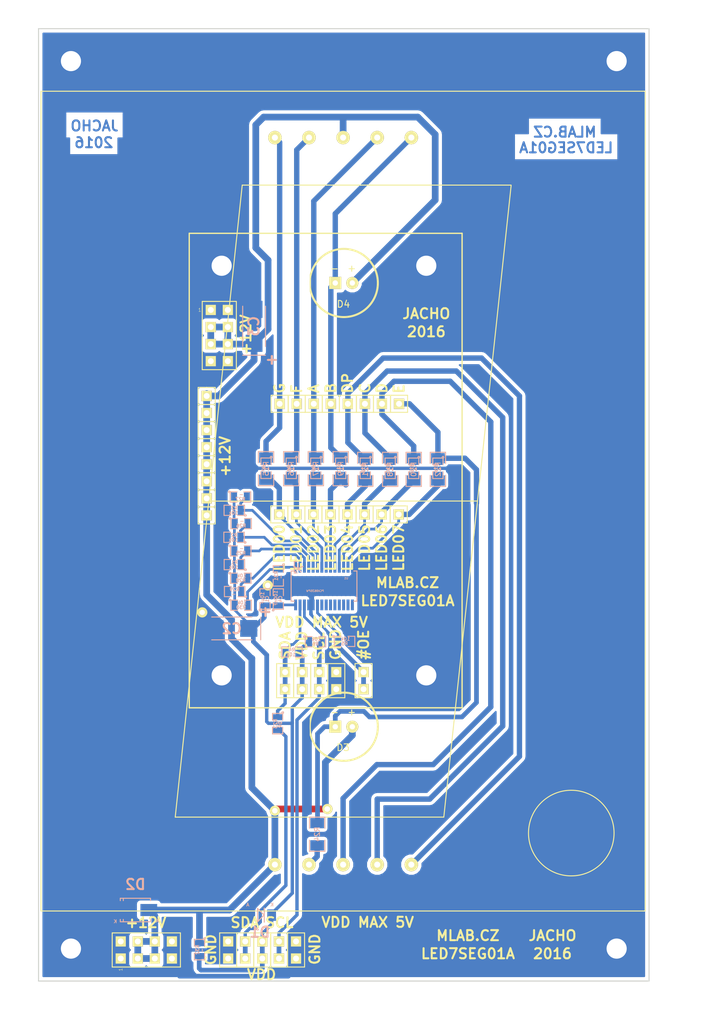
<source format=kicad_pcb>
(kicad_pcb (version 4) (host pcbnew 4.0.1-stable)

  (general
    (links 151)
    (no_connects 0)
    (area -5.4864 -146.2532 99.669601 6.146801)
    (thickness 1.6)
    (drawings 51)
    (tracks 346)
    (zones 0)
    (modules 90)
    (nets 30)
  )

  (page A4)
  (layers
    (0 F.Cu signal)
    (31 B.Cu signal)
    (32 B.Adhes user)
    (33 F.Adhes user)
    (34 B.Paste user)
    (35 F.Paste user)
    (36 B.SilkS user)
    (37 F.SilkS user)
    (38 B.Mask user)
    (39 F.Mask user)
    (40 Dwgs.User user)
    (41 Cmts.User user)
    (42 Eco1.User user)
    (43 Eco2.User user)
    (44 Edge.Cuts user)
    (45 Margin user)
    (46 B.CrtYd user)
    (47 F.CrtYd user)
    (48 B.Fab user)
    (49 F.Fab user)
  )

  (setup
    (last_trace_width 0.25)
    (user_trace_width 0.2)
    (user_trace_width 0.3)
    (user_trace_width 0.4)
    (user_trace_width 0.5)
    (user_trace_width 0.6)
    (user_trace_width 0.7)
    (user_trace_width 0.8)
    (user_trace_width 1)
    (trace_clearance 0.2)
    (zone_clearance 0.508)
    (zone_45_only yes)
    (trace_min 0.2)
    (segment_width 0.2)
    (edge_width 0.15)
    (via_size 1.4)
    (via_drill 0.8)
    (via_min_size 0.4)
    (via_min_drill 0.3)
    (uvia_size 0.3)
    (uvia_drill 0.1)
    (uvias_allowed no)
    (uvia_min_size 0.2)
    (uvia_min_drill 0.1)
    (pcb_text_width 0.3)
    (pcb_text_size 1.5 1.5)
    (mod_edge_width 0.15)
    (mod_text_size 1 1)
    (mod_text_width 0.15)
    (pad_size 6 6)
    (pad_drill 3)
    (pad_to_mask_clearance 0.2)
    (aux_axis_origin 0 0)
    (visible_elements 7FFFFF7F)
    (pcbplotparams
      (layerselection 0x01060_80000000)
      (usegerberextensions false)
      (excludeedgelayer true)
      (linewidth 0.500000)
      (plotframeref false)
      (viasonmask false)
      (mode 1)
      (useauxorigin false)
      (hpglpennumber 1)
      (hpglpenspeed 20)
      (hpglpendiameter 15)
      (hpglpenoverlay 2)
      (psnegative false)
      (psa4output false)
      (plotreference true)
      (plotvalue true)
      (plotinvisibletext false)
      (padsonsilk false)
      (subtractmaskfromsilk false)
      (outputformat 1)
      (mirror false)
      (drillshape 0)
      (scaleselection 1)
      (outputdirectory ../CAM_PROFI/))
  )

  (net 0 "")
  (net 1 +12V)
  (net 2 /G)
  (net 3 /F)
  (net 4 /B)
  (net 5 /A)
  (net 6 /E)
  (net 7 /DP)
  (net 8 /C)
  (net 9 /D)
  (net 10 VDD)
  (net 11 GND)
  (net 12 /SDA)
  (net 13 /SCL)
  (net 14 /#OE)
  (net 15 /LED00)
  (net 16 /LED01)
  (net 17 /LED02)
  (net 18 /LED03)
  (net 19 /LED04)
  (net 20 /LED05)
  (net 21 /LED06)
  (net 22 /LED07)
  (net 23 /A2)
  (net 24 /A3)
  (net 25 /A4)
  (net 26 "Net-(J29-Pad1)")
  (net 27 "Net-(AFF1-Pad2)")
  (net 28 /A1)
  (net 29 /A0)

  (net_class Default "Toto je výchozí třída sítě."
    (clearance 0.2)
    (trace_width 0.25)
    (via_dia 1.4)
    (via_drill 0.8)
    (uvia_dia 0.3)
    (uvia_drill 0.1)
    (add_net +12V)
    (add_net /#OE)
    (add_net /A)
    (add_net /A0)
    (add_net /A1)
    (add_net /A2)
    (add_net /A3)
    (add_net /A4)
    (add_net /B)
    (add_net /C)
    (add_net /D)
    (add_net /DP)
    (add_net /E)
    (add_net /F)
    (add_net /G)
    (add_net /LED00)
    (add_net /LED01)
    (add_net /LED02)
    (add_net /LED03)
    (add_net /LED04)
    (add_net /LED05)
    (add_net /LED06)
    (add_net /LED07)
    (add_net /SCL)
    (add_net /SDA)
    (add_net GND)
    (add_net "Net-(AFF1-Pad2)")
    (add_net "Net-(J29-Pad1)")
    (add_net VDD)
  )

  (module Mlab_DISPLAY:FYS-40011DS-11 (layer F.Cu) (tedit 5751252B) (tstamp 574C27CB)
    (at 45.6184 -71.6768)
    (path /57446B8B)
    (fp_text reference AFF1 (at 0.0762 3.8862) (layer F.SilkS) hide
      (effects (font (size 1 1) (thickness 0.15)))
    )
    (fp_text value FYS-40011DS-11 (at 0.254 -2.0447) (layer F.Fab)
      (effects (font (size 1 1) (thickness 0.15)))
    )
    (fp_line (start -20.0152 0) (end 20.0025 -0.0127) (layer F.SilkS) (width 0.15))
    (fp_line (start 25.0317 -47.0154) (end 14.9987 47.0281) (layer F.SilkS) (width 0.15))
    (fp_line (start -15.0241 -47.0408) (end -25.0063 47.0408) (layer F.SilkS) (width 0.15))
    (fp_line (start -25 47.0281) (end 15 47.0281) (layer F.SilkS) (width 0.15))
    (fp_line (start -15 -47.0281) (end 25 -47.0281) (layer F.SilkS) (width 0.15))
    (fp_circle (center 33.9852 49.403) (end 31.8262 43.4086) (layer F.SilkS) (width 0.15))
    (fp_line (start -45 61) (end -45 -61) (layer F.SilkS) (width 0.15))
    (fp_line (start 45 61) (end -45 61) (layer F.SilkS) (width 0.15))
    (fp_line (start 45 -61) (end 45 61) (layer F.SilkS) (width 0.15))
    (fp_line (start -45 -61) (end 45 -61) (layer F.SilkS) (width 0.15))
    (pad 8 thru_hole circle (at 0 -54.1) (size 2 2) (drill 0.9) (layers *.Cu *.Mask F.SilkS)
      (net 1 +12V))
    (pad 10 thru_hole circle (at -10.16 -54.1) (size 2 2) (drill 0.9) (layers *.Cu *.Mask F.SilkS)
      (net 2 /G))
    (pad 9 thru_hole circle (at -5.08 -54.1) (size 2 2) (drill 0.9) (layers *.Cu *.Mask F.SilkS)
      (net 3 /F))
    (pad 6 thru_hole circle (at 10.16 -54.1) (size 2 2) (drill 0.9) (layers *.Cu *.Mask F.SilkS)
      (net 4 /B))
    (pad 7 thru_hole circle (at 5.08 -54.1) (size 2 2) (drill 0.9) (layers *.Cu *.Mask F.SilkS)
      (net 5 /A))
    (pad 2 thru_hole circle (at -5.08 54.1) (size 2 2) (drill 0.9) (layers *.Cu *.Mask F.SilkS)
      (net 27 "Net-(AFF1-Pad2)"))
    (pad 5 thru_hole circle (at 10.16 54.1) (size 2 2) (drill 0.9) (layers *.Cu *.Mask F.SilkS)
      (net 7 /DP))
    (pad 4 thru_hole circle (at 5.08 54.1) (size 2 2) (drill 0.9) (layers *.Cu *.Mask F.SilkS)
      (net 8 /C))
    (pad 1 thru_hole circle (at -10.16 54.1) (size 2 2) (drill 0.9) (layers *.Cu *.Mask F.SilkS)
      (net 1 +12V))
    (pad 3 thru_hole circle (at 0 54.1) (size 2 2) (drill 0.9) (layers *.Cu *.Mask F.SilkS)
      (net 9 /D))
  )

  (module Mlab_D:LED-10MM (layer F.Cu) (tedit 57512673) (tstamp 574C1401)
    (at 44.45 -38.1)
    (descr "LED 10mm - Lead pitch 100mil (2,54mm)")
    (tags "LED led 10mm 10MM 100mil 2.54mm")
    (path /574D2191)
    (fp_text reference D3 (at 1.1684 3.0988) (layer F.SilkS)
      (effects (font (size 1 1) (thickness 0.15)))
    )
    (fp_text value L-813ID (at 1.5 6.1) (layer F.Fab)
      (effects (font (size 1 1) (thickness 0.15)))
    )
    (fp_text user + (at 2.4511 -2.1971) (layer F.SilkS)
      (effects (font (size 1 1) (thickness 0.15)))
    )
    (fp_text user - (at -0.1016 -2.1717) (layer F.SilkS)
      (effects (font (size 1 1) (thickness 0.15)))
    )
    (fp_line (start -4 -1.25) (end -4 1.25) (layer F.CrtYd) (width 0.05))
    (fp_arc (start 1.25 0) (end -4 -1.25) (angle 332.9) (layer F.CrtYd) (width 0.05))
    (fp_line (start -3.73 -1.23) (end -3.73 1.23) (layer F.SilkS) (width 0.15))
    (fp_arc (start 1.27 0) (end -3.73 -1.23) (angle 332.2) (layer F.SilkS) (width 0.15))
    (fp_circle (center 1.27 0) (end 1.27 5) (layer F.SilkS) (width 0.15))
    (pad 2 thru_hole circle (at 2.54 0 180) (size 1.8 1.8) (drill 0.8) (layers *.Cu *.Mask F.SilkS)
      (net 1 +12V))
    (pad 1 thru_hole rect (at 0 0 180) (size 1.8 1.8) (drill 0.8) (layers *.Cu *.Mask F.SilkS)
      (net 6 /E))
    (model LEDs.3dshapes/LED-10MM.wrl
      (at (xyz 0 0 0))
      (scale (xyz 1 1 1))
      (rotate (xyz 0 0 0))
    )
  )

  (module Mlab_Pin_Headers:Straight_1x01 (layer F.Cu) (tedit 56EBDE01) (tstamp 57455E5B)
    (at 41.1988 -69.6976)
    (descr "pin header straight 1x01")
    (tags "pin header straight 1x01")
    (path /574614AA)
    (fp_text reference J13 (at 0 -2.54) (layer F.SilkS) hide
      (effects (font (size 1.5 1.5) (thickness 0.15)))
    )
    (fp_text value CONN1_1 (at 0 2.54) (layer F.SilkS) hide
      (effects (font (size 1.5 1.5) (thickness 0.15)))
    )
    (fp_text user 1 (at -1.651 0) (layer F.SilkS) hide
      (effects (font (size 0.5 0.5) (thickness 0.05)))
    )
    (fp_line (start -1.27 -1.27) (end 1.27 -1.27) (layer F.SilkS) (width 0.15))
    (fp_line (start 1.27 -1.27) (end 1.27 1.27) (layer F.SilkS) (width 0.15))
    (fp_line (start 1.27 1.27) (end -1.27 1.27) (layer F.SilkS) (width 0.15))
    (fp_line (start -1.27 1.27) (end -1.27 -1.27) (layer F.SilkS) (width 0.15))
    (pad 1 thru_hole rect (at 0 0) (size 1.524 1.524) (drill 0.889) (layers *.Cu *.Mask F.SilkS)
      (net 17 /LED02))
    (model Pin_Headers/Pin_Header_Straight_1x01.wrl
      (at (xyz 0 0 0))
      (scale (xyz 1 1 1))
      (rotate (xyz 0 0 90))
    )
  )

  (module Mlab_R:SMD-0805 (layer B.Cu) (tedit 54799E0C) (tstamp 574545D1)
    (at 33.9852 -57.0992 90)
    (path /57443486)
    (attr smd)
    (fp_text reference C1 (at 0 0.3175 90) (layer B.SilkS)
      (effects (font (size 0.50038 0.50038) (thickness 0.10922)) (justify mirror))
    )
    (fp_text value 10uF (at 0.127 -0.381 90) (layer B.SilkS)
      (effects (font (size 0.50038 0.50038) (thickness 0.10922)) (justify mirror))
    )
    (fp_circle (center -1.651 -0.762) (end -1.651 -0.635) (layer B.SilkS) (width 0.15))
    (fp_line (start -0.508 -0.762) (end -1.524 -0.762) (layer B.SilkS) (width 0.15))
    (fp_line (start -1.524 -0.762) (end -1.524 0.762) (layer B.SilkS) (width 0.15))
    (fp_line (start -1.524 0.762) (end -0.508 0.762) (layer B.SilkS) (width 0.15))
    (fp_line (start 0.508 0.762) (end 1.524 0.762) (layer B.SilkS) (width 0.15))
    (fp_line (start 1.524 0.762) (end 1.524 -0.762) (layer B.SilkS) (width 0.15))
    (fp_line (start 1.524 -0.762) (end 0.508 -0.762) (layer B.SilkS) (width 0.15))
    (pad 1 smd rect (at -0.9525 0 90) (size 0.889 1.397) (layers B.Cu B.Paste B.Mask)
      (net 10 VDD))
    (pad 2 smd rect (at 0.9525 0 90) (size 0.889 1.397) (layers B.Cu B.Paste B.Mask)
      (net 11 GND))
    (model MLAB_3D/Resistors/chip_cms.wrl
      (at (xyz 0 0 0))
      (scale (xyz 0.1 0.1 0.1))
      (rotate (xyz 0 0 0))
    )
  )

  (module Mlab_C:TantalC_SizeC_Reflow (layer B.Cu) (tedit 564C624B) (tstamp 574545D7)
    (at 29.04236 -52.7304 180)
    (descr "Tantal Cap. , Size C, EIA-6032, Reflow,")
    (tags "Tantal Cap. , Size C, EIA-6032, Reflow,")
    (path /57443512)
    (attr smd)
    (fp_text reference C2 (at 0.0127 -0.0381 180) (layer B.SilkS)
      (effects (font (thickness 0.3048)) (justify mirror))
    )
    (fp_text value 47uF (at -0.09906 -3.59918 180) (layer B.SilkS) hide
      (effects (font (thickness 0.3048)) (justify mirror))
    )
    (fp_line (start -4.30022 1.69926) (end -4.30022 -1.69926) (layer B.SilkS) (width 0.15))
    (fp_line (start 2.99974 -1.69926) (end -2.99974 -1.69926) (layer B.SilkS) (width 0.15))
    (fp_line (start 2.99974 1.69926) (end -2.99974 1.69926) (layer B.SilkS) (width 0.15))
    (fp_text user + (at -4.99872 2.55016 180) (layer B.SilkS)
      (effects (font (thickness 0.3048)) (justify mirror))
    )
    (fp_line (start -5.00126 3.05308) (end -5.00126 1.95326) (layer B.SilkS) (width 0.15))
    (fp_line (start -5.6007 2.5527) (end -4.40182 2.5527) (layer B.SilkS) (width 0.15))
    (pad 2 smd rect (at 2.52476 0 180) (size 2.55016 2.49936) (layers B.Cu B.Paste B.Mask)
      (net 11 GND))
    (pad 1 smd rect (at -2.52476 0 180) (size 2.55016 2.49936) (layers B.Cu B.Paste B.Mask)
      (net 10 VDD))
    (model MLAB_3D/Capacitors/c_tant_C.wrl
      (at (xyz 0 0 0))
      (scale (xyz 1 1 1))
      (rotate (xyz 0 0 180))
    )
  )

  (module Mlab_C:TantalC_SizeC_Reflow (layer B.Cu) (tedit 564C624B) (tstamp 574545DD)
    (at 32.3596 -97.6884 90)
    (descr "Tantal Cap. , Size C, EIA-6032, Reflow,")
    (tags "Tantal Cap. , Size C, EIA-6032, Reflow,")
    (path /57481DBD)
    (attr smd)
    (fp_text reference C3 (at 0.0127 -0.0381 90) (layer B.SilkS)
      (effects (font (thickness 0.3048)) (justify mirror))
    )
    (fp_text value 47uF (at -0.09906 -3.59918 90) (layer B.SilkS) hide
      (effects (font (thickness 0.3048)) (justify mirror))
    )
    (fp_line (start -4.30022 1.69926) (end -4.30022 -1.69926) (layer B.SilkS) (width 0.15))
    (fp_line (start 2.99974 -1.69926) (end -2.99974 -1.69926) (layer B.SilkS) (width 0.15))
    (fp_line (start 2.99974 1.69926) (end -2.99974 1.69926) (layer B.SilkS) (width 0.15))
    (fp_text user + (at -4.99872 2.55016 90) (layer B.SilkS)
      (effects (font (thickness 0.3048)) (justify mirror))
    )
    (fp_line (start -5.00126 3.05308) (end -5.00126 1.95326) (layer B.SilkS) (width 0.15))
    (fp_line (start -5.6007 2.5527) (end -4.40182 2.5527) (layer B.SilkS) (width 0.15))
    (pad 2 smd rect (at 2.52476 0 90) (size 2.55016 2.49936) (layers B.Cu B.Paste B.Mask)
      (net 11 GND))
    (pad 1 smd rect (at -2.52476 0 90) (size 2.55016 2.49936) (layers B.Cu B.Paste B.Mask)
      (net 1 +12V))
    (model MLAB_3D/Capacitors/c_tant_C.wrl
      (at (xyz 0 0 0))
      (scale (xyz 1 1 1))
      (rotate (xyz 0 0 180))
    )
  )

  (module Mlab_R:SMD-0805 (layer B.Cu) (tedit 54799E0C) (tstamp 574545E3)
    (at 35.9664 -57.0992 90)
    (path /5744342B)
    (attr smd)
    (fp_text reference C4 (at 0 0.3175 90) (layer B.SilkS)
      (effects (font (size 0.50038 0.50038) (thickness 0.10922)) (justify mirror))
    )
    (fp_text value 100nF (at 0.127 -0.381 90) (layer B.SilkS)
      (effects (font (size 0.50038 0.50038) (thickness 0.10922)) (justify mirror))
    )
    (fp_circle (center -1.651 -0.762) (end -1.651 -0.635) (layer B.SilkS) (width 0.15))
    (fp_line (start -0.508 -0.762) (end -1.524 -0.762) (layer B.SilkS) (width 0.15))
    (fp_line (start -1.524 -0.762) (end -1.524 0.762) (layer B.SilkS) (width 0.15))
    (fp_line (start -1.524 0.762) (end -0.508 0.762) (layer B.SilkS) (width 0.15))
    (fp_line (start 0.508 0.762) (end 1.524 0.762) (layer B.SilkS) (width 0.15))
    (fp_line (start 1.524 0.762) (end 1.524 -0.762) (layer B.SilkS) (width 0.15))
    (fp_line (start 1.524 -0.762) (end 0.508 -0.762) (layer B.SilkS) (width 0.15))
    (pad 1 smd rect (at -0.9525 0 90) (size 0.889 1.397) (layers B.Cu B.Paste B.Mask)
      (net 10 VDD))
    (pad 2 smd rect (at 0.9525 0 90) (size 0.889 1.397) (layers B.Cu B.Paste B.Mask)
      (net 11 GND))
    (model MLAB_3D/Resistors/chip_cms.wrl
      (at (xyz 0 0 0))
      (scale (xyz 0.1 0.1 0.1))
      (rotate (xyz 0 0 0))
    )
  )

  (module Mlab_D:MiniMELF_Standard (layer B.Cu) (tedit 54BBE081) (tstamp 574545E9)
    (at 33.2232 -10.0584)
    (descr "Diode Mini-MELF Standard")
    (tags "Diode Mini-MELF Standard")
    (path /57462D05)
    (attr smd)
    (fp_text reference D1 (at 0 2.54) (layer B.SilkS)
      (effects (font (thickness 0.3048)) (justify mirror))
    )
    (fp_text value BZV55C-5,6V (at 0 -3.81) (layer B.SilkS) hide
      (effects (font (thickness 0.3048)) (justify mirror))
    )
    (fp_line (start 0.65024 -0.0508) (end -0.35052 1.00076) (layer B.SilkS) (width 0.15))
    (fp_line (start -0.35052 1.00076) (end -0.35052 -1.00076) (layer B.SilkS) (width 0.15))
    (fp_line (start -0.35052 -1.00076) (end 0.65024 0) (layer B.SilkS) (width 0.15))
    (fp_line (start 0.65024 1.04902) (end 0.65024 -1.04902) (layer B.SilkS) (width 0.15))
    (fp_text user A (at -1.80086 -1.5494) (layer B.SilkS)
      (effects (font (size 0.50038 0.50038) (thickness 0.09906)) (justify mirror))
    )
    (fp_text user K (at 1.80086 -1.5494) (layer B.SilkS)
      (effects (font (size 0.50038 0.50038) (thickness 0.09906)) (justify mirror))
    )
    (fp_circle (center 0 0) (end 0 -0.55118) (layer B.Adhes) (width 0.381))
    (fp_circle (center 0 0) (end 0 -0.20066) (layer B.Adhes) (width 0.381))
    (pad 1 smd rect (at -1.75006 0) (size 1.30048 1.69926) (layers B.Cu B.Paste B.Mask)
      (net 11 GND))
    (pad 2 smd rect (at 1.75006 0) (size 1.30048 1.69926) (layers B.Cu B.Paste B.Mask)
      (net 10 VDD))
    (model MLAB_3D/Diodes/MiniMELF_DO213AA.wrl
      (at (xyz 0 0 0))
      (scale (xyz 0.3937 0.3937 0.3937))
      (rotate (xyz 0 0 0))
    )
  )

  (module Mlab_D:Diode-SMA_Standard (layer B.Cu) (tedit 56BDB339) (tstamp 574545EF)
    (at 14.6812 -10.8204 180)
    (descr "Diode SMA")
    (tags "Diode SMA")
    (path /574814FF)
    (attr smd)
    (fp_text reference D2 (at 0 3.81 180) (layer B.SilkS)
      (effects (font (thickness 0.3048)) (justify mirror))
    )
    (fp_text value M4 (at 0 -3.81 180) (layer B.SilkS) hide
      (effects (font (thickness 0.3048)) (justify mirror))
    )
    (fp_text user A (at -3.29946 -1.6002 180) (layer B.SilkS)
      (effects (font (size 0.50038 0.50038) (thickness 0.09906)) (justify mirror))
    )
    (fp_text user K (at 2.99974 -1.69926 180) (layer B.SilkS)
      (effects (font (size 0.50038 0.50038) (thickness 0.09906)) (justify mirror))
    )
    (fp_circle (center 0 0) (end 0.20066 0.0508) (layer B.Adhes) (width 0.381))
    (fp_line (start 1.80086 -1.75006) (end 1.80086 -1.39954) (layer B.SilkS) (width 0.15))
    (fp_line (start 1.80086 1.75006) (end 1.80086 1.39954) (layer B.SilkS) (width 0.15))
    (fp_line (start 2.25044 -1.75006) (end 2.25044 -1.39954) (layer B.SilkS) (width 0.15))
    (fp_line (start -2.25044 -1.75006) (end -2.25044 -1.39954) (layer B.SilkS) (width 0.15))
    (fp_line (start -2.25044 1.75006) (end -2.25044 1.39954) (layer B.SilkS) (width 0.15))
    (fp_line (start 2.25044 1.75006) (end 2.25044 1.39954) (layer B.SilkS) (width 0.15))
    (fp_line (start -2.25044 -1.75006) (end 2.25044 -1.75006) (layer B.SilkS) (width 0.15))
    (fp_line (start -2.25044 1.75006) (end 2.25044 1.75006) (layer B.SilkS) (width 0.15))
    (pad 2 smd rect (at -1.99898 0 180) (size 2.49936 1.80086) (layers B.Cu B.Paste B.Mask)
      (net 1 +12V))
    (pad 1 smd rect (at 1.99898 0 180) (size 2.49936 1.80086) (layers B.Cu B.Paste B.Mask)
      (net 11 GND))
    (model MLAB_3D/Diodes/SMA.wrl
      (at (xyz 0 0 0))
      (scale (xyz 0.3937 0.3937 0.3937))
      (rotate (xyz 0 0 0))
    )
  )

  (module Mlab_Pin_Headers:Straight_2x04 (layer F.Cu) (tedit 5535DB57) (tstamp 574545FB)
    (at 16.3068 -4.8768 90)
    (descr "pin header straight 2x04")
    (tags "pin header straight 2x04")
    (path /5747FB5E)
    (fp_text reference J1 (at 0 -6.35 90) (layer F.SilkS) hide
      (effects (font (size 1.5 1.5) (thickness 0.15)))
    )
    (fp_text value JUMP_4X2 (at 0 6.35 90) (layer F.SilkS) hide
      (effects (font (size 1.5 1.5) (thickness 0.15)))
    )
    (fp_text user 1 (at -2.921 -3.81 90) (layer F.SilkS)
      (effects (font (size 0.5 0.5) (thickness 0.05)))
    )
    (fp_line (start -2.54 -5.08) (end 2.54 -5.08) (layer F.SilkS) (width 0.15))
    (fp_line (start 2.54 -5.08) (end 2.54 5.08) (layer F.SilkS) (width 0.15))
    (fp_line (start 2.54 5.08) (end -2.54 5.08) (layer F.SilkS) (width 0.15))
    (fp_line (start -2.54 5.08) (end -2.54 -5.08) (layer F.SilkS) (width 0.15))
    (pad 1 thru_hole rect (at -1.27 -3.81 90) (size 1.524 1.524) (drill 0.889) (layers *.Cu *.Mask F.SilkS)
      (net 11 GND))
    (pad 2 thru_hole rect (at 1.27 -3.81 90) (size 1.524 1.524) (drill 0.889) (layers *.Cu *.Mask F.SilkS)
      (net 11 GND))
    (pad 3 thru_hole rect (at -1.27 -1.27 90) (size 1.524 1.524) (drill 0.889) (layers *.Cu *.Mask F.SilkS)
      (net 1 +12V))
    (pad 4 thru_hole rect (at 1.27 -1.27 90) (size 1.524 1.524) (drill 0.889) (layers *.Cu *.Mask F.SilkS)
      (net 1 +12V))
    (pad 5 thru_hole rect (at -1.27 1.27 90) (size 1.524 1.524) (drill 0.889) (layers *.Cu *.Mask F.SilkS)
      (net 1 +12V))
    (pad 6 thru_hole rect (at 1.27 1.27 90) (size 1.524 1.524) (drill 0.889) (layers *.Cu *.Mask F.SilkS)
      (net 1 +12V))
    (pad 7 thru_hole rect (at -1.27 3.81 90) (size 1.524 1.524) (drill 0.889) (layers *.Cu *.Mask F.SilkS)
      (net 11 GND))
    (pad 8 thru_hole rect (at 1.27 3.81 90) (size 1.524 1.524) (drill 0.889) (layers *.Cu *.Mask F.SilkS)
      (net 11 GND))
    (model Pin_Headers/Pin_Header_Straight_2x04.wrl
      (at (xyz 0 0 0))
      (scale (xyz 1 1 1))
      (rotate (xyz 0 0 90))
    )
  )

  (module Mlab_Pin_Headers:Straight_2x01 (layer F.Cu) (tedit 5545E8D2) (tstamp 57454613)
    (at 33.5788 -4.8768 90)
    (descr "pin header straight 2x01")
    (tags "pin header straight 2x01")
    (path /5744FA57)
    (fp_text reference J5 (at 0 -2.54 90) (layer F.SilkS) hide
      (effects (font (size 1.5 1.5) (thickness 0.15)))
    )
    (fp_text value JUMP_2x1 (at 0 2.54 90) (layer F.SilkS) hide
      (effects (font (size 1.5 1.5) (thickness 0.15)))
    )
    (fp_line (start -2.54 -1.27) (end 2.54 -1.27) (layer F.SilkS) (width 0.15))
    (fp_line (start 2.54 -1.27) (end 2.54 1.27) (layer F.SilkS) (width 0.15))
    (fp_line (start 2.54 1.27) (end -2.54 1.27) (layer F.SilkS) (width 0.15))
    (fp_line (start -2.54 1.27) (end -2.54 -1.27) (layer F.SilkS) (width 0.15))
    (pad 1 thru_hole rect (at -1.27 0 90) (size 1.524 1.524) (drill 0.889) (layers *.Cu *.Mask F.SilkS)
      (net 10 VDD))
    (pad 2 thru_hole rect (at 1.27 0 90) (size 1.524 1.524) (drill 0.889) (layers *.Cu *.Mask F.SilkS)
      (net 10 VDD))
    (model Pin_Headers/Pin_Header_Straight_2x01.wrl
      (at (xyz 0 0 0))
      (scale (xyz 1 1 1))
      (rotate (xyz 0 0 90))
    )
  )

  (module Mlab_Pin_Headers:Straight_2x01 (layer F.Cu) (tedit 5545E8D2) (tstamp 57454619)
    (at 36.9824 -44.958 90)
    (descr "pin header straight 2x01")
    (tags "pin header straight 2x01")
    (path /5744E41D)
    (fp_text reference J6 (at 0 -2.54 90) (layer F.SilkS) hide
      (effects (font (size 1.5 1.5) (thickness 0.15)))
    )
    (fp_text value JUMP_2x1 (at 0 2.54 90) (layer F.SilkS) hide
      (effects (font (size 1.5 1.5) (thickness 0.15)))
    )
    (fp_line (start -2.54 -1.27) (end 2.54 -1.27) (layer F.SilkS) (width 0.15))
    (fp_line (start 2.54 -1.27) (end 2.54 1.27) (layer F.SilkS) (width 0.15))
    (fp_line (start 2.54 1.27) (end -2.54 1.27) (layer F.SilkS) (width 0.15))
    (fp_line (start -2.54 1.27) (end -2.54 -1.27) (layer F.SilkS) (width 0.15))
    (pad 1 thru_hole rect (at -1.27 0 90) (size 1.524 1.524) (drill 0.889) (layers *.Cu *.Mask F.SilkS)
      (net 12 /SDA))
    (pad 2 thru_hole rect (at 1.27 0 90) (size 1.524 1.524) (drill 0.889) (layers *.Cu *.Mask F.SilkS)
      (net 12 /SDA))
    (model Pin_Headers/Pin_Header_Straight_2x01.wrl
      (at (xyz 0 0 0))
      (scale (xyz 1 1 1))
      (rotate (xyz 0 0 90))
    )
  )

  (module Mlab_Pin_Headers:Straight_2x01 (layer F.Cu) (tedit 5545E8D2) (tstamp 5745461F)
    (at 36.068 -4.8768 90)
    (descr "pin header straight 2x01")
    (tags "pin header straight 2x01")
    (path /5744EE65)
    (fp_text reference J7 (at 0 -2.54 90) (layer F.SilkS) hide
      (effects (font (size 1.5 1.5) (thickness 0.15)))
    )
    (fp_text value JUMP_2x1 (at 0 2.54 90) (layer F.SilkS) hide
      (effects (font (size 1.5 1.5) (thickness 0.15)))
    )
    (fp_line (start -2.54 -1.27) (end 2.54 -1.27) (layer F.SilkS) (width 0.15))
    (fp_line (start 2.54 -1.27) (end 2.54 1.27) (layer F.SilkS) (width 0.15))
    (fp_line (start 2.54 1.27) (end -2.54 1.27) (layer F.SilkS) (width 0.15))
    (fp_line (start -2.54 1.27) (end -2.54 -1.27) (layer F.SilkS) (width 0.15))
    (pad 1 thru_hole rect (at -1.27 0 90) (size 1.524 1.524) (drill 0.889) (layers *.Cu *.Mask F.SilkS)
      (net 13 /SCL))
    (pad 2 thru_hole rect (at 1.27 0 90) (size 1.524 1.524) (drill 0.889) (layers *.Cu *.Mask F.SilkS)
      (net 13 /SCL))
    (model Pin_Headers/Pin_Header_Straight_2x01.wrl
      (at (xyz 0 0 0))
      (scale (xyz 1 1 1))
      (rotate (xyz 0 0 90))
    )
  )

  (module Mlab_Pin_Headers:Straight_2x01 (layer F.Cu) (tedit 5545E8D2) (tstamp 57454625)
    (at 38.608 -4.8768 90)
    (descr "pin header straight 2x01")
    (tags "pin header straight 2x01")
    (path /5744FAE9)
    (fp_text reference J8 (at 0 -2.54 90) (layer F.SilkS) hide
      (effects (font (size 1.5 1.5) (thickness 0.15)))
    )
    (fp_text value JUMP_2x1 (at 0 2.54 90) (layer F.SilkS) hide
      (effects (font (size 1.5 1.5) (thickness 0.15)))
    )
    (fp_line (start -2.54 -1.27) (end 2.54 -1.27) (layer F.SilkS) (width 0.15))
    (fp_line (start 2.54 -1.27) (end 2.54 1.27) (layer F.SilkS) (width 0.15))
    (fp_line (start 2.54 1.27) (end -2.54 1.27) (layer F.SilkS) (width 0.15))
    (fp_line (start -2.54 1.27) (end -2.54 -1.27) (layer F.SilkS) (width 0.15))
    (pad 1 thru_hole rect (at -1.27 0 90) (size 1.524 1.524) (drill 0.889) (layers *.Cu *.Mask F.SilkS)
      (net 11 GND))
    (pad 2 thru_hole rect (at 1.27 0 90) (size 1.524 1.524) (drill 0.889) (layers *.Cu *.Mask F.SilkS)
      (net 11 GND))
    (model Pin_Headers/Pin_Header_Straight_2x01.wrl
      (at (xyz 0 0 0))
      (scale (xyz 1 1 1))
      (rotate (xyz 0 0 90))
    )
  )

  (module Mlab_Pin_Headers:Straight_2x01 (layer F.Cu) (tedit 5545E8D2) (tstamp 5745462B)
    (at 28.4988 -4.8768 90)
    (descr "pin header straight 2x01")
    (tags "pin header straight 2x01")
    (path /57454F84)
    (fp_text reference J9 (at 0 -2.54 90) (layer F.SilkS) hide
      (effects (font (size 1.5 1.5) (thickness 0.15)))
    )
    (fp_text value JUMP_2x1 (at 0 2.54 90) (layer F.SilkS) hide
      (effects (font (size 1.5 1.5) (thickness 0.15)))
    )
    (fp_line (start -2.54 -1.27) (end 2.54 -1.27) (layer F.SilkS) (width 0.15))
    (fp_line (start 2.54 -1.27) (end 2.54 1.27) (layer F.SilkS) (width 0.15))
    (fp_line (start 2.54 1.27) (end -2.54 1.27) (layer F.SilkS) (width 0.15))
    (fp_line (start -2.54 1.27) (end -2.54 -1.27) (layer F.SilkS) (width 0.15))
    (pad 1 thru_hole rect (at -1.27 0 90) (size 1.524 1.524) (drill 0.889) (layers *.Cu *.Mask F.SilkS)
      (net 11 GND))
    (pad 2 thru_hole rect (at 1.27 0 90) (size 1.524 1.524) (drill 0.889) (layers *.Cu *.Mask F.SilkS)
      (net 11 GND))
    (model Pin_Headers/Pin_Header_Straight_2x01.wrl
      (at (xyz 0 0 0))
      (scale (xyz 1 1 1))
      (rotate (xyz 0 0 90))
    )
  )

  (module Mlab_Mechanical:MountingHole_3mm placed (layer F.Cu) (tedit 5535DB2C) (tstamp 57454666)
    (at 5.08 -137.16)
    (descr "Mounting hole, Befestigungsbohrung, 3mm, No Annular, Kein Restring,")
    (tags "Mounting hole, Befestigungsbohrung, 3mm, No Annular, Kein Restring,")
    (path /57469D0A)
    (fp_text reference M1 (at 0 -4.191) (layer F.SilkS) hide
      (effects (font (thickness 0.3048)))
    )
    (fp_text value HOLE (at 0 4.191) (layer F.SilkS) hide
      (effects (font (thickness 0.3048)))
    )
    (fp_circle (center 0 0) (end 2.99974 0) (layer Cmts.User) (width 0.381))
    (pad 1 thru_hole circle (at 0 0) (size 6 6) (drill 3) (layers *.Cu *.Adhes *.Mask)
      (net 11 GND) (clearance 1) (zone_connect 2))
  )

  (module Mlab_Mechanical:MountingHole_3mm placed (layer F.Cu) (tedit 5535DB2C) (tstamp 57454670)
    (at 27.5268 -106.704)
    (descr "Mounting hole, Befestigungsbohrung, 3mm, No Annular, Kein Restring,")
    (tags "Mounting hole, Befestigungsbohrung, 3mm, No Annular, Kein Restring,")
    (path /57469D26)
    (fp_text reference M3 (at 0 -4.191) (layer F.SilkS) hide
      (effects (font (thickness 0.3048)))
    )
    (fp_text value HOLE (at 0 4.191) (layer F.SilkS) hide
      (effects (font (thickness 0.3048)))
    )
    (fp_circle (center 0 0) (end 2.99974 0) (layer Cmts.User) (width 0.381))
    (pad 1 thru_hole circle (at 0 0) (size 6 6) (drill 3) (layers *.Cu *.Adhes *.Mask)
      (net 11 GND) (clearance 1) (zone_connect 2))
  )

  (module Mlab_Mechanical:MountingHole_3mm placed (layer F.Cu) (tedit 5535DB2C) (tstamp 5745467A)
    (at 86.36 -5.08)
    (descr "Mounting hole, Befestigungsbohrung, 3mm, No Annular, Kein Restring,")
    (tags "Mounting hole, Befestigungsbohrung, 3mm, No Annular, Kein Restring,")
    (path /57468425)
    (fp_text reference M5 (at 0 -4.191) (layer F.SilkS) hide
      (effects (font (thickness 0.3048)))
    )
    (fp_text value HOLE (at 0 4.191) (layer F.SilkS) hide
      (effects (font (thickness 0.3048)))
    )
    (fp_circle (center 0 0) (end 2.99974 0) (layer Cmts.User) (width 0.381))
    (pad 1 thru_hole circle (at 0 0) (size 6 6) (drill 3) (layers *.Cu *.Adhes *.Mask)
      (net 11 GND) (clearance 1) (zone_connect 2))
  )

  (module Mlab_Mechanical:MountingHole_3mm placed (layer F.Cu) (tedit 5535DB2C) (tstamp 5745467F)
    (at 27.5268 -45.744)
    (descr "Mounting hole, Befestigungsbohrung, 3mm, No Annular, Kein Restring,")
    (tags "Mounting hole, Befestigungsbohrung, 3mm, No Annular, Kein Restring,")
    (path /5746946A)
    (fp_text reference M6 (at 0 -4.191) (layer F.SilkS) hide
      (effects (font (thickness 0.3048)))
    )
    (fp_text value HOLE (at 0 4.191) (layer F.SilkS) hide
      (effects (font (thickness 0.3048)))
    )
    (fp_circle (center 0 0) (end 2.99974 0) (layer Cmts.User) (width 0.381))
    (pad 1 thru_hole circle (at 0 0) (size 6 6) (drill 3) (layers *.Cu *.Adhes *.Mask)
      (net 11 GND) (clearance 1) (zone_connect 2))
  )

  (module Mlab_Mechanical:MountingHole_3mm placed (layer F.Cu) (tedit 5535DB2C) (tstamp 57454684)
    (at 58.0068 -106.704 90)
    (descr "Mounting hole, Befestigungsbohrung, 3mm, No Annular, Kein Restring,")
    (tags "Mounting hole, Befestigungsbohrung, 3mm, No Annular, Kein Restring,")
    (path /5746951E)
    (fp_text reference M7 (at 0 -4.191 90) (layer F.SilkS) hide
      (effects (font (thickness 0.3048)))
    )
    (fp_text value HOLE (at 0 4.191 90) (layer F.SilkS) hide
      (effects (font (thickness 0.3048)))
    )
    (fp_circle (center 0 0) (end 2.99974 0) (layer Cmts.User) (width 0.381))
    (pad 1 thru_hole circle (at 0 0 90) (size 6 6) (drill 3) (layers *.Cu *.Adhes *.Mask)
      (net 11 GND) (clearance 1) (zone_connect 2))
  )

  (module Mlab_Mechanical:MountingHole_3mm placed (layer F.Cu) (tedit 5535DB2C) (tstamp 57454689)
    (at 86.36 -137.16)
    (descr "Mounting hole, Befestigungsbohrung, 3mm, No Annular, Kein Restring,")
    (tags "Mounting hole, Befestigungsbohrung, 3mm, No Annular, Kein Restring,")
    (path /5746952C)
    (fp_text reference M8 (at 0 -4.191) (layer F.SilkS) hide
      (effects (font (thickness 0.3048)))
    )
    (fp_text value HOLE (at 0 4.191) (layer F.SilkS) hide
      (effects (font (thickness 0.3048)))
    )
    (fp_circle (center 0 0) (end 2.99974 0) (layer Cmts.User) (width 0.381))
    (pad 1 thru_hole circle (at 0 0) (size 6 6) (drill 3) (layers *.Cu *.Adhes *.Mask)
      (net 11 GND) (clearance 1) (zone_connect 2))
  )

  (module Mlab_Mechanical:MountingHole_3mm placed (layer F.Cu) (tedit 5535DB2C) (tstamp 5745468E)
    (at 58.0068 -45.744)
    (descr "Mounting hole, Befestigungsbohrung, 3mm, No Annular, Kein Restring,")
    (tags "Mounting hole, Befestigungsbohrung, 3mm, No Annular, Kein Restring,")
    (path /5746A29C)
    (fp_text reference M9 (at 0 -4.191) (layer F.SilkS) hide
      (effects (font (thickness 0.3048)))
    )
    (fp_text value HOLE (at 0 4.191) (layer F.SilkS) hide
      (effects (font (thickness 0.3048)))
    )
    (fp_circle (center 0 0) (end 2.99974 0) (layer Cmts.User) (width 0.381))
    (pad 1 thru_hole circle (at 0 0) (size 6 6) (drill 3) (layers *.Cu *.Adhes *.Mask)
      (net 11 GND) (clearance 1) (zone_connect 2))
  )

  (module Mlab_Mechanical:MountingHole_3mm placed (layer F.Cu) (tedit 5535DB2C) (tstamp 57454693)
    (at 5.08 -5.08)
    (descr "Mounting hole, Befestigungsbohrung, 3mm, No Annular, Kein Restring,")
    (tags "Mounting hole, Befestigungsbohrung, 3mm, No Annular, Kein Restring,")
    (path /5746A2AA)
    (fp_text reference M10 (at 0 -4.191) (layer F.SilkS) hide
      (effects (font (thickness 0.3048)))
    )
    (fp_text value HOLE (at 0 4.191) (layer F.SilkS) hide
      (effects (font (thickness 0.3048)))
    )
    (fp_circle (center 0 0) (end 2.99974 0) (layer Cmts.User) (width 0.381))
    (pad 1 thru_hole circle (at 0 0) (size 6 6) (drill 3) (layers *.Cu *.Adhes *.Mask)
      (net 11 GND) (clearance 1) (zone_connect 2))
  )

  (module Mlab_R:SMD-0805 (layer B.Cu) (tedit 54799E0C) (tstamp 574546D1)
    (at 29.4259 -62.23 180)
    (path /5745A4BD)
    (attr smd)
    (fp_text reference R1 (at 0 0.3175 180) (layer B.SilkS)
      (effects (font (size 0.50038 0.50038) (thickness 0.10922)) (justify mirror))
    )
    (fp_text value 10k (at 0.127 -0.381 180) (layer B.SilkS)
      (effects (font (size 0.50038 0.50038) (thickness 0.10922)) (justify mirror))
    )
    (fp_circle (center -1.651 -0.762) (end -1.651 -0.635) (layer B.SilkS) (width 0.15))
    (fp_line (start -0.508 -0.762) (end -1.524 -0.762) (layer B.SilkS) (width 0.15))
    (fp_line (start -1.524 -0.762) (end -1.524 0.762) (layer B.SilkS) (width 0.15))
    (fp_line (start -1.524 0.762) (end -0.508 0.762) (layer B.SilkS) (width 0.15))
    (fp_line (start 0.508 0.762) (end 1.524 0.762) (layer B.SilkS) (width 0.15))
    (fp_line (start 1.524 0.762) (end 1.524 -0.762) (layer B.SilkS) (width 0.15))
    (fp_line (start 1.524 -0.762) (end 0.508 -0.762) (layer B.SilkS) (width 0.15))
    (pad 1 smd rect (at -0.9525 0 180) (size 0.889 1.397) (layers B.Cu B.Paste B.Mask)
      (net 23 /A2))
    (pad 2 smd rect (at 0.9525 0 180) (size 0.889 1.397) (layers B.Cu B.Paste B.Mask)
      (net 11 GND))
    (model MLAB_3D/Resistors/chip_cms.wrl
      (at (xyz 0 0 0))
      (scale (xyz 0.1 0.1 0.1))
      (rotate (xyz 0 0 0))
    )
  )

  (module Mlab_R:SMD-0805 (layer B.Cu) (tedit 54799E0C) (tstamp 574546D7)
    (at 29.3751 -66.294 180)
    (path /5745ADD9)
    (attr smd)
    (fp_text reference R2 (at 0 0.3175 180) (layer B.SilkS)
      (effects (font (size 0.50038 0.50038) (thickness 0.10922)) (justify mirror))
    )
    (fp_text value 10k (at 0.127 -0.381 180) (layer B.SilkS)
      (effects (font (size 0.50038 0.50038) (thickness 0.10922)) (justify mirror))
    )
    (fp_circle (center -1.651 -0.762) (end -1.651 -0.635) (layer B.SilkS) (width 0.15))
    (fp_line (start -0.508 -0.762) (end -1.524 -0.762) (layer B.SilkS) (width 0.15))
    (fp_line (start -1.524 -0.762) (end -1.524 0.762) (layer B.SilkS) (width 0.15))
    (fp_line (start -1.524 0.762) (end -0.508 0.762) (layer B.SilkS) (width 0.15))
    (fp_line (start 0.508 0.762) (end 1.524 0.762) (layer B.SilkS) (width 0.15))
    (fp_line (start 1.524 0.762) (end 1.524 -0.762) (layer B.SilkS) (width 0.15))
    (fp_line (start 1.524 -0.762) (end 0.508 -0.762) (layer B.SilkS) (width 0.15))
    (pad 1 smd rect (at -0.9525 0 180) (size 0.889 1.397) (layers B.Cu B.Paste B.Mask)
      (net 24 /A3))
    (pad 2 smd rect (at 0.9525 0 180) (size 0.889 1.397) (layers B.Cu B.Paste B.Mask)
      (net 11 GND))
    (model MLAB_3D/Resistors/chip_cms.wrl
      (at (xyz 0 0 0))
      (scale (xyz 0.1 0.1 0.1))
      (rotate (xyz 0 0 0))
    )
  )

  (module Mlab_R:SMD-0805 (layer B.Cu) (tedit 54799E0C) (tstamp 574546DD)
    (at 29.4132 -70.3072 180)
    (path /5745AEA7)
    (attr smd)
    (fp_text reference R3 (at 0 0.3175 180) (layer B.SilkS)
      (effects (font (size 0.50038 0.50038) (thickness 0.10922)) (justify mirror))
    )
    (fp_text value 10k (at 0.127 -0.381 180) (layer B.SilkS)
      (effects (font (size 0.50038 0.50038) (thickness 0.10922)) (justify mirror))
    )
    (fp_circle (center -1.651 -0.762) (end -1.651 -0.635) (layer B.SilkS) (width 0.15))
    (fp_line (start -0.508 -0.762) (end -1.524 -0.762) (layer B.SilkS) (width 0.15))
    (fp_line (start -1.524 -0.762) (end -1.524 0.762) (layer B.SilkS) (width 0.15))
    (fp_line (start -1.524 0.762) (end -0.508 0.762) (layer B.SilkS) (width 0.15))
    (fp_line (start 0.508 0.762) (end 1.524 0.762) (layer B.SilkS) (width 0.15))
    (fp_line (start 1.524 0.762) (end 1.524 -0.762) (layer B.SilkS) (width 0.15))
    (fp_line (start 1.524 -0.762) (end 0.508 -0.762) (layer B.SilkS) (width 0.15))
    (pad 1 smd rect (at -0.9525 0 180) (size 0.889 1.397) (layers B.Cu B.Paste B.Mask)
      (net 25 /A4))
    (pad 2 smd rect (at 0.9525 0 180) (size 0.889 1.397) (layers B.Cu B.Paste B.Mask)
      (net 11 GND))
    (model MLAB_3D/Resistors/chip_cms.wrl
      (at (xyz 0 0 0))
      (scale (xyz 0.1 0.1 0.1))
      (rotate (xyz 0 0 0))
    )
  )

  (module Mlab_R:SMD-0805 (layer B.Cu) (tedit 54799E0C) (tstamp 574546E3)
    (at 37.9984 -49.2252 180)
    (path /57443345)
    (attr smd)
    (fp_text reference R4 (at 0 0.3175 180) (layer B.SilkS)
      (effects (font (size 0.50038 0.50038) (thickness 0.10922)) (justify mirror))
    )
    (fp_text value 10k (at 0.127 -0.381 180) (layer B.SilkS)
      (effects (font (size 0.50038 0.50038) (thickness 0.10922)) (justify mirror))
    )
    (fp_circle (center -1.651 -0.762) (end -1.651 -0.635) (layer B.SilkS) (width 0.15))
    (fp_line (start -0.508 -0.762) (end -1.524 -0.762) (layer B.SilkS) (width 0.15))
    (fp_line (start -1.524 -0.762) (end -1.524 0.762) (layer B.SilkS) (width 0.15))
    (fp_line (start -1.524 0.762) (end -0.508 0.762) (layer B.SilkS) (width 0.15))
    (fp_line (start 0.508 0.762) (end 1.524 0.762) (layer B.SilkS) (width 0.15))
    (fp_line (start 1.524 0.762) (end 1.524 -0.762) (layer B.SilkS) (width 0.15))
    (fp_line (start 1.524 -0.762) (end 0.508 -0.762) (layer B.SilkS) (width 0.15))
    (pad 1 smd rect (at -0.9525 0 180) (size 0.889 1.397) (layers B.Cu B.Paste B.Mask)
      (net 10 VDD))
    (pad 2 smd rect (at 0.9525 0 180) (size 0.889 1.397) (layers B.Cu B.Paste B.Mask)
      (net 12 /SDA))
    (model MLAB_3D/Resistors/chip_cms.wrl
      (at (xyz 0 0 0))
      (scale (xyz 0.1 0.1 0.1))
      (rotate (xyz 0 0 0))
    )
  )

  (module Mlab_R:SMD-0805 (layer B.Cu) (tedit 54799E0C) (tstamp 574546E9)
    (at 45.8343 -50.8)
    (path /574433FB)
    (attr smd)
    (fp_text reference R5 (at 0 0.3175) (layer B.SilkS)
      (effects (font (size 0.50038 0.50038) (thickness 0.10922)) (justify mirror))
    )
    (fp_text value 10k (at 0.127 -0.381) (layer B.SilkS)
      (effects (font (size 0.50038 0.50038) (thickness 0.10922)) (justify mirror))
    )
    (fp_circle (center -1.651 -0.762) (end -1.651 -0.635) (layer B.SilkS) (width 0.15))
    (fp_line (start -0.508 -0.762) (end -1.524 -0.762) (layer B.SilkS) (width 0.15))
    (fp_line (start -1.524 -0.762) (end -1.524 0.762) (layer B.SilkS) (width 0.15))
    (fp_line (start -1.524 0.762) (end -0.508 0.762) (layer B.SilkS) (width 0.15))
    (fp_line (start 0.508 0.762) (end 1.524 0.762) (layer B.SilkS) (width 0.15))
    (fp_line (start 1.524 0.762) (end 1.524 -0.762) (layer B.SilkS) (width 0.15))
    (fp_line (start 1.524 -0.762) (end 0.508 -0.762) (layer B.SilkS) (width 0.15))
    (pad 1 smd rect (at -0.9525 0) (size 0.889 1.397) (layers B.Cu B.Paste B.Mask)
      (net 14 /#OE))
    (pad 2 smd rect (at 0.9525 0) (size 0.889 1.397) (layers B.Cu B.Paste B.Mask)
      (net 11 GND))
    (model MLAB_3D/Resistors/chip_cms.wrl
      (at (xyz 0 0 0))
      (scale (xyz 0.1 0.1 0.1))
      (rotate (xyz 0 0 0))
    )
  )

  (module Mlab_R:SMD-0805 (layer B.Cu) (tedit 54799E0C) (tstamp 574546EF)
    (at 41.5036 -50.7492)
    (path /574433DB)
    (attr smd)
    (fp_text reference R6 (at 0 0.3175) (layer B.SilkS)
      (effects (font (size 0.50038 0.50038) (thickness 0.10922)) (justify mirror))
    )
    (fp_text value 10k (at 0.127 -0.381) (layer B.SilkS)
      (effects (font (size 0.50038 0.50038) (thickness 0.10922)) (justify mirror))
    )
    (fp_circle (center -1.651 -0.762) (end -1.651 -0.635) (layer B.SilkS) (width 0.15))
    (fp_line (start -0.508 -0.762) (end -1.524 -0.762) (layer B.SilkS) (width 0.15))
    (fp_line (start -1.524 -0.762) (end -1.524 0.762) (layer B.SilkS) (width 0.15))
    (fp_line (start -1.524 0.762) (end -0.508 0.762) (layer B.SilkS) (width 0.15))
    (fp_line (start 0.508 0.762) (end 1.524 0.762) (layer B.SilkS) (width 0.15))
    (fp_line (start 1.524 0.762) (end 1.524 -0.762) (layer B.SilkS) (width 0.15))
    (fp_line (start 1.524 -0.762) (end 0.508 -0.762) (layer B.SilkS) (width 0.15))
    (pad 1 smd rect (at -0.9525 0) (size 0.889 1.397) (layers B.Cu B.Paste B.Mask)
      (net 10 VDD))
    (pad 2 smd rect (at 0.9525 0) (size 0.889 1.397) (layers B.Cu B.Paste B.Mask)
      (net 13 /SCL))
    (model MLAB_3D/Resistors/chip_cms.wrl
      (at (xyz 0 0 0))
      (scale (xyz 0.1 0.1 0.1))
      (rotate (xyz 0 0 0))
    )
  )

  (module Mlab_R:SMD-0805 (layer B.Cu) (tedit 54799E0C) (tstamp 574546F5)
    (at 34.1376 -76.5683 270)
    (path /57517019)
    (attr smd)
    (fp_text reference R7 (at 0 0.3175 270) (layer B.SilkS)
      (effects (font (size 0.50038 0.50038) (thickness 0.10922)) (justify mirror))
    )
    (fp_text value - (at 0.127 -0.381 270) (layer B.SilkS)
      (effects (font (size 0.50038 0.50038) (thickness 0.10922)) (justify mirror))
    )
    (fp_circle (center -1.651 -0.762) (end -1.651 -0.635) (layer B.SilkS) (width 0.15))
    (fp_line (start -0.508 -0.762) (end -1.524 -0.762) (layer B.SilkS) (width 0.15))
    (fp_line (start -1.524 -0.762) (end -1.524 0.762) (layer B.SilkS) (width 0.15))
    (fp_line (start -1.524 0.762) (end -0.508 0.762) (layer B.SilkS) (width 0.15))
    (fp_line (start 0.508 0.762) (end 1.524 0.762) (layer B.SilkS) (width 0.15))
    (fp_line (start 1.524 0.762) (end 1.524 -0.762) (layer B.SilkS) (width 0.15))
    (fp_line (start 1.524 -0.762) (end 0.508 -0.762) (layer B.SilkS) (width 0.15))
    (pad 1 smd rect (at -0.9525 0 270) (size 0.889 1.397) (layers B.Cu B.Paste B.Mask)
      (net 2 /G))
    (pad 2 smd rect (at 0.9525 0 270) (size 0.889 1.397) (layers B.Cu B.Paste B.Mask)
      (net 15 /LED00))
    (model MLAB_3D/Resistors/chip_cms.wrl
      (at (xyz 0 0 0))
      (scale (xyz 0.1 0.1 0.1))
      (rotate (xyz 0 0 0))
    )
  )

  (module Mlab_R:SMD-0805 (layer B.Cu) (tedit 54799E0C) (tstamp 574546FB)
    (at 37.8968 -76.5556 270)
    (path /57518101)
    (attr smd)
    (fp_text reference R8 (at 0 0.3175 270) (layer B.SilkS)
      (effects (font (size 0.50038 0.50038) (thickness 0.10922)) (justify mirror))
    )
    (fp_text value - (at 0.127 -0.381 270) (layer B.SilkS)
      (effects (font (size 0.50038 0.50038) (thickness 0.10922)) (justify mirror))
    )
    (fp_circle (center -1.651 -0.762) (end -1.651 -0.635) (layer B.SilkS) (width 0.15))
    (fp_line (start -0.508 -0.762) (end -1.524 -0.762) (layer B.SilkS) (width 0.15))
    (fp_line (start -1.524 -0.762) (end -1.524 0.762) (layer B.SilkS) (width 0.15))
    (fp_line (start -1.524 0.762) (end -0.508 0.762) (layer B.SilkS) (width 0.15))
    (fp_line (start 0.508 0.762) (end 1.524 0.762) (layer B.SilkS) (width 0.15))
    (fp_line (start 1.524 0.762) (end 1.524 -0.762) (layer B.SilkS) (width 0.15))
    (fp_line (start 1.524 -0.762) (end 0.508 -0.762) (layer B.SilkS) (width 0.15))
    (pad 1 smd rect (at -0.9525 0 270) (size 0.889 1.397) (layers B.Cu B.Paste B.Mask)
      (net 3 /F))
    (pad 2 smd rect (at 0.9525 0 270) (size 0.889 1.397) (layers B.Cu B.Paste B.Mask)
      (net 16 /LED01))
    (model MLAB_3D/Resistors/chip_cms.wrl
      (at (xyz 0 0 0))
      (scale (xyz 0.1 0.1 0.1))
      (rotate (xyz 0 0 0))
    )
  )

  (module Mlab_R:SMD-0805 (layer B.Cu) (tedit 54799E0C) (tstamp 57454701)
    (at 41.5544 -76.5556 270)
    (path /57518217)
    (attr smd)
    (fp_text reference R9 (at 0 0.3175 270) (layer B.SilkS)
      (effects (font (size 0.50038 0.50038) (thickness 0.10922)) (justify mirror))
    )
    (fp_text value - (at 0.127 -0.381 270) (layer B.SilkS)
      (effects (font (size 0.50038 0.50038) (thickness 0.10922)) (justify mirror))
    )
    (fp_circle (center -1.651 -0.762) (end -1.651 -0.635) (layer B.SilkS) (width 0.15))
    (fp_line (start -0.508 -0.762) (end -1.524 -0.762) (layer B.SilkS) (width 0.15))
    (fp_line (start -1.524 -0.762) (end -1.524 0.762) (layer B.SilkS) (width 0.15))
    (fp_line (start -1.524 0.762) (end -0.508 0.762) (layer B.SilkS) (width 0.15))
    (fp_line (start 0.508 0.762) (end 1.524 0.762) (layer B.SilkS) (width 0.15))
    (fp_line (start 1.524 0.762) (end 1.524 -0.762) (layer B.SilkS) (width 0.15))
    (fp_line (start 1.524 -0.762) (end 0.508 -0.762) (layer B.SilkS) (width 0.15))
    (pad 1 smd rect (at -0.9525 0 270) (size 0.889 1.397) (layers B.Cu B.Paste B.Mask)
      (net 5 /A))
    (pad 2 smd rect (at 0.9525 0 270) (size 0.889 1.397) (layers B.Cu B.Paste B.Mask)
      (net 17 /LED02))
    (model MLAB_3D/Resistors/chip_cms.wrl
      (at (xyz 0 0 0))
      (scale (xyz 0.1 0.1 0.1))
      (rotate (xyz 0 0 0))
    )
  )

  (module Mlab_R:SMD-0805 (layer B.Cu) (tedit 54799E0C) (tstamp 57454707)
    (at 52.6288 -76.5556 270)
    (path /57518BA1)
    (attr smd)
    (fp_text reference R10 (at 0 0.3175 270) (layer B.SilkS)
      (effects (font (size 0.50038 0.50038) (thickness 0.10922)) (justify mirror))
    )
    (fp_text value - (at 0.127 -0.381 270) (layer B.SilkS)
      (effects (font (size 0.50038 0.50038) (thickness 0.10922)) (justify mirror))
    )
    (fp_circle (center -1.651 -0.762) (end -1.651 -0.635) (layer B.SilkS) (width 0.15))
    (fp_line (start -0.508 -0.762) (end -1.524 -0.762) (layer B.SilkS) (width 0.15))
    (fp_line (start -1.524 -0.762) (end -1.524 0.762) (layer B.SilkS) (width 0.15))
    (fp_line (start -1.524 0.762) (end -0.508 0.762) (layer B.SilkS) (width 0.15))
    (fp_line (start 0.508 0.762) (end 1.524 0.762) (layer B.SilkS) (width 0.15))
    (fp_line (start 1.524 0.762) (end 1.524 -0.762) (layer B.SilkS) (width 0.15))
    (fp_line (start 1.524 -0.762) (end 0.508 -0.762) (layer B.SilkS) (width 0.15))
    (pad 1 smd rect (at -0.9525 0 270) (size 0.889 1.397) (layers B.Cu B.Paste B.Mask)
      (net 8 /C))
    (pad 2 smd rect (at 0.9525 0 270) (size 0.889 1.397) (layers B.Cu B.Paste B.Mask)
      (net 20 /LED05))
    (model MLAB_3D/Resistors/chip_cms.wrl
      (at (xyz 0 0 0))
      (scale (xyz 0.1 0.1 0.1))
      (rotate (xyz 0 0 0))
    )
  )

  (module Mlab_R:SMD-0805 (layer B.Cu) (tedit 54799E0C) (tstamp 5745470D)
    (at 45.2628 -76.5556 270)
    (path /57518342)
    (attr smd)
    (fp_text reference R11 (at 0 0.3175 270) (layer B.SilkS)
      (effects (font (size 0.50038 0.50038) (thickness 0.10922)) (justify mirror))
    )
    (fp_text value - (at 0.127 -0.381 270) (layer B.SilkS)
      (effects (font (size 0.50038 0.50038) (thickness 0.10922)) (justify mirror))
    )
    (fp_circle (center -1.651 -0.762) (end -1.651 -0.635) (layer B.SilkS) (width 0.15))
    (fp_line (start -0.508 -0.762) (end -1.524 -0.762) (layer B.SilkS) (width 0.15))
    (fp_line (start -1.524 -0.762) (end -1.524 0.762) (layer B.SilkS) (width 0.15))
    (fp_line (start -1.524 0.762) (end -0.508 0.762) (layer B.SilkS) (width 0.15))
    (fp_line (start 0.508 0.762) (end 1.524 0.762) (layer B.SilkS) (width 0.15))
    (fp_line (start 1.524 0.762) (end 1.524 -0.762) (layer B.SilkS) (width 0.15))
    (fp_line (start 1.524 -0.762) (end 0.508 -0.762) (layer B.SilkS) (width 0.15))
    (pad 1 smd rect (at -0.9525 0 270) (size 0.889 1.397) (layers B.Cu B.Paste B.Mask)
      (net 4 /B))
    (pad 2 smd rect (at 0.9525 0 270) (size 0.889 1.397) (layers B.Cu B.Paste B.Mask)
      (net 18 /LED03))
    (model MLAB_3D/Resistors/chip_cms.wrl
      (at (xyz 0 0 0))
      (scale (xyz 0.1 0.1 0.1))
      (rotate (xyz 0 0 0))
    )
  )

  (module Mlab_R:SMD-0805 (layer B.Cu) (tedit 54799E0C) (tstamp 57454713)
    (at 56.134 -76.5556 270)
    (path /57519821)
    (attr smd)
    (fp_text reference R12 (at 0 0.3175 270) (layer B.SilkS)
      (effects (font (size 0.50038 0.50038) (thickness 0.10922)) (justify mirror))
    )
    (fp_text value - (at 0.127 -0.381 270) (layer B.SilkS)
      (effects (font (size 0.50038 0.50038) (thickness 0.10922)) (justify mirror))
    )
    (fp_circle (center -1.651 -0.762) (end -1.651 -0.635) (layer B.SilkS) (width 0.15))
    (fp_line (start -0.508 -0.762) (end -1.524 -0.762) (layer B.SilkS) (width 0.15))
    (fp_line (start -1.524 -0.762) (end -1.524 0.762) (layer B.SilkS) (width 0.15))
    (fp_line (start -1.524 0.762) (end -0.508 0.762) (layer B.SilkS) (width 0.15))
    (fp_line (start 0.508 0.762) (end 1.524 0.762) (layer B.SilkS) (width 0.15))
    (fp_line (start 1.524 0.762) (end 1.524 -0.762) (layer B.SilkS) (width 0.15))
    (fp_line (start 1.524 -0.762) (end 0.508 -0.762) (layer B.SilkS) (width 0.15))
    (pad 1 smd rect (at -0.9525 0 270) (size 0.889 1.397) (layers B.Cu B.Paste B.Mask)
      (net 9 /D))
    (pad 2 smd rect (at 0.9525 0 270) (size 0.889 1.397) (layers B.Cu B.Paste B.Mask)
      (net 21 /LED06))
    (model MLAB_3D/Resistors/chip_cms.wrl
      (at (xyz 0 0 0))
      (scale (xyz 0.1 0.1 0.1))
      (rotate (xyz 0 0 0))
    )
  )

  (module Mlab_R:SMD-0805 (layer B.Cu) (tedit 54799E0C) (tstamp 57454719)
    (at 48.9204 -76.5556 270)
    (path /57518A7A)
    (attr smd)
    (fp_text reference R13 (at 0 0.3175 270) (layer B.SilkS)
      (effects (font (size 0.50038 0.50038) (thickness 0.10922)) (justify mirror))
    )
    (fp_text value - (at 0.127 -0.381 270) (layer B.SilkS)
      (effects (font (size 0.50038 0.50038) (thickness 0.10922)) (justify mirror))
    )
    (fp_circle (center -1.651 -0.762) (end -1.651 -0.635) (layer B.SilkS) (width 0.15))
    (fp_line (start -0.508 -0.762) (end -1.524 -0.762) (layer B.SilkS) (width 0.15))
    (fp_line (start -1.524 -0.762) (end -1.524 0.762) (layer B.SilkS) (width 0.15))
    (fp_line (start -1.524 0.762) (end -0.508 0.762) (layer B.SilkS) (width 0.15))
    (fp_line (start 0.508 0.762) (end 1.524 0.762) (layer B.SilkS) (width 0.15))
    (fp_line (start 1.524 0.762) (end 1.524 -0.762) (layer B.SilkS) (width 0.15))
    (fp_line (start 1.524 -0.762) (end 0.508 -0.762) (layer B.SilkS) (width 0.15))
    (pad 1 smd rect (at -0.9525 0 270) (size 0.889 1.397) (layers B.Cu B.Paste B.Mask)
      (net 7 /DP))
    (pad 2 smd rect (at 0.9525 0 270) (size 0.889 1.397) (layers B.Cu B.Paste B.Mask)
      (net 19 /LED04))
    (model MLAB_3D/Resistors/chip_cms.wrl
      (at (xyz 0 0 0))
      (scale (xyz 0.1 0.1 0.1))
      (rotate (xyz 0 0 0))
    )
  )

  (module Mlab_R:SMD-0805 (layer B.Cu) (tedit 54799E0C) (tstamp 5745471F)
    (at 59.7408 -76.5556 270)
    (path /57519952)
    (attr smd)
    (fp_text reference R14 (at 0 0.3175 270) (layer B.SilkS)
      (effects (font (size 0.50038 0.50038) (thickness 0.10922)) (justify mirror))
    )
    (fp_text value - (at 0.127 -0.381 270) (layer B.SilkS)
      (effects (font (size 0.50038 0.50038) (thickness 0.10922)) (justify mirror))
    )
    (fp_circle (center -1.651 -0.762) (end -1.651 -0.635) (layer B.SilkS) (width 0.15))
    (fp_line (start -0.508 -0.762) (end -1.524 -0.762) (layer B.SilkS) (width 0.15))
    (fp_line (start -1.524 -0.762) (end -1.524 0.762) (layer B.SilkS) (width 0.15))
    (fp_line (start -1.524 0.762) (end -0.508 0.762) (layer B.SilkS) (width 0.15))
    (fp_line (start 0.508 0.762) (end 1.524 0.762) (layer B.SilkS) (width 0.15))
    (fp_line (start 1.524 0.762) (end 1.524 -0.762) (layer B.SilkS) (width 0.15))
    (fp_line (start 1.524 -0.762) (end 0.508 -0.762) (layer B.SilkS) (width 0.15))
    (pad 1 smd rect (at -0.9525 0 270) (size 0.889 1.397) (layers B.Cu B.Paste B.Mask)
      (net 6 /E))
    (pad 2 smd rect (at 0.9525 0 270) (size 0.889 1.397) (layers B.Cu B.Paste B.Mask)
      (net 22 /LED07))
    (model MLAB_3D/Resistors/chip_cms.wrl
      (at (xyz 0 0 0))
      (scale (xyz 0.1 0.1 0.1))
      (rotate (xyz 0 0 0))
    )
  )

  (module Mlab_IO:TSSOP28 (layer B.Cu) (tedit 57453D9F) (tstamp 5745476F)
    (at 42.7736 -59.0296)
    (path /574441B6)
    (fp_text reference U1 (at 3.302 -1.1684) (layer B.SilkS)
      (effects (font (size 0.29972 0.29972) (thickness 0.0635)) (justify mirror))
    )
    (fp_text value PCA9635PW (at -1.3335 0.7112) (layer B.SilkS)
      (effects (font (size 0.29972 0.29972) (thickness 0.0635)) (justify mirror))
    )
    (fp_text user * (at -3.8354 -1.7399) (layer B.SilkS)
      (effects (font (size 3 3) (thickness 0.15)) (justify mirror))
    )
    (fp_line (start -4.89966 2.2479) (end -4.42468 2.2479) (layer B.SilkS) (width 0.14986))
    (fp_line (start 4.42468 2.2479) (end 4.89966 2.2479) (layer B.SilkS) (width 0.14986))
    (fp_line (start 4.89966 2.2479) (end 4.89966 -2.2479) (layer B.SilkS) (width 0.14986))
    (fp_line (start -4.89966 -2.2479) (end -4.42468 -2.2479) (layer B.SilkS) (width 0.14986))
    (fp_line (start 4.42468 -2.2479) (end 4.89966 -2.2479) (layer B.SilkS) (width 0.14986))
    (fp_line (start -4.89966 2.2479) (end -4.89966 -2.2479) (layer B.SilkS) (width 0.14986))
    (fp_line (start -4.42468 -1.94818) (end -4.02336 -1.94818) (layer B.SilkS) (width 0.14986))
    (fp_line (start -4.42468 -3.64998) (end -4.02336 -3.64998) (layer B.SilkS) (width 0.14986))
    (fp_line (start -4.42468 -1.94818) (end -4.42468 -3.64998) (layer B.SilkS) (width 0.14986))
    (pad 1 smd rect (at -4.22402 -2.79908 180) (size 0.45 1.6) (layers B.Cu B.Paste B.Mask)
      (net 29 /A0))
    (pad 2 smd rect (at -3.57378 -2.79908 180) (size 0.45 1.6) (layers B.Cu B.Paste B.Mask)
      (net 28 /A1))
    (pad 3 smd rect (at -2.92354 -2.79908 180) (size 0.45 1.6) (layers B.Cu B.Paste B.Mask)
      (net 23 /A2))
    (pad 4 smd rect (at -2.2733 -2.79908 180) (size 0.45 1.6) (layers B.Cu B.Paste B.Mask)
      (net 24 /A3))
    (pad 5 smd rect (at -1.62306 -2.79908 180) (size 0.45 1.6) (layers B.Cu B.Paste B.Mask)
      (net 25 /A4))
    (pad 6 smd rect (at -0.97282 -2.79908 180) (size 0.45 1.6) (layers B.Cu B.Paste B.Mask)
      (net 15 /LED00))
    (pad 7 smd rect (at -0.32258 -2.79908 180) (size 0.45 1.6) (layers B.Cu B.Paste B.Mask)
      (net 16 /LED01))
    (pad 8 smd rect (at 0.32258 -2.79908 180) (size 0.45 1.6) (layers B.Cu B.Paste B.Mask)
      (net 17 /LED02))
    (pad 9 smd rect (at 0.97282 -2.79908 180) (size 0.45 1.6) (layers B.Cu B.Paste B.Mask)
      (net 18 /LED03))
    (pad 10 smd rect (at 1.62306 -2.79908 180) (size 0.45 1.6) (layers B.Cu B.Paste B.Mask)
      (net 19 /LED04))
    (pad 11 smd rect (at 2.2733 -2.79908 180) (size 0.45 1.6) (layers B.Cu B.Paste B.Mask)
      (net 20 /LED05))
    (pad 12 smd rect (at 2.92354 -2.79908 180) (size 0.45 1.6) (layers B.Cu B.Paste B.Mask)
      (net 21 /LED06))
    (pad 13 smd rect (at 3.57378 -2.79908 180) (size 0.45 1.6) (layers B.Cu B.Paste B.Mask)
      (net 22 /LED07))
    (pad 14 smd rect (at 4.22402 -2.79908 180) (size 0.45 1.6) (layers B.Cu B.Paste B.Mask)
      (net 11 GND))
    (pad 15 smd rect (at 4.22402 2.79908) (size 0.45 1.6) (layers B.Cu B.Paste B.Mask))
    (pad 16 smd rect (at 3.57378 2.79908) (size 0.45 1.6) (layers B.Cu B.Paste B.Mask))
    (pad 17 smd rect (at 2.92354 2.79908) (size 0.45 1.6) (layers B.Cu B.Paste B.Mask))
    (pad 18 smd rect (at 2.2733 2.79908) (size 0.45 1.6) (layers B.Cu B.Paste B.Mask))
    (pad 19 smd rect (at 1.62306 2.79908) (size 0.45 1.6) (layers B.Cu B.Paste B.Mask))
    (pad 20 smd rect (at 0.97282 2.79908) (size 0.45 1.6) (layers B.Cu B.Paste B.Mask))
    (pad 21 smd rect (at 0.32258 2.79908) (size 0.45 1.6) (layers B.Cu B.Paste B.Mask))
    (pad 22 smd rect (at -0.32258 2.79908) (size 0.45 1.6) (layers B.Cu B.Paste B.Mask))
    (pad 23 smd rect (at -0.97282 2.79908) (size 0.45 1.6) (layers B.Cu B.Paste B.Mask)
      (net 14 /#OE))
    (pad 24 smd rect (at -1.62306 2.79908) (size 0.45 1.6) (layers B.Cu B.Paste B.Mask)
      (net 11 GND))
    (pad 25 smd rect (at -2.2733 2.79908) (size 0.45 1.6) (layers B.Cu B.Paste B.Mask)
      (net 11 GND))
    (pad 26 smd rect (at -2.92354 2.79908) (size 0.45 1.6) (layers B.Cu B.Paste B.Mask)
      (net 13 /SCL))
    (pad 27 smd rect (at -3.57378 2.79908) (size 0.45 1.6) (layers B.Cu B.Paste B.Mask)
      (net 12 /SDA))
    (pad 28 smd rect (at -4.22402 2.79908) (size 0.45 1.6) (layers B.Cu B.Paste B.Mask)
      (net 10 VDD))
  )

  (module Mlab_Pin_Headers:Straight_1x01 (layer F.Cu) (tedit 56EBDE01) (tstamp 57455E51)
    (at 36.1188 -69.6976)
    (descr "pin header straight 1x01")
    (tags "pin header straight 1x01")
    (path /5746110E)
    (fp_text reference J11 (at 0 -2.54) (layer F.SilkS) hide
      (effects (font (size 1.5 1.5) (thickness 0.15)))
    )
    (fp_text value CONN1_1 (at 0 2.54) (layer F.SilkS) hide
      (effects (font (size 1.5 1.5) (thickness 0.15)))
    )
    (fp_text user 1 (at -1.651 0) (layer F.SilkS) hide
      (effects (font (size 0.5 0.5) (thickness 0.05)))
    )
    (fp_line (start -1.27 -1.27) (end 1.27 -1.27) (layer F.SilkS) (width 0.15))
    (fp_line (start 1.27 -1.27) (end 1.27 1.27) (layer F.SilkS) (width 0.15))
    (fp_line (start 1.27 1.27) (end -1.27 1.27) (layer F.SilkS) (width 0.15))
    (fp_line (start -1.27 1.27) (end -1.27 -1.27) (layer F.SilkS) (width 0.15))
    (pad 1 thru_hole rect (at 0 0) (size 1.524 1.524) (drill 0.889) (layers *.Cu *.Mask F.SilkS)
      (net 15 /LED00))
    (model Pin_Headers/Pin_Header_Straight_1x01.wrl
      (at (xyz 0 0 0))
      (scale (xyz 1 1 1))
      (rotate (xyz 0 0 90))
    )
  )

  (module Mlab_Pin_Headers:Straight_1x01 (layer F.Cu) (tedit 56EBDE01) (tstamp 57455E56)
    (at 38.6588 -69.6976)
    (descr "pin header straight 1x01")
    (tags "pin header straight 1x01")
    (path /574613E6)
    (fp_text reference J12 (at 0 -2.54) (layer F.SilkS) hide
      (effects (font (size 1.5 1.5) (thickness 0.15)))
    )
    (fp_text value CONN1_1 (at 0 2.54) (layer F.SilkS) hide
      (effects (font (size 1.5 1.5) (thickness 0.15)))
    )
    (fp_text user 1 (at -1.651 0) (layer F.SilkS) hide
      (effects (font (size 0.5 0.5) (thickness 0.05)))
    )
    (fp_line (start -1.27 -1.27) (end 1.27 -1.27) (layer F.SilkS) (width 0.15))
    (fp_line (start 1.27 -1.27) (end 1.27 1.27) (layer F.SilkS) (width 0.15))
    (fp_line (start 1.27 1.27) (end -1.27 1.27) (layer F.SilkS) (width 0.15))
    (fp_line (start -1.27 1.27) (end -1.27 -1.27) (layer F.SilkS) (width 0.15))
    (pad 1 thru_hole rect (at 0 0) (size 1.524 1.524) (drill 0.889) (layers *.Cu *.Mask F.SilkS)
      (net 16 /LED01))
    (model Pin_Headers/Pin_Header_Straight_1x01.wrl
      (at (xyz 0 0 0))
      (scale (xyz 1 1 1))
      (rotate (xyz 0 0 90))
    )
  )

  (module Mlab_Pin_Headers:Straight_1x01 (layer F.Cu) (tedit 56EBDE01) (tstamp 57455E60)
    (at 43.7388 -69.6976)
    (descr "pin header straight 1x01")
    (tags "pin header straight 1x01")
    (path /57461571)
    (fp_text reference J14 (at 0 -2.54) (layer F.SilkS) hide
      (effects (font (size 1.5 1.5) (thickness 0.15)))
    )
    (fp_text value CONN1_1 (at 0 2.54) (layer F.SilkS) hide
      (effects (font (size 1.5 1.5) (thickness 0.15)))
    )
    (fp_text user 1 (at -1.651 0) (layer F.SilkS) hide
      (effects (font (size 0.5 0.5) (thickness 0.05)))
    )
    (fp_line (start -1.27 -1.27) (end 1.27 -1.27) (layer F.SilkS) (width 0.15))
    (fp_line (start 1.27 -1.27) (end 1.27 1.27) (layer F.SilkS) (width 0.15))
    (fp_line (start 1.27 1.27) (end -1.27 1.27) (layer F.SilkS) (width 0.15))
    (fp_line (start -1.27 1.27) (end -1.27 -1.27) (layer F.SilkS) (width 0.15))
    (pad 1 thru_hole rect (at 0 0) (size 1.524 1.524) (drill 0.889) (layers *.Cu *.Mask F.SilkS)
      (net 18 /LED03))
    (model Pin_Headers/Pin_Header_Straight_1x01.wrl
      (at (xyz 0 0 0))
      (scale (xyz 1 1 1))
      (rotate (xyz 0 0 90))
    )
  )

  (module Mlab_Pin_Headers:Straight_1x01 (layer F.Cu) (tedit 56EBDE01) (tstamp 57455E65)
    (at 46.2788 -69.6976)
    (descr "pin header straight 1x01")
    (tags "pin header straight 1x01")
    (path /5746163F)
    (fp_text reference J15 (at 0 -2.54) (layer F.SilkS) hide
      (effects (font (size 1.5 1.5) (thickness 0.15)))
    )
    (fp_text value CONN1_1 (at 0 2.54) (layer F.SilkS) hide
      (effects (font (size 1.5 1.5) (thickness 0.15)))
    )
    (fp_text user 1 (at -1.651 0) (layer F.SilkS) hide
      (effects (font (size 0.5 0.5) (thickness 0.05)))
    )
    (fp_line (start -1.27 -1.27) (end 1.27 -1.27) (layer F.SilkS) (width 0.15))
    (fp_line (start 1.27 -1.27) (end 1.27 1.27) (layer F.SilkS) (width 0.15))
    (fp_line (start 1.27 1.27) (end -1.27 1.27) (layer F.SilkS) (width 0.15))
    (fp_line (start -1.27 1.27) (end -1.27 -1.27) (layer F.SilkS) (width 0.15))
    (pad 1 thru_hole rect (at 0 0) (size 1.524 1.524) (drill 0.889) (layers *.Cu *.Mask F.SilkS)
      (net 19 /LED04))
    (model Pin_Headers/Pin_Header_Straight_1x01.wrl
      (at (xyz 0 0 0))
      (scale (xyz 1 1 1))
      (rotate (xyz 0 0 90))
    )
  )

  (module Mlab_Pin_Headers:Straight_1x01 (layer F.Cu) (tedit 56EBDE01) (tstamp 57455E6A)
    (at 48.8188 -69.6976)
    (descr "pin header straight 1x01")
    (tags "pin header straight 1x01")
    (path /5746170C)
    (fp_text reference J16 (at 0 -2.54) (layer F.SilkS) hide
      (effects (font (size 1.5 1.5) (thickness 0.15)))
    )
    (fp_text value CONN1_1 (at 0 2.54) (layer F.SilkS) hide
      (effects (font (size 1.5 1.5) (thickness 0.15)))
    )
    (fp_text user 1 (at -1.651 0) (layer F.SilkS) hide
      (effects (font (size 0.5 0.5) (thickness 0.05)))
    )
    (fp_line (start -1.27 -1.27) (end 1.27 -1.27) (layer F.SilkS) (width 0.15))
    (fp_line (start 1.27 -1.27) (end 1.27 1.27) (layer F.SilkS) (width 0.15))
    (fp_line (start 1.27 1.27) (end -1.27 1.27) (layer F.SilkS) (width 0.15))
    (fp_line (start -1.27 1.27) (end -1.27 -1.27) (layer F.SilkS) (width 0.15))
    (pad 1 thru_hole rect (at 0 0) (size 1.524 1.524) (drill 0.889) (layers *.Cu *.Mask F.SilkS)
      (net 20 /LED05))
    (model Pin_Headers/Pin_Header_Straight_1x01.wrl
      (at (xyz 0 0 0))
      (scale (xyz 1 1 1))
      (rotate (xyz 0 0 90))
    )
  )

  (module Mlab_Pin_Headers:Straight_1x01 (layer F.Cu) (tedit 56EBDE01) (tstamp 57455E6F)
    (at 51.3588 -69.6976)
    (descr "pin header straight 1x01")
    (tags "pin header straight 1x01")
    (path /574617DC)
    (fp_text reference J17 (at 0 -2.54) (layer F.SilkS) hide
      (effects (font (size 1.5 1.5) (thickness 0.15)))
    )
    (fp_text value CONN1_1 (at 0 2.54) (layer F.SilkS) hide
      (effects (font (size 1.5 1.5) (thickness 0.15)))
    )
    (fp_text user 1 (at -1.651 0) (layer F.SilkS) hide
      (effects (font (size 0.5 0.5) (thickness 0.05)))
    )
    (fp_line (start -1.27 -1.27) (end 1.27 -1.27) (layer F.SilkS) (width 0.15))
    (fp_line (start 1.27 -1.27) (end 1.27 1.27) (layer F.SilkS) (width 0.15))
    (fp_line (start 1.27 1.27) (end -1.27 1.27) (layer F.SilkS) (width 0.15))
    (fp_line (start -1.27 1.27) (end -1.27 -1.27) (layer F.SilkS) (width 0.15))
    (pad 1 thru_hole rect (at 0 0) (size 1.524 1.524) (drill 0.889) (layers *.Cu *.Mask F.SilkS)
      (net 21 /LED06))
    (model Pin_Headers/Pin_Header_Straight_1x01.wrl
      (at (xyz 0 0 0))
      (scale (xyz 1 1 1))
      (rotate (xyz 0 0 90))
    )
  )

  (module Mlab_Pin_Headers:Straight_1x01 (layer F.Cu) (tedit 56EBDE01) (tstamp 57455E74)
    (at 53.8988 -69.6976)
    (descr "pin header straight 1x01")
    (tags "pin header straight 1x01")
    (path /57461CBF)
    (fp_text reference J18 (at 0 -2.54) (layer F.SilkS) hide
      (effects (font (size 1.5 1.5) (thickness 0.15)))
    )
    (fp_text value CONN1_1 (at 0 2.54) (layer F.SilkS) hide
      (effects (font (size 1.5 1.5) (thickness 0.15)))
    )
    (fp_text user 1 (at -1.651 0) (layer F.SilkS) hide
      (effects (font (size 0.5 0.5) (thickness 0.05)))
    )
    (fp_line (start -1.27 -1.27) (end 1.27 -1.27) (layer F.SilkS) (width 0.15))
    (fp_line (start 1.27 -1.27) (end 1.27 1.27) (layer F.SilkS) (width 0.15))
    (fp_line (start 1.27 1.27) (end -1.27 1.27) (layer F.SilkS) (width 0.15))
    (fp_line (start -1.27 1.27) (end -1.27 -1.27) (layer F.SilkS) (width 0.15))
    (pad 1 thru_hole rect (at 0 0) (size 1.524 1.524) (drill 0.889) (layers *.Cu *.Mask F.SilkS)
      (net 22 /LED07))
    (model Pin_Headers/Pin_Header_Straight_1x01.wrl
      (at (xyz 0 0 0))
      (scale (xyz 1 1 1))
      (rotate (xyz 0 0 90))
    )
  )

  (module Mlab_Pin_Headers:Straight_1x01 (layer F.Cu) (tedit 56EBDE01) (tstamp 57455E79)
    (at 36.1696 -86.1568)
    (descr "pin header straight 1x01")
    (tags "pin header straight 1x01")
    (path /57463AC3)
    (fp_text reference J19 (at 0 -2.54) (layer F.SilkS) hide
      (effects (font (size 1.5 1.5) (thickness 0.15)))
    )
    (fp_text value CONN1_1 (at 0 2.54) (layer F.SilkS) hide
      (effects (font (size 1.5 1.5) (thickness 0.15)))
    )
    (fp_text user 1 (at -1.651 0) (layer F.SilkS) hide
      (effects (font (size 0.5 0.5) (thickness 0.05)))
    )
    (fp_line (start -1.27 -1.27) (end 1.27 -1.27) (layer F.SilkS) (width 0.15))
    (fp_line (start 1.27 -1.27) (end 1.27 1.27) (layer F.SilkS) (width 0.15))
    (fp_line (start 1.27 1.27) (end -1.27 1.27) (layer F.SilkS) (width 0.15))
    (fp_line (start -1.27 1.27) (end -1.27 -1.27) (layer F.SilkS) (width 0.15))
    (pad 1 thru_hole rect (at 0 0) (size 1.524 1.524) (drill 0.889) (layers *.Cu *.Mask F.SilkS)
      (net 2 /G))
    (model Pin_Headers/Pin_Header_Straight_1x01.wrl
      (at (xyz 0 0 0))
      (scale (xyz 1 1 1))
      (rotate (xyz 0 0 90))
    )
  )

  (module Mlab_Pin_Headers:Straight_1x01 (layer F.Cu) (tedit 56EBDE01) (tstamp 57455E7E)
    (at 38.7096 -86.1568)
    (descr "pin header straight 1x01")
    (tags "pin header straight 1x01")
    (path /574646C3)
    (fp_text reference J20 (at 0 -2.54) (layer F.SilkS) hide
      (effects (font (size 1.5 1.5) (thickness 0.15)))
    )
    (fp_text value CONN1_1 (at 0 2.54) (layer F.SilkS) hide
      (effects (font (size 1.5 1.5) (thickness 0.15)))
    )
    (fp_text user 1 (at -1.651 0) (layer F.SilkS) hide
      (effects (font (size 0.5 0.5) (thickness 0.05)))
    )
    (fp_line (start -1.27 -1.27) (end 1.27 -1.27) (layer F.SilkS) (width 0.15))
    (fp_line (start 1.27 -1.27) (end 1.27 1.27) (layer F.SilkS) (width 0.15))
    (fp_line (start 1.27 1.27) (end -1.27 1.27) (layer F.SilkS) (width 0.15))
    (fp_line (start -1.27 1.27) (end -1.27 -1.27) (layer F.SilkS) (width 0.15))
    (pad 1 thru_hole rect (at 0 0) (size 1.524 1.524) (drill 0.889) (layers *.Cu *.Mask F.SilkS)
      (net 3 /F))
    (model Pin_Headers/Pin_Header_Straight_1x01.wrl
      (at (xyz 0 0 0))
      (scale (xyz 1 1 1))
      (rotate (xyz 0 0 90))
    )
  )

  (module Mlab_Pin_Headers:Straight_1x01 (layer F.Cu) (tedit 56EBDE01) (tstamp 57455E83)
    (at 41.2496 -86.1568)
    (descr "pin header straight 1x01")
    (tags "pin header straight 1x01")
    (path /574647B7)
    (fp_text reference J21 (at 0 -2.54) (layer F.SilkS) hide
      (effects (font (size 1.5 1.5) (thickness 0.15)))
    )
    (fp_text value CONN1_1 (at 0 2.54) (layer F.SilkS) hide
      (effects (font (size 1.5 1.5) (thickness 0.15)))
    )
    (fp_text user 1 (at -1.651 0) (layer F.SilkS) hide
      (effects (font (size 0.5 0.5) (thickness 0.05)))
    )
    (fp_line (start -1.27 -1.27) (end 1.27 -1.27) (layer F.SilkS) (width 0.15))
    (fp_line (start 1.27 -1.27) (end 1.27 1.27) (layer F.SilkS) (width 0.15))
    (fp_line (start 1.27 1.27) (end -1.27 1.27) (layer F.SilkS) (width 0.15))
    (fp_line (start -1.27 1.27) (end -1.27 -1.27) (layer F.SilkS) (width 0.15))
    (pad 1 thru_hole rect (at 0 0) (size 1.524 1.524) (drill 0.889) (layers *.Cu *.Mask F.SilkS)
      (net 5 /A))
    (model Pin_Headers/Pin_Header_Straight_1x01.wrl
      (at (xyz 0 0 0))
      (scale (xyz 1 1 1))
      (rotate (xyz 0 0 90))
    )
  )

  (module Mlab_Pin_Headers:Straight_1x01 (layer F.Cu) (tedit 56EBDE01) (tstamp 57455E88)
    (at 48.8696 -86.1568)
    (descr "pin header straight 1x01")
    (tags "pin header straight 1x01")
    (path /574655A5)
    (fp_text reference J22 (at 0 -2.54) (layer F.SilkS) hide
      (effects (font (size 1.5 1.5) (thickness 0.15)))
    )
    (fp_text value CONN1_1 (at 0 2.54) (layer F.SilkS) hide
      (effects (font (size 1.5 1.5) (thickness 0.15)))
    )
    (fp_text user 1 (at -1.651 0) (layer F.SilkS) hide
      (effects (font (size 0.5 0.5) (thickness 0.05)))
    )
    (fp_line (start -1.27 -1.27) (end 1.27 -1.27) (layer F.SilkS) (width 0.15))
    (fp_line (start 1.27 -1.27) (end 1.27 1.27) (layer F.SilkS) (width 0.15))
    (fp_line (start 1.27 1.27) (end -1.27 1.27) (layer F.SilkS) (width 0.15))
    (fp_line (start -1.27 1.27) (end -1.27 -1.27) (layer F.SilkS) (width 0.15))
    (pad 1 thru_hole rect (at 0 0) (size 1.524 1.524) (drill 0.889) (layers *.Cu *.Mask F.SilkS)
      (net 8 /C))
    (model Pin_Headers/Pin_Header_Straight_1x01.wrl
      (at (xyz 0 0 0))
      (scale (xyz 1 1 1))
      (rotate (xyz 0 0 90))
    )
  )

  (module Mlab_Pin_Headers:Straight_1x01 (layer F.Cu) (tedit 56EBDE01) (tstamp 57455E8D)
    (at 43.7896 -86.1568)
    (descr "pin header straight 1x01")
    (tags "pin header straight 1x01")
    (path /574648A6)
    (fp_text reference J23 (at 0 -2.54) (layer F.SilkS) hide
      (effects (font (size 1.5 1.5) (thickness 0.15)))
    )
    (fp_text value CONN1_1 (at 0 2.54) (layer F.SilkS) hide
      (effects (font (size 1.5 1.5) (thickness 0.15)))
    )
    (fp_text user 1 (at -1.651 0) (layer F.SilkS) hide
      (effects (font (size 0.5 0.5) (thickness 0.05)))
    )
    (fp_line (start -1.27 -1.27) (end 1.27 -1.27) (layer F.SilkS) (width 0.15))
    (fp_line (start 1.27 -1.27) (end 1.27 1.27) (layer F.SilkS) (width 0.15))
    (fp_line (start 1.27 1.27) (end -1.27 1.27) (layer F.SilkS) (width 0.15))
    (fp_line (start -1.27 1.27) (end -1.27 -1.27) (layer F.SilkS) (width 0.15))
    (pad 1 thru_hole rect (at 0 0) (size 1.524 1.524) (drill 0.889) (layers *.Cu *.Mask F.SilkS)
      (net 4 /B))
    (model Pin_Headers/Pin_Header_Straight_1x01.wrl
      (at (xyz 0 0 0))
      (scale (xyz 1 1 1))
      (rotate (xyz 0 0 90))
    )
  )

  (module Mlab_Pin_Headers:Straight_1x01 (layer F.Cu) (tedit 56EBDE01) (tstamp 57455E92)
    (at 51.4096 -86.1568)
    (descr "pin header straight 1x01")
    (tags "pin header straight 1x01")
    (path /57465917)
    (fp_text reference J24 (at 0 -2.54) (layer F.SilkS) hide
      (effects (font (size 1.5 1.5) (thickness 0.15)))
    )
    (fp_text value CONN1_1 (at 0 2.54) (layer F.SilkS) hide
      (effects (font (size 1.5 1.5) (thickness 0.15)))
    )
    (fp_text user 1 (at -1.651 0) (layer F.SilkS) hide
      (effects (font (size 0.5 0.5) (thickness 0.05)))
    )
    (fp_line (start -1.27 -1.27) (end 1.27 -1.27) (layer F.SilkS) (width 0.15))
    (fp_line (start 1.27 -1.27) (end 1.27 1.27) (layer F.SilkS) (width 0.15))
    (fp_line (start 1.27 1.27) (end -1.27 1.27) (layer F.SilkS) (width 0.15))
    (fp_line (start -1.27 1.27) (end -1.27 -1.27) (layer F.SilkS) (width 0.15))
    (pad 1 thru_hole rect (at 0 0) (size 1.524 1.524) (drill 0.889) (layers *.Cu *.Mask F.SilkS)
      (net 9 /D))
    (model Pin_Headers/Pin_Header_Straight_1x01.wrl
      (at (xyz 0 0 0))
      (scale (xyz 1 1 1))
      (rotate (xyz 0 0 90))
    )
  )

  (module Mlab_Pin_Headers:Straight_1x01 (layer F.Cu) (tedit 56EBDE01) (tstamp 57455E97)
    (at 46.3296 -86.1568)
    (descr "pin header straight 1x01")
    (tags "pin header straight 1x01")
    (path /57464B0E)
    (fp_text reference J25 (at 0 -2.54) (layer F.SilkS) hide
      (effects (font (size 1.5 1.5) (thickness 0.15)))
    )
    (fp_text value CONN1_1 (at 0 2.54) (layer F.SilkS) hide
      (effects (font (size 1.5 1.5) (thickness 0.15)))
    )
    (fp_text user 1 (at -1.651 0) (layer F.SilkS) hide
      (effects (font (size 0.5 0.5) (thickness 0.05)))
    )
    (fp_line (start -1.27 -1.27) (end 1.27 -1.27) (layer F.SilkS) (width 0.15))
    (fp_line (start 1.27 -1.27) (end 1.27 1.27) (layer F.SilkS) (width 0.15))
    (fp_line (start 1.27 1.27) (end -1.27 1.27) (layer F.SilkS) (width 0.15))
    (fp_line (start -1.27 1.27) (end -1.27 -1.27) (layer F.SilkS) (width 0.15))
    (pad 1 thru_hole rect (at 0 0) (size 1.524 1.524) (drill 0.889) (layers *.Cu *.Mask F.SilkS)
      (net 7 /DP))
    (model Pin_Headers/Pin_Header_Straight_1x01.wrl
      (at (xyz 0 0 0))
      (scale (xyz 1 1 1))
      (rotate (xyz 0 0 90))
    )
  )

  (module Mlab_Pin_Headers:Straight_1x01 (layer F.Cu) (tedit 56EBDE01) (tstamp 57455E9C)
    (at 53.9496 -86.1568)
    (descr "pin header straight 1x01")
    (tags "pin header straight 1x01")
    (path /57465A1A)
    (fp_text reference J26 (at 0 -2.54) (layer F.SilkS) hide
      (effects (font (size 1.5 1.5) (thickness 0.15)))
    )
    (fp_text value CONN1_1 (at 0 2.54) (layer F.SilkS) hide
      (effects (font (size 1.5 1.5) (thickness 0.15)))
    )
    (fp_text user 1 (at -1.651 0) (layer F.SilkS) hide
      (effects (font (size 0.5 0.5) (thickness 0.05)))
    )
    (fp_line (start -1.27 -1.27) (end 1.27 -1.27) (layer F.SilkS) (width 0.15))
    (fp_line (start 1.27 -1.27) (end 1.27 1.27) (layer F.SilkS) (width 0.15))
    (fp_line (start 1.27 1.27) (end -1.27 1.27) (layer F.SilkS) (width 0.15))
    (fp_line (start -1.27 1.27) (end -1.27 -1.27) (layer F.SilkS) (width 0.15))
    (pad 1 thru_hole rect (at 0 0) (size 1.524 1.524) (drill 0.889) (layers *.Cu *.Mask F.SilkS)
      (net 6 /E))
    (model Pin_Headers/Pin_Header_Straight_1x01.wrl
      (at (xyz 0 0 0))
      (scale (xyz 1 1 1))
      (rotate (xyz 0 0 90))
    )
  )

  (module Mlab_Pin_Headers:Straight_2x04 (layer F.Cu) (tedit 5535DB57) (tstamp 574569D5)
    (at 27.178 -96.3168)
    (descr "pin header straight 2x04")
    (tags "pin header straight 2x04")
    (path /57467A02)
    (fp_text reference J27 (at 0 -6.35) (layer F.SilkS) hide
      (effects (font (size 1.5 1.5) (thickness 0.15)))
    )
    (fp_text value JUMP_4X2 (at 0 6.35) (layer F.SilkS) hide
      (effects (font (size 1.5 1.5) (thickness 0.15)))
    )
    (fp_text user 1 (at -2.921 -3.81) (layer F.SilkS)
      (effects (font (size 0.5 0.5) (thickness 0.05)))
    )
    (fp_line (start -2.54 -5.08) (end 2.54 -5.08) (layer F.SilkS) (width 0.15))
    (fp_line (start 2.54 -5.08) (end 2.54 5.08) (layer F.SilkS) (width 0.15))
    (fp_line (start 2.54 5.08) (end -2.54 5.08) (layer F.SilkS) (width 0.15))
    (fp_line (start -2.54 5.08) (end -2.54 -5.08) (layer F.SilkS) (width 0.15))
    (pad 1 thru_hole rect (at -1.27 -3.81) (size 1.524 1.524) (drill 0.889) (layers *.Cu *.Mask F.SilkS)
      (net 11 GND))
    (pad 2 thru_hole rect (at 1.27 -3.81) (size 1.524 1.524) (drill 0.889) (layers *.Cu *.Mask F.SilkS)
      (net 11 GND))
    (pad 3 thru_hole rect (at -1.27 -1.27) (size 1.524 1.524) (drill 0.889) (layers *.Cu *.Mask F.SilkS)
      (net 1 +12V))
    (pad 4 thru_hole rect (at 1.27 -1.27) (size 1.524 1.524) (drill 0.889) (layers *.Cu *.Mask F.SilkS)
      (net 1 +12V))
    (pad 5 thru_hole rect (at -1.27 1.27) (size 1.524 1.524) (drill 0.889) (layers *.Cu *.Mask F.SilkS)
      (net 1 +12V))
    (pad 6 thru_hole rect (at 1.27 1.27) (size 1.524 1.524) (drill 0.889) (layers *.Cu *.Mask F.SilkS)
      (net 1 +12V))
    (pad 7 thru_hole rect (at -1.27 3.81) (size 1.524 1.524) (drill 0.889) (layers *.Cu *.Mask F.SilkS)
      (net 11 GND))
    (pad 8 thru_hole rect (at 1.27 3.81) (size 1.524 1.524) (drill 0.889) (layers *.Cu *.Mask F.SilkS)
      (net 11 GND))
    (model Pin_Headers/Pin_Header_Straight_2x04.wrl
      (at (xyz 0 0 0))
      (scale (xyz 1 1 1))
      (rotate (xyz 0 0 90))
    )
  )

  (module Mlab_Pin_Headers:Straight_2x01 (layer F.Cu) (tedit 5545E8D2) (tstamp 574569DB)
    (at 39.5224 -44.958 90)
    (descr "pin header straight 2x01")
    (tags "pin header straight 2x01")
    (path /57469DD4)
    (fp_text reference J28 (at 0 -2.54 90) (layer F.SilkS) hide
      (effects (font (size 1.5 1.5) (thickness 0.15)))
    )
    (fp_text value JUMP_2x1 (at 0 2.54 90) (layer F.SilkS) hide
      (effects (font (size 1.5 1.5) (thickness 0.15)))
    )
    (fp_line (start -2.54 -1.27) (end 2.54 -1.27) (layer F.SilkS) (width 0.15))
    (fp_line (start 2.54 -1.27) (end 2.54 1.27) (layer F.SilkS) (width 0.15))
    (fp_line (start 2.54 1.27) (end -2.54 1.27) (layer F.SilkS) (width 0.15))
    (fp_line (start -2.54 1.27) (end -2.54 -1.27) (layer F.SilkS) (width 0.15))
    (pad 1 thru_hole rect (at -1.27 0 90) (size 1.524 1.524) (drill 0.889) (layers *.Cu *.Mask F.SilkS)
      (net 10 VDD))
    (pad 2 thru_hole rect (at 1.27 0 90) (size 1.524 1.524) (drill 0.889) (layers *.Cu *.Mask F.SilkS)
      (net 10 VDD))
    (model Pin_Headers/Pin_Header_Straight_2x01.wrl
      (at (xyz 0 0 0))
      (scale (xyz 1 1 1))
      (rotate (xyz 0 0 90))
    )
  )

  (module Mlab_Pin_Headers:Straight_2x01 (layer F.Cu) (tedit 5545E8D2) (tstamp 574569E1)
    (at 31.0388 -4.8768 90)
    (descr "pin header straight 2x01")
    (tags "pin header straight 2x01")
    (path /57469DC8)
    (fp_text reference J29 (at 0 -2.54 90) (layer F.SilkS) hide
      (effects (font (size 1.5 1.5) (thickness 0.15)))
    )
    (fp_text value JUMP_2x1 (at 0 2.54 90) (layer F.SilkS) hide
      (effects (font (size 1.5 1.5) (thickness 0.15)))
    )
    (fp_line (start -2.54 -1.27) (end 2.54 -1.27) (layer F.SilkS) (width 0.15))
    (fp_line (start 2.54 -1.27) (end 2.54 1.27) (layer F.SilkS) (width 0.15))
    (fp_line (start 2.54 1.27) (end -2.54 1.27) (layer F.SilkS) (width 0.15))
    (fp_line (start -2.54 1.27) (end -2.54 -1.27) (layer F.SilkS) (width 0.15))
    (pad 1 thru_hole rect (at -1.27 0 90) (size 1.524 1.524) (drill 0.889) (layers *.Cu *.Mask F.SilkS)
      (net 26 "Net-(J29-Pad1)"))
    (pad 2 thru_hole rect (at 1.27 0 90) (size 1.524 1.524) (drill 0.889) (layers *.Cu *.Mask F.SilkS)
      (net 26 "Net-(J29-Pad1)"))
    (model Pin_Headers/Pin_Header_Straight_2x01.wrl
      (at (xyz 0 0 0))
      (scale (xyz 1 1 1))
      (rotate (xyz 0 0 90))
    )
  )

  (module Mlab_Pin_Headers:Straight_2x01 (layer F.Cu) (tedit 5545E8D2) (tstamp 574569E7)
    (at 42.0624 -44.958 90)
    (descr "pin header straight 2x01")
    (tags "pin header straight 2x01")
    (path /57469DCE)
    (fp_text reference J30 (at 0 -2.54 90) (layer F.SilkS) hide
      (effects (font (size 1.5 1.5) (thickness 0.15)))
    )
    (fp_text value JUMP_2x1 (at 0 2.54 90) (layer F.SilkS) hide
      (effects (font (size 1.5 1.5) (thickness 0.15)))
    )
    (fp_line (start -2.54 -1.27) (end 2.54 -1.27) (layer F.SilkS) (width 0.15))
    (fp_line (start 2.54 -1.27) (end 2.54 1.27) (layer F.SilkS) (width 0.15))
    (fp_line (start 2.54 1.27) (end -2.54 1.27) (layer F.SilkS) (width 0.15))
    (fp_line (start -2.54 1.27) (end -2.54 -1.27) (layer F.SilkS) (width 0.15))
    (pad 1 thru_hole rect (at -1.27 0 90) (size 1.524 1.524) (drill 0.889) (layers *.Cu *.Mask F.SilkS)
      (net 13 /SCL))
    (pad 2 thru_hole rect (at 1.27 0 90) (size 1.524 1.524) (drill 0.889) (layers *.Cu *.Mask F.SilkS)
      (net 13 /SCL))
    (model Pin_Headers/Pin_Header_Straight_2x01.wrl
      (at (xyz 0 0 0))
      (scale (xyz 1 1 1))
      (rotate (xyz 0 0 90))
    )
  )

  (module Mlab_Pin_Headers:Straight_2x01 (layer F.Cu) (tedit 5545E8D2) (tstamp 574569ED)
    (at 44.6024 -44.958 90)
    (descr "pin header straight 2x01")
    (tags "pin header straight 2x01")
    (path /57469DDA)
    (fp_text reference J31 (at 0 -2.54 90) (layer F.SilkS) hide
      (effects (font (size 1.5 1.5) (thickness 0.15)))
    )
    (fp_text value JUMP_2x1 (at 0 2.54 90) (layer F.SilkS) hide
      (effects (font (size 1.5 1.5) (thickness 0.15)))
    )
    (fp_line (start -2.54 -1.27) (end 2.54 -1.27) (layer F.SilkS) (width 0.15))
    (fp_line (start 2.54 -1.27) (end 2.54 1.27) (layer F.SilkS) (width 0.15))
    (fp_line (start 2.54 1.27) (end -2.54 1.27) (layer F.SilkS) (width 0.15))
    (fp_line (start -2.54 1.27) (end -2.54 -1.27) (layer F.SilkS) (width 0.15))
    (pad 1 thru_hole rect (at -1.27 0 90) (size 1.524 1.524) (drill 0.889) (layers *.Cu *.Mask F.SilkS)
      (net 11 GND))
    (pad 2 thru_hole rect (at 1.27 0 90) (size 1.524 1.524) (drill 0.889) (layers *.Cu *.Mask F.SilkS)
      (net 11 GND))
    (model Pin_Headers/Pin_Header_Straight_2x01.wrl
      (at (xyz 0 0 0))
      (scale (xyz 1 1 1))
      (rotate (xyz 0 0 90))
    )
  )

  (module Mlab_Pin_Headers:Straight_2x01 (layer F.Cu) (tedit 5545E8D2) (tstamp 57456D6E)
    (at 48.6664 -44.958 90)
    (descr "pin header straight 2x01")
    (tags "pin header straight 2x01")
    (path /574725A7)
    (fp_text reference J36 (at 0 -2.54 90) (layer F.SilkS) hide
      (effects (font (size 1.5 1.5) (thickness 0.15)))
    )
    (fp_text value JUMP_2x1 (at 0 2.54 90) (layer F.SilkS) hide
      (effects (font (size 1.5 1.5) (thickness 0.15)))
    )
    (fp_line (start -2.54 -1.27) (end 2.54 -1.27) (layer F.SilkS) (width 0.15))
    (fp_line (start 2.54 -1.27) (end 2.54 1.27) (layer F.SilkS) (width 0.15))
    (fp_line (start 2.54 1.27) (end -2.54 1.27) (layer F.SilkS) (width 0.15))
    (fp_line (start -2.54 1.27) (end -2.54 -1.27) (layer F.SilkS) (width 0.15))
    (pad 1 thru_hole rect (at -1.27 0 90) (size 1.524 1.524) (drill 0.889) (layers *.Cu *.Mask F.SilkS)
      (net 14 /#OE))
    (pad 2 thru_hole rect (at 1.27 0 90) (size 1.524 1.524) (drill 0.889) (layers *.Cu *.Mask F.SilkS)
      (net 14 /#OE))
    (model Pin_Headers/Pin_Header_Straight_2x01.wrl
      (at (xyz 0 0 0))
      (scale (xyz 1 1 1))
      (rotate (xyz 0 0 90))
    )
  )

  (module Mlab_Pin_Headers:Straight_1x01 (layer F.Cu) (tedit 56EBDE01) (tstamp 574572BA)
    (at 25.2984 -87.3252)
    (descr "pin header straight 1x01")
    (tags "pin header straight 1x01")
    (path /57475DDC)
    (fp_text reference J37 (at 0 -2.54) (layer F.SilkS) hide
      (effects (font (size 1.5 1.5) (thickness 0.15)))
    )
    (fp_text value CONN1_1 (at 0 2.54) (layer F.SilkS) hide
      (effects (font (size 1.5 1.5) (thickness 0.15)))
    )
    (fp_text user 1 (at -1.651 0) (layer F.SilkS) hide
      (effects (font (size 0.5 0.5) (thickness 0.05)))
    )
    (fp_line (start -1.27 -1.27) (end 1.27 -1.27) (layer F.SilkS) (width 0.15))
    (fp_line (start 1.27 -1.27) (end 1.27 1.27) (layer F.SilkS) (width 0.15))
    (fp_line (start 1.27 1.27) (end -1.27 1.27) (layer F.SilkS) (width 0.15))
    (fp_line (start -1.27 1.27) (end -1.27 -1.27) (layer F.SilkS) (width 0.15))
    (pad 1 thru_hole rect (at 0 0) (size 1.524 1.524) (drill 0.889) (layers *.Cu *.Mask F.SilkS)
      (net 1 +12V))
    (model Pin_Headers/Pin_Header_Straight_1x01.wrl
      (at (xyz 0 0 0))
      (scale (xyz 1 1 1))
      (rotate (xyz 0 0 90))
    )
  )

  (module Mlab_Pin_Headers:Straight_1x01 (layer F.Cu) (tedit 56EBDE01) (tstamp 574572BF)
    (at 25.2984 -79.7052)
    (descr "pin header straight 1x01")
    (tags "pin header straight 1x01")
    (path /5747650B)
    (fp_text reference J38 (at 0 -2.54) (layer F.SilkS) hide
      (effects (font (size 1.5 1.5) (thickness 0.15)))
    )
    (fp_text value CONN1_1 (at 0 2.54) (layer F.SilkS) hide
      (effects (font (size 1.5 1.5) (thickness 0.15)))
    )
    (fp_text user 1 (at -1.651 0) (layer F.SilkS) hide
      (effects (font (size 0.5 0.5) (thickness 0.05)))
    )
    (fp_line (start -1.27 -1.27) (end 1.27 -1.27) (layer F.SilkS) (width 0.15))
    (fp_line (start 1.27 -1.27) (end 1.27 1.27) (layer F.SilkS) (width 0.15))
    (fp_line (start 1.27 1.27) (end -1.27 1.27) (layer F.SilkS) (width 0.15))
    (fp_line (start -1.27 1.27) (end -1.27 -1.27) (layer F.SilkS) (width 0.15))
    (pad 1 thru_hole rect (at 0 0) (size 1.524 1.524) (drill 0.889) (layers *.Cu *.Mask F.SilkS)
      (net 1 +12V))
    (model Pin_Headers/Pin_Header_Straight_1x01.wrl
      (at (xyz 0 0 0))
      (scale (xyz 1 1 1))
      (rotate (xyz 0 0 90))
    )
  )

  (module Mlab_Pin_Headers:Straight_1x01 (layer F.Cu) (tedit 56EBDE01) (tstamp 574572C4)
    (at 25.2984 -84.7852)
    (descr "pin header straight 1x01")
    (tags "pin header straight 1x01")
    (path /57476625)
    (fp_text reference J39 (at 0 -2.54) (layer F.SilkS) hide
      (effects (font (size 1.5 1.5) (thickness 0.15)))
    )
    (fp_text value CONN1_1 (at 0 2.54) (layer F.SilkS) hide
      (effects (font (size 1.5 1.5) (thickness 0.15)))
    )
    (fp_text user 1 (at -1.651 0) (layer F.SilkS) hide
      (effects (font (size 0.5 0.5) (thickness 0.05)))
    )
    (fp_line (start -1.27 -1.27) (end 1.27 -1.27) (layer F.SilkS) (width 0.15))
    (fp_line (start 1.27 -1.27) (end 1.27 1.27) (layer F.SilkS) (width 0.15))
    (fp_line (start 1.27 1.27) (end -1.27 1.27) (layer F.SilkS) (width 0.15))
    (fp_line (start -1.27 1.27) (end -1.27 -1.27) (layer F.SilkS) (width 0.15))
    (pad 1 thru_hole rect (at 0 0) (size 1.524 1.524) (drill 0.889) (layers *.Cu *.Mask F.SilkS)
      (net 1 +12V))
    (model Pin_Headers/Pin_Header_Straight_1x01.wrl
      (at (xyz 0 0 0))
      (scale (xyz 1 1 1))
      (rotate (xyz 0 0 90))
    )
  )

  (module Mlab_Pin_Headers:Straight_1x01 (layer F.Cu) (tedit 56EBDE01) (tstamp 574572C9)
    (at 25.2984 -82.2452)
    (descr "pin header straight 1x01")
    (tags "pin header straight 1x01")
    (path /5747673E)
    (fp_text reference J40 (at 0 -2.54) (layer F.SilkS) hide
      (effects (font (size 1.5 1.5) (thickness 0.15)))
    )
    (fp_text value CONN1_1 (at 0 2.54) (layer F.SilkS) hide
      (effects (font (size 1.5 1.5) (thickness 0.15)))
    )
    (fp_text user 1 (at -1.651 0) (layer F.SilkS) hide
      (effects (font (size 0.5 0.5) (thickness 0.05)))
    )
    (fp_line (start -1.27 -1.27) (end 1.27 -1.27) (layer F.SilkS) (width 0.15))
    (fp_line (start 1.27 -1.27) (end 1.27 1.27) (layer F.SilkS) (width 0.15))
    (fp_line (start 1.27 1.27) (end -1.27 1.27) (layer F.SilkS) (width 0.15))
    (fp_line (start -1.27 1.27) (end -1.27 -1.27) (layer F.SilkS) (width 0.15))
    (pad 1 thru_hole rect (at 0 0) (size 1.524 1.524) (drill 0.889) (layers *.Cu *.Mask F.SilkS)
      (net 1 +12V))
    (model Pin_Headers/Pin_Header_Straight_1x01.wrl
      (at (xyz 0 0 0))
      (scale (xyz 1 1 1))
      (rotate (xyz 0 0 90))
    )
  )

  (module Mlab_Pin_Headers:Straight_1x01 (layer F.Cu) (tedit 56EBDE01) (tstamp 574572CE)
    (at 25.2984 -74.6252)
    (descr "pin header straight 1x01")
    (tags "pin header straight 1x01")
    (path /57476856)
    (fp_text reference J41 (at 0 -2.54) (layer F.SilkS) hide
      (effects (font (size 1.5 1.5) (thickness 0.15)))
    )
    (fp_text value CONN1_1 (at 0 2.54) (layer F.SilkS) hide
      (effects (font (size 1.5 1.5) (thickness 0.15)))
    )
    (fp_text user 1 (at -1.651 0) (layer F.SilkS) hide
      (effects (font (size 0.5 0.5) (thickness 0.05)))
    )
    (fp_line (start -1.27 -1.27) (end 1.27 -1.27) (layer F.SilkS) (width 0.15))
    (fp_line (start 1.27 -1.27) (end 1.27 1.27) (layer F.SilkS) (width 0.15))
    (fp_line (start 1.27 1.27) (end -1.27 1.27) (layer F.SilkS) (width 0.15))
    (fp_line (start -1.27 1.27) (end -1.27 -1.27) (layer F.SilkS) (width 0.15))
    (pad 1 thru_hole rect (at 0 0) (size 1.524 1.524) (drill 0.889) (layers *.Cu *.Mask F.SilkS)
      (net 1 +12V))
    (model Pin_Headers/Pin_Header_Straight_1x01.wrl
      (at (xyz 0 0 0))
      (scale (xyz 1 1 1))
      (rotate (xyz 0 0 90))
    )
  )

  (module Mlab_Pin_Headers:Straight_1x01 (layer F.Cu) (tedit 56EBDE01) (tstamp 574572D3)
    (at 25.2984 -77.1652)
    (descr "pin header straight 1x01")
    (tags "pin header straight 1x01")
    (path /57476975)
    (fp_text reference J42 (at 0 -2.54) (layer F.SilkS) hide
      (effects (font (size 1.5 1.5) (thickness 0.15)))
    )
    (fp_text value CONN1_1 (at 0 2.54) (layer F.SilkS) hide
      (effects (font (size 1.5 1.5) (thickness 0.15)))
    )
    (fp_text user 1 (at -1.651 0) (layer F.SilkS) hide
      (effects (font (size 0.5 0.5) (thickness 0.05)))
    )
    (fp_line (start -1.27 -1.27) (end 1.27 -1.27) (layer F.SilkS) (width 0.15))
    (fp_line (start 1.27 -1.27) (end 1.27 1.27) (layer F.SilkS) (width 0.15))
    (fp_line (start 1.27 1.27) (end -1.27 1.27) (layer F.SilkS) (width 0.15))
    (fp_line (start -1.27 1.27) (end -1.27 -1.27) (layer F.SilkS) (width 0.15))
    (pad 1 thru_hole rect (at 0 0) (size 1.524 1.524) (drill 0.889) (layers *.Cu *.Mask F.SilkS)
      (net 1 +12V))
    (model Pin_Headers/Pin_Header_Straight_1x01.wrl
      (at (xyz 0 0 0))
      (scale (xyz 1 1 1))
      (rotate (xyz 0 0 90))
    )
  )

  (module Mlab_Pin_Headers:Straight_1x01 (layer F.Cu) (tedit 56EBDE01) (tstamp 574572D8)
    (at 25.2984 -72.0852)
    (descr "pin header straight 1x01")
    (tags "pin header straight 1x01")
    (path /57476A93)
    (fp_text reference J43 (at 0 -2.54) (layer F.SilkS) hide
      (effects (font (size 1.5 1.5) (thickness 0.15)))
    )
    (fp_text value CONN1_1 (at 0 2.54) (layer F.SilkS) hide
      (effects (font (size 1.5 1.5) (thickness 0.15)))
    )
    (fp_text user 1 (at -1.651 0) (layer F.SilkS) hide
      (effects (font (size 0.5 0.5) (thickness 0.05)))
    )
    (fp_line (start -1.27 -1.27) (end 1.27 -1.27) (layer F.SilkS) (width 0.15))
    (fp_line (start 1.27 -1.27) (end 1.27 1.27) (layer F.SilkS) (width 0.15))
    (fp_line (start 1.27 1.27) (end -1.27 1.27) (layer F.SilkS) (width 0.15))
    (fp_line (start -1.27 1.27) (end -1.27 -1.27) (layer F.SilkS) (width 0.15))
    (pad 1 thru_hole rect (at 0 0) (size 1.524 1.524) (drill 0.889) (layers *.Cu *.Mask F.SilkS)
      (net 1 +12V))
    (model Pin_Headers/Pin_Header_Straight_1x01.wrl
      (at (xyz 0 0 0))
      (scale (xyz 1 1 1))
      (rotate (xyz 0 0 90))
    )
  )

  (module Mlab_Pin_Headers:Straight_1x01 (layer F.Cu) (tedit 56EBDE01) (tstamp 574572DD)
    (at 25.2984 -69.5452)
    (descr "pin header straight 1x01")
    (tags "pin header straight 1x01")
    (path /57476BB4)
    (fp_text reference J44 (at 0 -2.54) (layer F.SilkS) hide
      (effects (font (size 1.5 1.5) (thickness 0.15)))
    )
    (fp_text value CONN1_1 (at 0 2.54) (layer F.SilkS) hide
      (effects (font (size 1.5 1.5) (thickness 0.15)))
    )
    (fp_text user 1 (at -1.651 0) (layer F.SilkS) hide
      (effects (font (size 0.5 0.5) (thickness 0.05)))
    )
    (fp_line (start -1.27 -1.27) (end 1.27 -1.27) (layer F.SilkS) (width 0.15))
    (fp_line (start 1.27 -1.27) (end 1.27 1.27) (layer F.SilkS) (width 0.15))
    (fp_line (start 1.27 1.27) (end -1.27 1.27) (layer F.SilkS) (width 0.15))
    (fp_line (start -1.27 1.27) (end -1.27 -1.27) (layer F.SilkS) (width 0.15))
    (pad 1 thru_hole rect (at 0 0) (size 1.524 1.524) (drill 0.889) (layers *.Cu *.Mask F.SilkS)
      (net 1 +12V))
    (model Pin_Headers/Pin_Header_Straight_1x01.wrl
      (at (xyz 0 0 0))
      (scale (xyz 1 1 1))
      (rotate (xyz 0 0 90))
    )
  )

  (module Mlab_D:LED-10MM (layer F.Cu) (tedit 5751267F) (tstamp 574C140E)
    (at 44.45 -104.14)
    (descr "LED 10mm - Lead pitch 100mil (2,54mm)")
    (tags "LED led 10mm 10MM 100mil 2.54mm")
    (path /574D1948)
    (fp_text reference D4 (at 1.2192 3.1496) (layer F.SilkS)
      (effects (font (size 1 1) (thickness 0.15)))
    )
    (fp_text value L-813ID (at 1.5 6.1) (layer F.Fab)
      (effects (font (size 1 1) (thickness 0.15)))
    )
    (fp_text user + (at 2.4511 -2.1971) (layer F.SilkS)
      (effects (font (size 1 1) (thickness 0.15)))
    )
    (fp_text user - (at -0.1016 -2.1717) (layer F.SilkS)
      (effects (font (size 1 1) (thickness 0.15)))
    )
    (fp_line (start -4 -1.25) (end -4 1.25) (layer F.CrtYd) (width 0.05))
    (fp_arc (start 1.25 0) (end -4 -1.25) (angle 332.9) (layer F.CrtYd) (width 0.05))
    (fp_line (start -3.73 -1.23) (end -3.73 1.23) (layer F.SilkS) (width 0.15))
    (fp_arc (start 1.27 0) (end -3.73 -1.23) (angle 332.2) (layer F.SilkS) (width 0.15))
    (fp_circle (center 1.27 0) (end 1.27 5) (layer F.SilkS) (width 0.15))
    (pad 2 thru_hole circle (at 2.54 0 180) (size 1.8 1.8) (drill 0.8) (layers *.Cu *.Mask F.SilkS)
      (net 1 +12V))
    (pad 1 thru_hole rect (at 0 0 180) (size 1.8 1.8) (drill 0.8) (layers *.Cu *.Mask F.SilkS)
      (net 4 /B))
    (model LEDs.3dshapes/LED-10MM.wrl
      (at (xyz 0 0 0))
      (scale (xyz 1 1 1))
      (rotate (xyz 0 0 0))
    )
  )

  (module Mlab_R:SMD-0805 (layer B.Cu) (tedit 54799E0C) (tstamp 574C45AD)
    (at 35.8648 -38.5572 270)
    (path /574C5728)
    (attr smd)
    (fp_text reference R23 (at 0 0.3175 270) (layer B.SilkS)
      (effects (font (size 0.50038 0.50038) (thickness 0.10922)) (justify mirror))
    )
    (fp_text value 0R (at 0.127 -0.381 270) (layer B.SilkS)
      (effects (font (size 0.50038 0.50038) (thickness 0.10922)) (justify mirror))
    )
    (fp_circle (center -1.651 -0.762) (end -1.651 -0.635) (layer B.SilkS) (width 0.15))
    (fp_line (start -0.508 -0.762) (end -1.524 -0.762) (layer B.SilkS) (width 0.15))
    (fp_line (start -1.524 -0.762) (end -1.524 0.762) (layer B.SilkS) (width 0.15))
    (fp_line (start -1.524 0.762) (end -0.508 0.762) (layer B.SilkS) (width 0.15))
    (fp_line (start 0.508 0.762) (end 1.524 0.762) (layer B.SilkS) (width 0.15))
    (fp_line (start 1.524 0.762) (end 1.524 -0.762) (layer B.SilkS) (width 0.15))
    (fp_line (start 1.524 -0.762) (end 0.508 -0.762) (layer B.SilkS) (width 0.15))
    (pad 1 smd rect (at -0.9525 0 270) (size 0.889 1.397) (layers B.Cu B.Paste B.Mask)
      (net 12 /SDA))
    (pad 2 smd rect (at 0.9525 0 270) (size 0.889 1.397) (layers B.Cu B.Paste B.Mask)
      (net 26 "Net-(J29-Pad1)"))
    (model MLAB_3D/Resistors/chip_cms.wrl
      (at (xyz 0 0 0))
      (scale (xyz 0.1 0.1 0.1))
      (rotate (xyz 0 0 0))
    )
  )

  (module Mlab_R:SMD-0805 (layer B.Cu) (tedit 54799E0C) (tstamp 57503273)
    (at 30.3784 -64.262)
    (path /57506155)
    (attr smd)
    (fp_text reference R25 (at 0 0.3175) (layer B.SilkS)
      (effects (font (size 0.50038 0.50038) (thickness 0.10922)) (justify mirror))
    )
    (fp_text value - (at 0.127 -0.381) (layer B.SilkS)
      (effects (font (size 0.50038 0.50038) (thickness 0.10922)) (justify mirror))
    )
    (fp_circle (center -1.651 -0.762) (end -1.651 -0.635) (layer B.SilkS) (width 0.15))
    (fp_line (start -0.508 -0.762) (end -1.524 -0.762) (layer B.SilkS) (width 0.15))
    (fp_line (start -1.524 -0.762) (end -1.524 0.762) (layer B.SilkS) (width 0.15))
    (fp_line (start -1.524 0.762) (end -0.508 0.762) (layer B.SilkS) (width 0.15))
    (fp_line (start 0.508 0.762) (end 1.524 0.762) (layer B.SilkS) (width 0.15))
    (fp_line (start 1.524 0.762) (end 1.524 -0.762) (layer B.SilkS) (width 0.15))
    (fp_line (start 1.524 -0.762) (end 0.508 -0.762) (layer B.SilkS) (width 0.15))
    (pad 1 smd rect (at -0.9525 0) (size 0.889 1.397) (layers B.Cu B.Paste B.Mask)
      (net 10 VDD))
    (pad 2 smd rect (at 0.9525 0) (size 0.889 1.397) (layers B.Cu B.Paste B.Mask)
      (net 23 /A2))
    (model MLAB_3D/Resistors/chip_cms.wrl
      (at (xyz 0 0 0))
      (scale (xyz 0.1 0.1 0.1))
      (rotate (xyz 0 0 0))
    )
  )

  (module Mlab_R:SMD-0805 (layer B.Cu) (tedit 54799E0C) (tstamp 57503280)
    (at 30.4292 -68.326)
    (path /5750636E)
    (attr smd)
    (fp_text reference R26 (at 0 0.3175) (layer B.SilkS)
      (effects (font (size 0.50038 0.50038) (thickness 0.10922)) (justify mirror))
    )
    (fp_text value - (at 0.127 -0.381) (layer B.SilkS)
      (effects (font (size 0.50038 0.50038) (thickness 0.10922)) (justify mirror))
    )
    (fp_circle (center -1.651 -0.762) (end -1.651 -0.635) (layer B.SilkS) (width 0.15))
    (fp_line (start -0.508 -0.762) (end -1.524 -0.762) (layer B.SilkS) (width 0.15))
    (fp_line (start -1.524 -0.762) (end -1.524 0.762) (layer B.SilkS) (width 0.15))
    (fp_line (start -1.524 0.762) (end -0.508 0.762) (layer B.SilkS) (width 0.15))
    (fp_line (start 0.508 0.762) (end 1.524 0.762) (layer B.SilkS) (width 0.15))
    (fp_line (start 1.524 0.762) (end 1.524 -0.762) (layer B.SilkS) (width 0.15))
    (fp_line (start 1.524 -0.762) (end 0.508 -0.762) (layer B.SilkS) (width 0.15))
    (pad 1 smd rect (at -0.9525 0) (size 0.889 1.397) (layers B.Cu B.Paste B.Mask)
      (net 10 VDD))
    (pad 2 smd rect (at 0.9525 0) (size 0.889 1.397) (layers B.Cu B.Paste B.Mask)
      (net 24 /A3))
    (model MLAB_3D/Resistors/chip_cms.wrl
      (at (xyz 0 0 0))
      (scale (xyz 0.1 0.1 0.1))
      (rotate (xyz 0 0 0))
    )
  )

  (module Mlab_R:SMD-0805 (layer B.Cu) (tedit 54799E0C) (tstamp 5750328D)
    (at 30.3276 -72.2884)
    (path /5750647D)
    (attr smd)
    (fp_text reference R27 (at 0 0.3175) (layer B.SilkS)
      (effects (font (size 0.50038 0.50038) (thickness 0.10922)) (justify mirror))
    )
    (fp_text value - (at 0.127 -0.381) (layer B.SilkS)
      (effects (font (size 0.50038 0.50038) (thickness 0.10922)) (justify mirror))
    )
    (fp_circle (center -1.651 -0.762) (end -1.651 -0.635) (layer B.SilkS) (width 0.15))
    (fp_line (start -0.508 -0.762) (end -1.524 -0.762) (layer B.SilkS) (width 0.15))
    (fp_line (start -1.524 -0.762) (end -1.524 0.762) (layer B.SilkS) (width 0.15))
    (fp_line (start -1.524 0.762) (end -0.508 0.762) (layer B.SilkS) (width 0.15))
    (fp_line (start 0.508 0.762) (end 1.524 0.762) (layer B.SilkS) (width 0.15))
    (fp_line (start 1.524 0.762) (end 1.524 -0.762) (layer B.SilkS) (width 0.15))
    (fp_line (start 1.524 -0.762) (end 0.508 -0.762) (layer B.SilkS) (width 0.15))
    (pad 1 smd rect (at -0.9525 0) (size 0.889 1.397) (layers B.Cu B.Paste B.Mask)
      (net 10 VDD))
    (pad 2 smd rect (at 0.9525 0) (size 0.889 1.397) (layers B.Cu B.Paste B.Mask)
      (net 25 /A4))
    (model MLAB_3D/Resistors/chip_cms.wrl
      (at (xyz 0 0 0))
      (scale (xyz 0.1 0.1 0.1))
      (rotate (xyz 0 0 0))
    )
  )

  (module Mlab_R:SMD-0805 (layer B.Cu) (tedit 54799E0C) (tstamp 5750329A)
    (at 30.3784 -60.198)
    (path /5750658F)
    (attr smd)
    (fp_text reference R28 (at 0 0.3175) (layer B.SilkS)
      (effects (font (size 0.50038 0.50038) (thickness 0.10922)) (justify mirror))
    )
    (fp_text value 10k (at 0.127 -0.381) (layer B.SilkS)
      (effects (font (size 0.50038 0.50038) (thickness 0.10922)) (justify mirror))
    )
    (fp_circle (center -1.651 -0.762) (end -1.651 -0.635) (layer B.SilkS) (width 0.15))
    (fp_line (start -0.508 -0.762) (end -1.524 -0.762) (layer B.SilkS) (width 0.15))
    (fp_line (start -1.524 -0.762) (end -1.524 0.762) (layer B.SilkS) (width 0.15))
    (fp_line (start -1.524 0.762) (end -0.508 0.762) (layer B.SilkS) (width 0.15))
    (fp_line (start 0.508 0.762) (end 1.524 0.762) (layer B.SilkS) (width 0.15))
    (fp_line (start 1.524 0.762) (end 1.524 -0.762) (layer B.SilkS) (width 0.15))
    (fp_line (start 1.524 -0.762) (end 0.508 -0.762) (layer B.SilkS) (width 0.15))
    (pad 1 smd rect (at -0.9525 0) (size 0.889 1.397) (layers B.Cu B.Paste B.Mask)
      (net 10 VDD))
    (pad 2 smd rect (at 0.9525 0) (size 0.889 1.397) (layers B.Cu B.Paste B.Mask)
      (net 28 /A1))
    (model MLAB_3D/Resistors/chip_cms.wrl
      (at (xyz 0 0 0))
      (scale (xyz 0.1 0.1 0.1))
      (rotate (xyz 0 0 0))
    )
  )

  (module Mlab_R:SMD-0805 (layer B.Cu) (tedit 54799E0C) (tstamp 575032A7)
    (at 29.464 -58.2168 180)
    (path /575054A4)
    (attr smd)
    (fp_text reference R29 (at 0 0.3175 180) (layer B.SilkS)
      (effects (font (size 0.50038 0.50038) (thickness 0.10922)) (justify mirror))
    )
    (fp_text value - (at 0.127 -0.381 180) (layer B.SilkS)
      (effects (font (size 0.50038 0.50038) (thickness 0.10922)) (justify mirror))
    )
    (fp_circle (center -1.651 -0.762) (end -1.651 -0.635) (layer B.SilkS) (width 0.15))
    (fp_line (start -0.508 -0.762) (end -1.524 -0.762) (layer B.SilkS) (width 0.15))
    (fp_line (start -1.524 -0.762) (end -1.524 0.762) (layer B.SilkS) (width 0.15))
    (fp_line (start -1.524 0.762) (end -0.508 0.762) (layer B.SilkS) (width 0.15))
    (fp_line (start 0.508 0.762) (end 1.524 0.762) (layer B.SilkS) (width 0.15))
    (fp_line (start 1.524 0.762) (end 1.524 -0.762) (layer B.SilkS) (width 0.15))
    (fp_line (start 1.524 -0.762) (end 0.508 -0.762) (layer B.SilkS) (width 0.15))
    (pad 1 smd rect (at -0.9525 0 180) (size 0.889 1.397) (layers B.Cu B.Paste B.Mask)
      (net 28 /A1))
    (pad 2 smd rect (at 0.9525 0 180) (size 0.889 1.397) (layers B.Cu B.Paste B.Mask)
      (net 11 GND))
    (model MLAB_3D/Resistors/chip_cms.wrl
      (at (xyz 0 0 0))
      (scale (xyz 0.1 0.1 0.1))
      (rotate (xyz 0 0 0))
    )
  )

  (module Mlab_R:SMD-0805 (layer B.Cu) (tedit 54799E0C) (tstamp 575032B4)
    (at 30.4292 -56.1848)
    (path /575066A0)
    (attr smd)
    (fp_text reference R30 (at 0 0.3175) (layer B.SilkS)
      (effects (font (size 0.50038 0.50038) (thickness 0.10922)) (justify mirror))
    )
    (fp_text value 10k (at 0.127 -0.381) (layer B.SilkS)
      (effects (font (size 0.50038 0.50038) (thickness 0.10922)) (justify mirror))
    )
    (fp_circle (center -1.651 -0.762) (end -1.651 -0.635) (layer B.SilkS) (width 0.15))
    (fp_line (start -0.508 -0.762) (end -1.524 -0.762) (layer B.SilkS) (width 0.15))
    (fp_line (start -1.524 -0.762) (end -1.524 0.762) (layer B.SilkS) (width 0.15))
    (fp_line (start -1.524 0.762) (end -0.508 0.762) (layer B.SilkS) (width 0.15))
    (fp_line (start 0.508 0.762) (end 1.524 0.762) (layer B.SilkS) (width 0.15))
    (fp_line (start 1.524 0.762) (end 1.524 -0.762) (layer B.SilkS) (width 0.15))
    (fp_line (start 1.524 -0.762) (end 0.508 -0.762) (layer B.SilkS) (width 0.15))
    (pad 1 smd rect (at -0.9525 0) (size 0.889 1.397) (layers B.Cu B.Paste B.Mask)
      (net 10 VDD))
    (pad 2 smd rect (at 0.9525 0) (size 0.889 1.397) (layers B.Cu B.Paste B.Mask)
      (net 29 /A0))
    (model MLAB_3D/Resistors/chip_cms.wrl
      (at (xyz 0 0 0))
      (scale (xyz 0.1 0.1 0.1))
      (rotate (xyz 0 0 0))
    )
  )

  (module Mlab_R:SMD-0805 (layer B.Cu) (tedit 54799E0C) (tstamp 575032C1)
    (at 35.9664 -60.5536 270)
    (path /575055AE)
    (attr smd)
    (fp_text reference R31 (at 0 0.3175 270) (layer B.SilkS)
      (effects (font (size 0.50038 0.50038) (thickness 0.10922)) (justify mirror))
    )
    (fp_text value - (at 0.127 -0.381 270) (layer B.SilkS)
      (effects (font (size 0.50038 0.50038) (thickness 0.10922)) (justify mirror))
    )
    (fp_circle (center -1.651 -0.762) (end -1.651 -0.635) (layer B.SilkS) (width 0.15))
    (fp_line (start -0.508 -0.762) (end -1.524 -0.762) (layer B.SilkS) (width 0.15))
    (fp_line (start -1.524 -0.762) (end -1.524 0.762) (layer B.SilkS) (width 0.15))
    (fp_line (start -1.524 0.762) (end -0.508 0.762) (layer B.SilkS) (width 0.15))
    (fp_line (start 0.508 0.762) (end 1.524 0.762) (layer B.SilkS) (width 0.15))
    (fp_line (start 1.524 0.762) (end 1.524 -0.762) (layer B.SilkS) (width 0.15))
    (fp_line (start 1.524 -0.762) (end 0.508 -0.762) (layer B.SilkS) (width 0.15))
    (pad 1 smd rect (at -0.9525 0 270) (size 0.889 1.397) (layers B.Cu B.Paste B.Mask)
      (net 29 /A0))
    (pad 2 smd rect (at 0.9525 0 270) (size 0.889 1.397) (layers B.Cu B.Paste B.Mask)
      (net 11 GND))
    (model MLAB_3D/Resistors/chip_cms.wrl
      (at (xyz 0 0 0))
      (scale (xyz 0.1 0.1 0.1))
      (rotate (xyz 0 0 0))
    )
  )

  (module Mlab_R:SMD-0805 (layer B.Cu) (tedit 54799E0C) (tstamp 575032CE)
    (at 24.2316 -4.9276 270)
    (path /5750D26E)
    (attr smd)
    (fp_text reference R32 (at 0 0.3175 270) (layer B.SilkS)
      (effects (font (size 0.50038 0.50038) (thickness 0.10922)) (justify mirror))
    )
    (fp_text value - (at 0.127 -0.381 270) (layer B.SilkS)
      (effects (font (size 0.50038 0.50038) (thickness 0.10922)) (justify mirror))
    )
    (fp_circle (center -1.651 -0.762) (end -1.651 -0.635) (layer B.SilkS) (width 0.15))
    (fp_line (start -0.508 -0.762) (end -1.524 -0.762) (layer B.SilkS) (width 0.15))
    (fp_line (start -1.524 -0.762) (end -1.524 0.762) (layer B.SilkS) (width 0.15))
    (fp_line (start -1.524 0.762) (end -0.508 0.762) (layer B.SilkS) (width 0.15))
    (fp_line (start 0.508 0.762) (end 1.524 0.762) (layer B.SilkS) (width 0.15))
    (fp_line (start 1.524 0.762) (end 1.524 -0.762) (layer B.SilkS) (width 0.15))
    (fp_line (start 1.524 -0.762) (end 0.508 -0.762) (layer B.SilkS) (width 0.15))
    (pad 1 smd rect (at -0.9525 0 270) (size 0.889 1.397) (layers B.Cu B.Paste B.Mask)
      (net 1 +12V))
    (pad 2 smd rect (at 0.9525 0 270) (size 0.889 1.397) (layers B.Cu B.Paste B.Mask)
      (net 10 VDD))
    (model MLAB_3D/Resistors/chip_cms.wrl
      (at (xyz 0 0 0))
      (scale (xyz 0.1 0.1 0.1))
      (rotate (xyz 0 0 0))
    )
  )

  (module Mlab_R:SMD-1206 (layer B.Cu) (tedit 54799957) (tstamp 57503D38)
    (at 34.1376 -76.5048 270)
    (path /5745A88E)
    (attr smd)
    (fp_text reference R15 (at 0 0 270) (layer B.SilkS)
      (effects (font (size 0.762 0.762) (thickness 0.127)) (justify mirror))
    )
    (fp_text value 150R (at 0 0.127 270) (layer B.SilkS) hide
      (effects (font (size 0.762 0.762) (thickness 0.127)) (justify mirror))
    )
    (fp_line (start -2.54 1.143) (end -2.54 -1.143) (layer B.SilkS) (width 0.15))
    (fp_line (start -2.54 -1.143) (end -0.889 -1.143) (layer B.SilkS) (width 0.15))
    (fp_line (start 0.889 1.143) (end 2.54 1.143) (layer B.SilkS) (width 0.15))
    (fp_line (start 2.54 1.143) (end 2.54 -1.143) (layer B.SilkS) (width 0.15))
    (fp_line (start 2.54 -1.143) (end 0.889 -1.143) (layer B.SilkS) (width 0.15))
    (fp_line (start -0.889 1.143) (end -2.54 1.143) (layer B.SilkS) (width 0.15))
    (pad 1 smd rect (at -1.651 0 270) (size 1.524 2.032) (layers B.Cu B.Paste B.Mask)
      (net 2 /G))
    (pad 2 smd rect (at 1.651 0 270) (size 1.524 2.032) (layers B.Cu B.Paste B.Mask)
      (net 15 /LED00))
    (model MLAB_3D/Resistors/r_1206.wrl
      (at (xyz 0 0 0))
      (scale (xyz 1 1 1))
      (rotate (xyz 0 0 0))
    )
  )

  (module Mlab_R:SMD-1206 (layer B.Cu) (tedit 54799957) (tstamp 57503D3D)
    (at 37.8968 -76.5048 270)
    (path /5745F299)
    (attr smd)
    (fp_text reference R16 (at 0 0 270) (layer B.SilkS)
      (effects (font (size 0.762 0.762) (thickness 0.127)) (justify mirror))
    )
    (fp_text value 150R (at 0 0.127 270) (layer B.SilkS) hide
      (effects (font (size 0.762 0.762) (thickness 0.127)) (justify mirror))
    )
    (fp_line (start -2.54 1.143) (end -2.54 -1.143) (layer B.SilkS) (width 0.15))
    (fp_line (start -2.54 -1.143) (end -0.889 -1.143) (layer B.SilkS) (width 0.15))
    (fp_line (start 0.889 1.143) (end 2.54 1.143) (layer B.SilkS) (width 0.15))
    (fp_line (start 2.54 1.143) (end 2.54 -1.143) (layer B.SilkS) (width 0.15))
    (fp_line (start 2.54 -1.143) (end 0.889 -1.143) (layer B.SilkS) (width 0.15))
    (fp_line (start -0.889 1.143) (end -2.54 1.143) (layer B.SilkS) (width 0.15))
    (pad 1 smd rect (at -1.651 0 270) (size 1.524 2.032) (layers B.Cu B.Paste B.Mask)
      (net 3 /F))
    (pad 2 smd rect (at 1.651 0 270) (size 1.524 2.032) (layers B.Cu B.Paste B.Mask)
      (net 16 /LED01))
    (model MLAB_3D/Resistors/r_1206.wrl
      (at (xyz 0 0 0))
      (scale (xyz 1 1 1))
      (rotate (xyz 0 0 0))
    )
  )

  (module Mlab_R:SMD-1206 (layer B.Cu) (tedit 54799957) (tstamp 57503D42)
    (at 41.5544 -76.5048 270)
    (path /5745F55E)
    (attr smd)
    (fp_text reference R17 (at 0 0 270) (layer B.SilkS)
      (effects (font (size 0.762 0.762) (thickness 0.127)) (justify mirror))
    )
    (fp_text value 150R (at 0 0.127 270) (layer B.SilkS) hide
      (effects (font (size 0.762 0.762) (thickness 0.127)) (justify mirror))
    )
    (fp_line (start -2.54 1.143) (end -2.54 -1.143) (layer B.SilkS) (width 0.15))
    (fp_line (start -2.54 -1.143) (end -0.889 -1.143) (layer B.SilkS) (width 0.15))
    (fp_line (start 0.889 1.143) (end 2.54 1.143) (layer B.SilkS) (width 0.15))
    (fp_line (start 2.54 1.143) (end 2.54 -1.143) (layer B.SilkS) (width 0.15))
    (fp_line (start 2.54 -1.143) (end 0.889 -1.143) (layer B.SilkS) (width 0.15))
    (fp_line (start -0.889 1.143) (end -2.54 1.143) (layer B.SilkS) (width 0.15))
    (pad 1 smd rect (at -1.651 0 270) (size 1.524 2.032) (layers B.Cu B.Paste B.Mask)
      (net 5 /A))
    (pad 2 smd rect (at 1.651 0 270) (size 1.524 2.032) (layers B.Cu B.Paste B.Mask)
      (net 17 /LED02))
    (model MLAB_3D/Resistors/r_1206.wrl
      (at (xyz 0 0 0))
      (scale (xyz 1 1 1))
      (rotate (xyz 0 0 0))
    )
  )

  (module Mlab_R:SMD-1206 (layer B.Cu) (tedit 54799957) (tstamp 57503D47)
    (at 52.6288 -76.4032 270)
    (path /5745FA69)
    (attr smd)
    (fp_text reference R18 (at 0 0 270) (layer B.SilkS)
      (effects (font (size 0.762 0.762) (thickness 0.127)) (justify mirror))
    )
    (fp_text value 150R (at 0 0.127 270) (layer B.SilkS) hide
      (effects (font (size 0.762 0.762) (thickness 0.127)) (justify mirror))
    )
    (fp_line (start -2.54 1.143) (end -2.54 -1.143) (layer B.SilkS) (width 0.15))
    (fp_line (start -2.54 -1.143) (end -0.889 -1.143) (layer B.SilkS) (width 0.15))
    (fp_line (start 0.889 1.143) (end 2.54 1.143) (layer B.SilkS) (width 0.15))
    (fp_line (start 2.54 1.143) (end 2.54 -1.143) (layer B.SilkS) (width 0.15))
    (fp_line (start 2.54 -1.143) (end 0.889 -1.143) (layer B.SilkS) (width 0.15))
    (fp_line (start -0.889 1.143) (end -2.54 1.143) (layer B.SilkS) (width 0.15))
    (pad 1 smd rect (at -1.651 0 270) (size 1.524 2.032) (layers B.Cu B.Paste B.Mask)
      (net 8 /C))
    (pad 2 smd rect (at 1.651 0 270) (size 1.524 2.032) (layers B.Cu B.Paste B.Mask)
      (net 20 /LED05))
    (model MLAB_3D/Resistors/r_1206.wrl
      (at (xyz 0 0 0))
      (scale (xyz 1 1 1))
      (rotate (xyz 0 0 0))
    )
  )

  (module Mlab_R:SMD-1206 (layer B.Cu) (tedit 54799957) (tstamp 57503D4C)
    (at 45.2628 -76.5048 270)
    (path /5745F655)
    (attr smd)
    (fp_text reference R19 (at 0 0 270) (layer B.SilkS)
      (effects (font (size 0.762 0.762) (thickness 0.127)) (justify mirror))
    )
    (fp_text value 150R (at 0 0.127 270) (layer B.SilkS) hide
      (effects (font (size 0.762 0.762) (thickness 0.127)) (justify mirror))
    )
    (fp_line (start -2.54 1.143) (end -2.54 -1.143) (layer B.SilkS) (width 0.15))
    (fp_line (start -2.54 -1.143) (end -0.889 -1.143) (layer B.SilkS) (width 0.15))
    (fp_line (start 0.889 1.143) (end 2.54 1.143) (layer B.SilkS) (width 0.15))
    (fp_line (start 2.54 1.143) (end 2.54 -1.143) (layer B.SilkS) (width 0.15))
    (fp_line (start 2.54 -1.143) (end 0.889 -1.143) (layer B.SilkS) (width 0.15))
    (fp_line (start -0.889 1.143) (end -2.54 1.143) (layer B.SilkS) (width 0.15))
    (pad 1 smd rect (at -1.651 0 270) (size 1.524 2.032) (layers B.Cu B.Paste B.Mask)
      (net 4 /B))
    (pad 2 smd rect (at 1.651 0 270) (size 1.524 2.032) (layers B.Cu B.Paste B.Mask)
      (net 18 /LED03))
    (model MLAB_3D/Resistors/r_1206.wrl
      (at (xyz 0 0 0))
      (scale (xyz 1 1 1))
      (rotate (xyz 0 0 0))
    )
  )

  (module Mlab_R:SMD-1206 (layer B.Cu) (tedit 54799957) (tstamp 57503D51)
    (at 56.134 -76.4032 270)
    (path /5745FA80)
    (attr smd)
    (fp_text reference R20 (at 0 0 270) (layer B.SilkS)
      (effects (font (size 0.762 0.762) (thickness 0.127)) (justify mirror))
    )
    (fp_text value 150R (at 0 0.127 270) (layer B.SilkS) hide
      (effects (font (size 0.762 0.762) (thickness 0.127)) (justify mirror))
    )
    (fp_line (start -2.54 1.143) (end -2.54 -1.143) (layer B.SilkS) (width 0.15))
    (fp_line (start -2.54 -1.143) (end -0.889 -1.143) (layer B.SilkS) (width 0.15))
    (fp_line (start 0.889 1.143) (end 2.54 1.143) (layer B.SilkS) (width 0.15))
    (fp_line (start 2.54 1.143) (end 2.54 -1.143) (layer B.SilkS) (width 0.15))
    (fp_line (start 2.54 -1.143) (end 0.889 -1.143) (layer B.SilkS) (width 0.15))
    (fp_line (start -0.889 1.143) (end -2.54 1.143) (layer B.SilkS) (width 0.15))
    (pad 1 smd rect (at -1.651 0 270) (size 1.524 2.032) (layers B.Cu B.Paste B.Mask)
      (net 9 /D))
    (pad 2 smd rect (at 1.651 0 270) (size 1.524 2.032) (layers B.Cu B.Paste B.Mask)
      (net 21 /LED06))
    (model MLAB_3D/Resistors/r_1206.wrl
      (at (xyz 0 0 0))
      (scale (xyz 1 1 1))
      (rotate (xyz 0 0 0))
    )
  )

  (module Mlab_R:SMD-1206 (layer B.Cu) (tedit 54799957) (tstamp 57503D56)
    (at 48.9204 -76.4032 270)
    (path /5745F823)
    (attr smd)
    (fp_text reference R21 (at 0 0 270) (layer B.SilkS)
      (effects (font (size 0.762 0.762) (thickness 0.127)) (justify mirror))
    )
    (fp_text value 300R (at 0 0.127 270) (layer B.SilkS) hide
      (effects (font (size 0.762 0.762) (thickness 0.127)) (justify mirror))
    )
    (fp_line (start -2.54 1.143) (end -2.54 -1.143) (layer B.SilkS) (width 0.15))
    (fp_line (start -2.54 -1.143) (end -0.889 -1.143) (layer B.SilkS) (width 0.15))
    (fp_line (start 0.889 1.143) (end 2.54 1.143) (layer B.SilkS) (width 0.15))
    (fp_line (start 2.54 1.143) (end 2.54 -1.143) (layer B.SilkS) (width 0.15))
    (fp_line (start 2.54 -1.143) (end 0.889 -1.143) (layer B.SilkS) (width 0.15))
    (fp_line (start -0.889 1.143) (end -2.54 1.143) (layer B.SilkS) (width 0.15))
    (pad 1 smd rect (at -1.651 0 270) (size 1.524 2.032) (layers B.Cu B.Paste B.Mask)
      (net 7 /DP))
    (pad 2 smd rect (at 1.651 0 270) (size 1.524 2.032) (layers B.Cu B.Paste B.Mask)
      (net 19 /LED04))
    (model MLAB_3D/Resistors/r_1206.wrl
      (at (xyz 0 0 0))
      (scale (xyz 1 1 1))
      (rotate (xyz 0 0 0))
    )
  )

  (module Mlab_R:SMD-1206 (layer B.Cu) (tedit 54799957) (tstamp 57503D5B)
    (at 59.7408 -76.4032 270)
    (path /57463B7E)
    (attr smd)
    (fp_text reference R22 (at 0 0 270) (layer B.SilkS)
      (effects (font (size 0.762 0.762) (thickness 0.127)) (justify mirror))
    )
    (fp_text value 150R (at 0 0.127 270) (layer B.SilkS) hide
      (effects (font (size 0.762 0.762) (thickness 0.127)) (justify mirror))
    )
    (fp_line (start -2.54 1.143) (end -2.54 -1.143) (layer B.SilkS) (width 0.15))
    (fp_line (start -2.54 -1.143) (end -0.889 -1.143) (layer B.SilkS) (width 0.15))
    (fp_line (start 0.889 1.143) (end 2.54 1.143) (layer B.SilkS) (width 0.15))
    (fp_line (start 2.54 1.143) (end 2.54 -1.143) (layer B.SilkS) (width 0.15))
    (fp_line (start 2.54 -1.143) (end 0.889 -1.143) (layer B.SilkS) (width 0.15))
    (fp_line (start -0.889 1.143) (end -2.54 1.143) (layer B.SilkS) (width 0.15))
    (pad 1 smd rect (at -1.651 0 270) (size 1.524 2.032) (layers B.Cu B.Paste B.Mask)
      (net 6 /E))
    (pad 2 smd rect (at 1.651 0 270) (size 1.524 2.032) (layers B.Cu B.Paste B.Mask)
      (net 22 /LED07))
    (model MLAB_3D/Resistors/r_1206.wrl
      (at (xyz 0 0 0))
      (scale (xyz 1 1 1))
      (rotate (xyz 0 0 0))
    )
  )

  (module Mlab_R:SMD-1206 (layer B.Cu) (tedit 54799957) (tstamp 5751256D)
    (at 41.7576 -22.098 90)
    (path /574CADF3)
    (attr smd)
    (fp_text reference R24 (at 0 0 90) (layer B.SilkS)
      (effects (font (size 0.762 0.762) (thickness 0.127)) (justify mirror))
    )
    (fp_text value 0R (at 0 0.127 90) (layer B.SilkS) hide
      (effects (font (size 0.762 0.762) (thickness 0.127)) (justify mirror))
    )
    (fp_line (start -2.54 1.143) (end -2.54 -1.143) (layer B.SilkS) (width 0.15))
    (fp_line (start -2.54 -1.143) (end -0.889 -1.143) (layer B.SilkS) (width 0.15))
    (fp_line (start 0.889 1.143) (end 2.54 1.143) (layer B.SilkS) (width 0.15))
    (fp_line (start 2.54 1.143) (end 2.54 -1.143) (layer B.SilkS) (width 0.15))
    (fp_line (start 2.54 -1.143) (end 0.889 -1.143) (layer B.SilkS) (width 0.15))
    (fp_line (start -0.889 1.143) (end -2.54 1.143) (layer B.SilkS) (width 0.15))
    (pad 1 smd rect (at -1.651 0 90) (size 1.524 2.032) (layers B.Cu B.Paste B.Mask)
      (net 27 "Net-(AFF1-Pad2)"))
    (pad 2 smd rect (at 1.651 0 90) (size 1.524 2.032) (layers B.Cu B.Paste B.Mask)
      (net 6 /E))
    (model MLAB_3D/Resistors/r_1206.wrl
      (at (xyz 0 0 0))
      (scale (xyz 1 1 1))
      (rotate (xyz 0 0 0))
    )
  )

  (module Mlab_Mechanical:0 (layer F.Cu) (tedit 57551423) (tstamp 575513D3)
    (at 43.2816 -25.8572)
    (fp_text reference REF** (at 0 0.5) (layer F.SilkS) hide
      (effects (font (size 1 1) (thickness 0.15)))
    )
    (fp_text value 0 (at 0 -0.5) (layer F.Fab) hide
      (effects (font (size 1 1) (thickness 0.15)))
    )
    (pad 1 thru_hole circle (at 0 0) (size 1.524 1.524) (drill 0.8) (layers *.Cu *.Mask F.SilkS))
  )

  (module Mlab_Mechanical:0 (layer F.Cu) (tedit 5755144C) (tstamp 57551444)
    (at 35.4584 -25.6032)
    (fp_text reference REF** (at 0 0.5) (layer F.SilkS) hide
      (effects (font (size 1 1) (thickness 0.15)))
    )
    (fp_text value 0 (at 0 -0.5) (layer F.Fab) hide
      (effects (font (size 1 1) (thickness 0.15)))
    )
    (pad 1 thru_hole circle (at 0 0) (size 1.524 1.524) (drill 0.8) (layers *.Cu *.Mask F.SilkS))
  )

  (module Mlab_Mechanical:0 (layer F.Cu) (tedit 57554315) (tstamp 57554321)
    (at 24.638 -55.118)
    (path /575598D5)
    (fp_text reference J2 (at 0 0.5) (layer F.SilkS) hide
      (effects (font (size 1 1) (thickness 0.15)))
    )
    (fp_text value CONN1_1 (at 0 -0.5) (layer F.Fab) hide
      (effects (font (size 1 1) (thickness 0.15)))
    )
    (pad 1 thru_hole circle (at 0 0) (size 1.524 1.524) (drill 0.8) (layers *.Cu *.Mask F.SilkS)
      (net 11 GND))
  )

  (module Mlab_Mechanical:0 (layer F.Cu) (tedit 5755431E) (tstamp 57554326)
    (at 34.3916 -59.1312)
    (path /5755A991)
    (fp_text reference J3 (at 0 0.5) (layer F.SilkS) hide
      (effects (font (size 1 1) (thickness 0.15)))
    )
    (fp_text value CONN1_1 (at 0 -0.5) (layer F.Fab) hide
      (effects (font (size 1 1) (thickness 0.15)))
    )
    (pad 1 thru_hole circle (at 0 0) (size 1.524 1.524) (drill 0.8) (layers *.Cu *.Mask F.SilkS)
      (net 11 GND))
  )

  (gr_text 2016 (at 8.4836 -125.0188) (layer B.Cu)
    (effects (font (size 1.5 1.5) (thickness 0.3)) (justify mirror))
  )
  (gr_text JACHO (at 8.5852 -127.508) (layer B.Cu)
    (effects (font (size 1.5 1.5) (thickness 0.3)) (justify mirror))
  )
  (gr_text LED7SEG01A (at 78.8416 -124.2568) (layer B.Cu)
    (effects (font (size 1.5 1.5) (thickness 0.3)) (justify mirror))
  )
  (gr_text MLAB.CZ (at 78.6384 -126.5936) (layer B.Cu)
    (effects (font (size 1.5 1.5) (thickness 0.3)) (justify mirror))
  )
  (gr_text MLAB.CZ (at 55.2196 -59.5376) (layer F.SilkS) (tstamp 5751285F)
    (effects (font (size 1.5 1.5) (thickness 0.3)))
  )
  (gr_text LED7SEG01A (at 55.2196 -56.8452) (layer F.SilkS) (tstamp 5751285E)
    (effects (font (size 1.5 1.5) (thickness 0.3)))
  )
  (gr_text JACHO (at 58.0136 -99.568) (layer F.SilkS) (tstamp 57512838)
    (effects (font (size 1.5 1.5) (thickness 0.3)))
  )
  (gr_text 2016 (at 58.0136 -96.8756) (layer F.SilkS) (tstamp 57512837)
    (effects (font (size 1.5 1.5) (thickness 0.3)))
  )
  (gr_text "VDD MAX 5V" (at 42.418 -53.6448) (layer F.SilkS)
    (effects (font (size 1.5 1.5) (thickness 0.3)))
  )
  (gr_text E (at 53.9496 -87.5284 90) (layer F.SilkS)
    (effects (font (size 1.5 1.5) (thickness 0.3)) (justify left))
  )
  (gr_text D (at 51.4096 -87.5284 90) (layer F.SilkS)
    (effects (font (size 1.5 1.5) (thickness 0.3)) (justify left))
  )
  (gr_text C (at 48.8696 -87.5284 90) (layer F.SilkS)
    (effects (font (size 1.5 1.5) (thickness 0.3)) (justify left))
  )
  (gr_text DP (at 46.2788 -87.5284 90) (layer F.SilkS)
    (effects (font (size 1.5 1.5) (thickness 0.3)) (justify left))
  )
  (gr_text B (at 43.7896 -87.5284 90) (layer F.SilkS)
    (effects (font (size 1.5 1.5) (thickness 0.3)) (justify left))
  )
  (gr_text A (at 41.2496 -87.5792 90) (layer F.SilkS)
    (effects (font (size 1.5 1.5) (thickness 0.3)) (justify left))
  )
  (gr_text F (at 38.7096 -87.5284 90) (layer F.SilkS)
    (effects (font (size 1.5 1.5) (thickness 0.3)) (justify left))
  )
  (gr_text G (at 36.1696 -87.5284 90) (layer F.SilkS)
    (effects (font (size 1.5 1.5) (thickness 0.3)) (justify left))
  )
  (gr_text +12V (at 31.1404 -96.4184 90) (layer F.SilkS)
    (effects (font (size 1.5 1.5) (thickness 0.3)))
  )
  (gr_text +12V (at 28.0416 -78.3336 90) (layer F.SilkS)
    (effects (font (size 1.5 1.5) (thickness 0.3)))
  )
  (gr_text LED07 (at 53.8988 -68.3768 90) (layer F.SilkS)
    (effects (font (size 1.5 1.5) (thickness 0.3)) (justify right))
  )
  (gr_text LED06 (at 51.3588 -68.3768 90) (layer F.SilkS)
    (effects (font (size 1.5 1.5) (thickness 0.3)) (justify right))
  )
  (gr_text LED05 (at 48.8188 -68.3768 90) (layer F.SilkS)
    (effects (font (size 1.5 1.5) (thickness 0.3)) (justify right))
  )
  (gr_text LED04 (at 46.2788 -68.3768 90) (layer F.SilkS)
    (effects (font (size 1.5 1.5) (thickness 0.3)) (justify right))
  )
  (gr_text LED03 (at 43.7388 -68.3768 90) (layer F.SilkS)
    (effects (font (size 1.5 1.5) (thickness 0.3)) (justify right))
  )
  (gr_text LED02 (at 41.1988 -68.3768 90) (layer F.SilkS)
    (effects (font (size 1.5 1.5) (thickness 0.3)) (justify right))
  )
  (gr_text LED01 (at 38.6588 -68.3768 90) (layer F.SilkS)
    (effects (font (size 1.5 1.5) (thickness 0.3)) (justify right))
  )
  (gr_text LED00 (at 36.1188 -68.3768 90) (layer F.SilkS)
    (effects (font (size 1.5 1.5) (thickness 0.3)) (justify right))
  )
  (gr_text "#OE" (at 48.6664 -47.9044 90) (layer F.SilkS)
    (effects (font (size 1.5 1.5) (thickness 0.3)) (justify left))
  )
  (gr_text GND (at 44.5008 -47.8536 90) (layer F.SilkS)
    (effects (font (size 1.5 1.5) (thickness 0.3)) (justify left))
  )
  (gr_text SDA (at 36.9824 -47.8536 90) (layer F.SilkS)
    (effects (font (size 1.5 1.5) (thickness 0.3)) (justify left))
  )
  (gr_text VDD (at 39.4716 -47.8536 90) (layer F.SilkS)
    (effects (font (size 1.5 1.5) (thickness 0.3)) (justify left))
  )
  (gr_text SCL (at 42.0116 -47.8028 90) (layer F.SilkS)
    (effects (font (size 1.5 1.5) (thickness 0.3)) (justify left))
  )
  (gr_text LED7SEG01A (at 64.2112 -4.318) (layer F.SilkS)
    (effects (font (size 1.5 1.5) (thickness 0.3)))
  )
  (gr_text 2016 (at 76.8096 -4.318) (layer F.SilkS)
    (effects (font (size 1.5 1.5) (thickness 0.3)))
  )
  (gr_text JACHO (at 76.8096 -7.0104) (layer F.SilkS)
    (effects (font (size 1.5 1.5) (thickness 0.3)))
  )
  (gr_text MLAB.CZ (at 64.2112 -7.0104) (layer F.SilkS)
    (effects (font (size 1.5 1.5) (thickness 0.3)))
  )
  (gr_text "VDD MAX 5V" (at 49.276 -8.9916) (layer F.SilkS)
    (effects (font (size 1.5 1.5) (thickness 0.3)))
  )
  (gr_text GND (at 25.908 -4.9276 90) (layer F.SilkS)
    (effects (font (size 1.5 1.5) (thickness 0.3)))
  )
  (gr_text GND (at 41.402 -4.9784 90) (layer F.SilkS)
    (effects (font (size 1.5 1.5) (thickness 0.3)))
  )
  (gr_text VDD (at 33.4772 -1.2192) (layer F.SilkS)
    (effects (font (size 1.5 1.5) (thickness 0.3)))
  )
  (gr_text SCL (at 36.1188 -8.9408) (layer F.SilkS)
    (effects (font (size 1.5 1.5) (thickness 0.3)))
  )
  (gr_text SDA (at 30.988 -8.9408) (layer F.SilkS)
    (effects (font (size 1.5 1.5) (thickness 0.3)))
  )
  (gr_text +12V (at 16.256 -8.9408) (layer F.SilkS)
    (effects (font (size 1.5 1.5) (thickness 0.3)))
  )
  (gr_line (start 22.7008 -40.918) (end 22.7008 -111.53) (angle 90) (layer F.SilkS) (width 0.2))
  (gr_line (start 63.3408 -40.918) (end 22.7008 -40.918) (angle 90) (layer F.SilkS) (width 0.2))
  (gr_line (start 63.3408 -111.53) (end 63.3408 -40.918) (angle 90) (layer F.SilkS) (width 0.2))
  (gr_line (start 22.7008 -111.53) (end 63.3408 -111.53) (angle 90) (layer F.SilkS) (width 0.2))
  (gr_line (start 0.254 -0.254) (end 0.254 -141.986) (angle 90) (layer Edge.Cuts) (width 0.15))
  (gr_line (start 91.186 -0.254) (end 0.254 -0.254) (angle 90) (layer Edge.Cuts) (width 0.15))
  (gr_line (start 91.186 -141.986) (end 91.186 -0.254) (angle 90) (layer Edge.Cuts) (width 0.15))
  (gr_line (start 0.254 -141.986) (end 91.186 -141.986) (angle 90) (layer Edge.Cuts) (width 0.15))

  (segment (start 43.2308 -25.8572) (end 35.7124 -25.8572) (width 1) (layer F.Cu) (net 1))
  (segment (start 35.7124 -25.8572) (end 35.4584 -25.6032) (width 1) (layer F.Cu) (net 1))
  (via (at 35.4584 -25.6032) (size 1.4) (drill 0.8) (layers F.Cu B.Cu) (net 1))
  (segment (start 42.9768 -32.814008) (end 42.9768 -26.1112) (width 1) (layer B.Cu) (net 1))
  (segment (start 42.9768 -26.1112) (end 43.2308 -25.8572) (width 1) (layer B.Cu) (net 1))
  (via (at 43.2308 -25.8572) (size 1.4) (drill 0.8) (layers F.Cu B.Cu) (net 1))
  (segment (start 46.99 -38.1) (end 46.99 -36.827208) (width 1) (layer B.Cu) (net 1))
  (segment (start 46.99 -36.827208) (end 42.9768 -32.814008) (width 1) (layer B.Cu) (net 1))
  (segment (start 16.68018 -10.8204) (end 24.2316 -10.8204) (width 1) (layer B.Cu) (net 1))
  (segment (start 24.2316 -10.8204) (end 28.702 -10.8204) (width 1) (layer B.Cu) (net 1))
  (segment (start 24.2316 -5.8801) (end 24.2316 -10.8204) (width 1) (layer B.Cu) (net 1))
  (segment (start 46.99 -104.14) (end 59.3344 -116.4844) (width 1) (layer B.Cu) (net 1))
  (segment (start 59.3344 -126.238) (end 59.3344 -116.4844) (width 1) (layer B.Cu) (net 1))
  (segment (start 56.7436 -128.8288) (end 59.3344 -126.238) (width 1) (layer B.Cu) (net 1))
  (segment (start 45.5168 -128.778) (end 45.6184 -128.6764) (width 1) (layer B.Cu) (net 1))
  (segment (start 45.6184 -128.6764) (end 45.6184 -125.7768) (width 1) (layer B.Cu) (net 1))
  (segment (start 33.782 -128.8288) (end 56.7436 -128.8288) (width 1) (layer B.Cu) (net 1))
  (segment (start 32.3596 -95.16364) (end 32.3596 -95.18904) (width 1) (layer B.Cu) (net 1))
  (segment (start 32.6136 -109.3724) (end 32.6136 -127.6604) (width 1) (layer B.Cu) (net 1))
  (segment (start 32.3596 -95.18904) (end 34.4424 -97.27184) (width 1) (layer B.Cu) (net 1))
  (segment (start 32.6136 -127.6604) (end 33.782 -128.8288) (width 1) (layer B.Cu) (net 1))
  (segment (start 34.4424 -97.27184) (end 34.4424 -107.5436) (width 1) (layer B.Cu) (net 1))
  (segment (start 34.4424 -107.5436) (end 32.6136 -109.3724) (width 1) (layer B.Cu) (net 1))
  (segment (start 28.448 -97.5868) (end 28.448 -95.0468) (width 1) (layer B.Cu) (net 1))
  (segment (start 25.908 -95.0468) (end 32.24276 -95.0468) (width 1) (layer B.Cu) (net 1))
  (segment (start 32.24276 -95.0468) (end 32.3596 -95.16364) (width 1) (layer B.Cu) (net 1))
  (segment (start 25.908 -97.5868) (end 25.908 -95.0468) (width 1) (layer B.Cu) (net 1))
  (segment (start 25.908 -97.5868) (end 28.448 -97.5868) (width 1) (layer B.Cu) (net 1))
  (segment (start 25.2984 -87.3252) (end 27.0604 -87.3252) (width 1) (layer B.Cu) (net 1))
  (segment (start 27.0604 -87.3252) (end 32.3596 -92.6244) (width 1) (layer B.Cu) (net 1))
  (segment (start 32.3596 -92.6244) (end 32.3596 -92.88856) (width 1) (layer B.Cu) (net 1))
  (segment (start 32.3596 -92.88856) (end 32.3596 -95.16364) (width 1) (layer B.Cu) (net 1))
  (segment (start 25.2984 -84.7852) (end 25.2984 -87.3252) (width 1) (layer B.Cu) (net 1))
  (segment (start 25.2984 -82.2452) (end 25.2984 -84.7852) (width 1) (layer B.Cu) (net 1))
  (segment (start 25.2984 -79.7052) (end 25.2984 -82.2452) (width 1) (layer B.Cu) (net 1))
  (segment (start 25.2984 -77.1652) (end 25.2984 -79.7052) (width 1) (layer B.Cu) (net 1))
  (segment (start 25.2984 -74.6252) (end 25.2984 -77.1652) (width 1) (layer B.Cu) (net 1))
  (segment (start 25.2984 -72.0852) (end 25.2984 -74.6252) (width 1) (layer B.Cu) (net 1))
  (segment (start 25.2984 -69.5452) (end 25.2984 -72.0852) (width 1) (layer B.Cu) (net 1))
  (segment (start 25.2984 -69.5452) (end 25.2984 -57.734362) (width 1) (layer B.Cu) (net 1))
  (segment (start 25.2984 -57.734362) (end 28.999953 -54.032809) (width 1) (layer B.Cu) (net 1))
  (segment (start 28.999953 -54.032809) (end 28.999953 -51.213247) (width 1) (layer B.Cu) (net 1))
  (segment (start 28.999953 -51.213247) (end 31.9508 -48.2624) (width 1) (layer B.Cu) (net 1))
  (segment (start 32.026801 -48.2624) (end 32.026801 -29.034799) (width 1) (layer B.Cu) (net 1))
  (segment (start 31.9508 -48.2624) (end 32.026801 -48.2624) (width 1) (layer B.Cu) (net 1))
  (segment (start 32.026801 -29.034799) (end 35.1536 -25.908) (width 1) (layer B.Cu) (net 1))
  (segment (start 35.4584 -17.5768) (end 35.4584 -25.6032) (width 1) (layer B.Cu) (net 1))
  (segment (start 35.4584 -25.6032) (end 35.1536 -25.908) (width 1) (layer B.Cu) (net 1))
  (segment (start 28.702 -10.8204) (end 35.4584 -17.5768) (width 1) (layer B.Cu) (net 1))
  (segment (start 17.5768 -6.1468) (end 17.5768 -9.92378) (width 1) (layer B.Cu) (net 1))
  (segment (start 17.5768 -9.92378) (end 16.68018 -10.8204) (width 1) (layer B.Cu) (net 1))
  (segment (start 15.0368 -6.1468) (end 17.5768 -6.1468) (width 1) (layer B.Cu) (net 1))
  (segment (start 17.5768 -3.6068) (end 15.0368 -3.6068) (width 1) (layer B.Cu) (net 1))
  (segment (start 17.5768 -3.6068) (end 17.5768 -6.1468) (width 1) (layer B.Cu) (net 1))
  (segment (start 15.0368 -3.6068) (end 15.0368 -6.1468) (width 1) (layer B.Cu) (net 1))
  (segment (start 33.782 -128.8288) (end 45.466 -128.8288) (width 0.7) (layer B.Cu) (net 1))
  (segment (start 25.2984 -84.7852) (end 25.2984 -87.8332) (width 0.7) (layer B.Cu) (net 1))
  (segment (start 28.448 -95.0468) (end 32.24276 -95.0468) (width 0.7) (layer B.Cu) (net 1))
  (segment (start 28.448 -95.0468) (end 25.908 -95.0468) (width 0.7) (layer B.Cu) (net 1))
  (segment (start 45.466 -128.8288) (end 56.7436 -128.8288) (width 0.7) (layer B.Cu) (net 1))
  (segment (start 45.5168 -125.7296) (end 45.5168 -128.778) (width 0.7) (layer B.Cu) (net 1))
  (segment (start 45.5168 -128.778) (end 45.466 -128.8288) (width 0.7) (layer B.Cu) (net 1))
  (segment (start 36.1696 -86.1568) (end 36.1696 -125.0656) (width 0.8) (layer B.Cu) (net 2))
  (segment (start 36.1696 -125.0656) (end 35.4584 -125.7768) (width 0.8) (layer B.Cu) (net 2))
  (segment (start 36.1696 -82.6008) (end 34.1376 -80.5688) (width 0.8) (layer B.Cu) (net 2))
  (segment (start 34.1376 -80.5688) (end 34.1376 -78.1558) (width 0.8) (layer B.Cu) (net 2))
  (segment (start 36.1696 -86.1568) (end 36.1696 -82.6008) (width 0.8) (layer B.Cu) (net 2))
  (segment (start 36.1696 -86.1568) (end 36.1696 -85.6234) (width 0.8) (layer B.Cu) (net 2))
  (segment (start 38.7096 -86.1568) (end 38.7096 -123.948) (width 0.8) (layer B.Cu) (net 3))
  (segment (start 38.7096 -123.948) (end 40.5384 -125.7768) (width 0.8) (layer B.Cu) (net 3))
  (segment (start 38.7096 -86.1568) (end 38.7096 -78.9686) (width 0.8) (layer B.Cu) (net 3))
  (segment (start 38.7096 -78.9686) (end 37.8968 -78.1558) (width 0.8) (layer B.Cu) (net 3))
  (segment (start 55.7784 -125.7768) (end 45.212 -115.2104) (width 0.8) (layer B.Cu) (net 4))
  (segment (start 44.45 -104.14) (end 44.45 -114.4484) (width 0.8) (layer B.Cu) (net 4))
  (segment (start 44.45 -114.4484) (end 45.212 -115.2104) (width 0.8) (layer B.Cu) (net 4))
  (segment (start 43.7896 -86.1568) (end 43.7896 -103.4796) (width 0.8) (layer B.Cu) (net 4))
  (segment (start 43.7896 -103.4796) (end 44.45 -104.14) (width 0.8) (layer B.Cu) (net 4))
  (segment (start 43.7896 -86.1568) (end 43.7896 -79.629) (width 0.8) (layer B.Cu) (net 4))
  (segment (start 43.7896 -79.629) (end 45.2628 -78.1558) (width 0.8) (layer B.Cu) (net 4))
  (segment (start 41.2496 -86.1568) (end 41.2496 -116.328) (width 0.8) (layer B.Cu) (net 5))
  (segment (start 41.2496 -116.328) (end 50.6984 -125.7768) (width 0.8) (layer B.Cu) (net 5))
  (segment (start 41.2496 -86.1568) (end 41.2496 -78.4606) (width 0.8) (layer B.Cu) (net 5))
  (segment (start 41.2496 -78.4606) (end 41.5544 -78.1558) (width 0.8) (layer B.Cu) (net 5))
  (segment (start 64.008 -77.8256) (end 63.7794 -78.0542) (width 0.8) (layer B.Cu) (net 6))
  (segment (start 63.7794 -78.0542) (end 59.7408 -78.0542) (width 0.8) (layer B.Cu) (net 6))
  (segment (start 65.4812 -71.374) (end 65.4812 -76.3524) (width 0.8) (layer B.Cu) (net 6))
  (segment (start 65.4812 -76.3524) (end 64.008 -77.8256) (width 0.8) (layer B.Cu) (net 6))
  (segment (start 65.4812 -71.374) (end 65.4812 -41.7068) (width 0.7) (layer B.Cu) (net 6))
  (segment (start 59.7408 -78.0542) (end 59.7408 -81.9276) (width 0.8) (layer B.Cu) (net 6))
  (segment (start 59.7408 -81.9276) (end 55.5116 -86.1568) (width 0.8) (layer B.Cu) (net 6))
  (segment (start 55.5116 -86.1568) (end 53.9496 -86.1568) (width 0.8) (layer B.Cu) (net 6))
  (segment (start 44.45 -38.1) (end 42.85 -38.1) (width 0.7) (layer B.Cu) (net 6))
  (segment (start 42.85 -38.1) (end 41.8084 -37.0584) (width 0.7) (layer B.Cu) (net 6))
  (segment (start 41.8084 -37.0584) (end 41.8084 -25.1094) (width 0.7) (layer B.Cu) (net 6))
  (segment (start 41.8084 -25.1094) (end 41.8084 -23.9649) (width 0.7) (layer B.Cu) (net 6))
  (segment (start 44.45 -38.1) (end 44.45 -39.7) (width 0.7) (layer B.Cu) (net 6))
  (segment (start 44.45 -39.7) (end 45.136 -40.386) (width 0.7) (layer B.Cu) (net 6))
  (segment (start 45.136 -40.386) (end 48.7172 -40.386) (width 0.7) (layer B.Cu) (net 6))
  (segment (start 49.553199 -39.550001) (end 48.7172 -40.386) (width 0.7) (layer B.Cu) (net 6))
  (segment (start 65.4812 -41.7068) (end 63.324401 -39.550001) (width 0.7) (layer B.Cu) (net 6))
  (segment (start 63.324401 -39.550001) (end 49.553199 -39.550001) (width 0.7) (layer B.Cu) (net 6))
  (segment (start 55.7784 -17.5768) (end 71.882 -33.6804) (width 0.8) (layer B.Cu) (net 7))
  (segment (start 71.882 -33.6804) (end 71.882 -87.3252) (width 0.8) (layer B.Cu) (net 7))
  (segment (start 71.882 -87.3252) (end 66.2432 -92.964) (width 0.8) (layer B.Cu) (net 7))
  (segment (start 46.3296 -87.7188) (end 46.3296 -86.1568) (width 0.8) (layer B.Cu) (net 7))
  (segment (start 66.2432 -92.964) (end 51.5748 -92.964) (width 0.8) (layer B.Cu) (net 7))
  (segment (start 51.5748 -92.964) (end 46.3296 -87.7188) (width 0.8) (layer B.Cu) (net 7))
  (segment (start 46.3296 -86.1568) (end 46.3296 -80.391) (width 0.8) (layer B.Cu) (net 7))
  (segment (start 46.3296 -80.391) (end 48.6664 -78.0542) (width 0.8) (layer B.Cu) (net 7))
  (segment (start 48.6664 -78.0542) (end 48.9204 -78.0542) (width 0.8) (layer B.Cu) (net 7))
  (segment (start 50.6984 -17.5768) (end 50.6984 -27.3304) (width 0.8) (layer B.Cu) (net 8))
  (segment (start 50.6984 -27.3304) (end 58.5216 -27.3304) (width 0.8) (layer B.Cu) (net 8))
  (segment (start 58.5216 -27.3304) (end 69.3928 -38.2016) (width 0.8) (layer B.Cu) (net 8))
  (segment (start 69.3928 -38.2016) (end 69.3928 -84.1248) (width 0.8) (layer B.Cu) (net 8))
  (segment (start 69.3928 -84.1248) (end 62.484 -91.0336) (width 0.8) (layer B.Cu) (net 8))
  (segment (start 62.484 -91.0336) (end 52.1844 -91.0336) (width 0.8) (layer B.Cu) (net 8))
  (segment (start 52.1844 -91.0336) (end 48.8696 -87.7188) (width 0.8) (layer B.Cu) (net 8))
  (segment (start 48.8696 -87.7188) (end 48.8696 -86.1568) (width 0.8) (layer B.Cu) (net 8))
  (segment (start 48.8696 -86.1568) (end 48.8696 -81.8134) (width 0.8) (layer B.Cu) (net 8))
  (segment (start 52.536799 -78.146201) (end 52.6288 -78.146201) (width 0.8) (layer B.Cu) (net 8))
  (segment (start 48.8696 -81.8134) (end 52.536799 -78.146201) (width 0.8) (layer B.Cu) (net 8))
  (segment (start 51.4096 -86.1568) (end 51.4096 -87.7188) (width 0.8) (layer B.Cu) (net 9))
  (segment (start 45.6184 -27.432) (end 45.6184 -17.5768) (width 0.8) (layer B.Cu) (net 9))
  (segment (start 51.4096 -87.7188) (end 53.2004 -89.5096) (width 0.8) (layer B.Cu) (net 9))
  (segment (start 53.2004 -89.5096) (end 61.5696 -89.5096) (width 0.8) (layer B.Cu) (net 9))
  (segment (start 61.5696 -89.5096) (end 67.6148 -83.4644) (width 0.8) (layer B.Cu) (net 9))
  (segment (start 67.6148 -83.4644) (end 67.6148 -41.043594) (width 0.8) (layer B.Cu) (net 9))
  (segment (start 67.6148 -41.043594) (end 59.032406 -32.4612) (width 0.8) (layer B.Cu) (net 9))
  (segment (start 59.032406 -32.4612) (end 50.6476 -32.4612) (width 0.8) (layer B.Cu) (net 9))
  (segment (start 50.6476 -32.4612) (end 45.6184 -27.432) (width 0.8) (layer B.Cu) (net 9))
  (segment (start 51.4096 -86.1568) (end 51.4096 -84.5948) (width 0.8) (layer B.Cu) (net 9))
  (segment (start 51.4096 -84.5948) (end 56.134 -79.8704) (width 0.8) (layer B.Cu) (net 9))
  (segment (start 56.134 -79.8704) (end 56.134 -78.705001) (width 0.8) (layer B.Cu) (net 9))
  (segment (start 39.5224 -43.688) (end 39.5224 -42.3672) (width 0.5) (layer B.Cu) (net 10))
  (segment (start 32.24276 -52.7304) (end 32.21736 -52.7304) (width 0.4) (layer B.Cu) (net 10))
  (segment (start 32.21736 -52.7304) (end 29.4767 -55.47106) (width 0.4) (layer B.Cu) (net 10))
  (segment (start 29.4767 -55.47106) (end 29.4767 -56.1848) (width 0.4) (layer B.Cu) (net 10))
  (segment (start 29.3751 -72.2884) (end 29.3751 -68.4276) (width 0.4) (layer B.Cu) (net 10))
  (segment (start 29.3751 -68.4276) (end 29.4767 -68.326) (width 0.4) (layer B.Cu) (net 10))
  (segment (start 29.4767 -72.2376) (end 29.4259 -72.2884) (width 0.4) (layer B.Cu) (net 10))
  (segment (start 29.4259 -64.262) (end 29.4259 -68.2752) (width 0.4) (layer B.Cu) (net 10))
  (segment (start 29.4259 -68.2752) (end 29.4767 -68.326) (width 0.4) (layer B.Cu) (net 10))
  (segment (start 29.4259 -60.198) (end 29.4259 -64.262) (width 0.4) (layer B.Cu) (net 10))
  (segment (start 29.4767 -56.1848) (end 29.4767 -60.1472) (width 0.4) (layer B.Cu) (net 10))
  (segment (start 29.4767 -60.1472) (end 29.4259 -60.198) (width 0.4) (layer B.Cu) (net 10))
  (segment (start 38.0492 -13.33373) (end 38.0492 -38.6588) (width 0.5) (layer B.Cu) (net 10))
  (segment (start 38.0492 -38.6588) (end 38.0492 -40.9528) (width 0.5) (layer B.Cu) (net 10))
  (segment (start 37.7952 -38.608) (end 37.9984 -38.608) (width 0.5) (layer B.Cu) (net 10))
  (segment (start 37.9984 -38.608) (end 38.0492 -38.6588) (width 0.5) (layer B.Cu) (net 10))
  (segment (start 37.7952 -38.608) (end 35.6108 -38.608) (width 0.5) (layer B.Cu) (net 10))
  (segment (start 34.2392 -38.862) (end 34.4932 -38.608) (width 0.5) (layer B.Cu) (net 10))
  (segment (start 34.4932 -38.608) (end 34.8996 -38.608) (width 0.5) (layer B.Cu) (net 10))
  (segment (start 34.2392 -40.9448) (end 34.2392 -38.862) (width 0.5) (layer B.Cu) (net 10))
  (segment (start 35.6108 -38.608) (end 34.8996 -38.608) (width 0.5) (layer B.Cu) (net 10))
  (segment (start 32.24276 -50.78072) (end 32.24276 -52.7304) (width 0.7) (layer B.Cu) (net 10))
  (segment (start 34.2392 -48.78428) (end 32.24276 -50.78072) (width 0.7) (layer B.Cu) (net 10))
  (segment (start 34.2392 -40.9448) (end 34.2392 -48.78428) (width 0.7) (layer B.Cu) (net 10))
  (segment (start 38.7524 -41.656) (end 39.5224 -42.426) (width 0.5) (layer B.Cu) (net 10))
  (segment (start 34.97326 -10.25779) (end 38.0492 -13.33373) (width 0.5) (layer B.Cu) (net 10))
  (segment (start 34.97326 -10.0584) (end 34.97326 -10.25779) (width 0.5) (layer B.Cu) (net 10))
  (segment (start 38.0492 -40.9528) (end 38.7524 -41.656) (width 0.5) (layer B.Cu) (net 10))
  (segment (start 33.5788 -3.6068) (end 33.5788 -6.1468) (width 0.7) (layer B.Cu) (net 10))
  (segment (start 24.446 -1.8796) (end 33.3136 -1.8796) (width 0.7) (layer B.Cu) (net 10))
  (segment (start 33.3136 -1.8796) (end 33.5788 -2.1448) (width 0.7) (layer B.Cu) (net 10))
  (segment (start 33.5788 -2.1448) (end 33.5788 -3.6068) (width 0.7) (layer B.Cu) (net 10))
  (segment (start 24.1808 -3.6068) (end 24.1808 -2.1448) (width 0.7) (layer B.Cu) (net 10))
  (segment (start 24.1808 -2.1448) (end 24.446 -1.8796) (width 0.7) (layer B.Cu) (net 10))
  (segment (start 33.8709 -56.0832) (end 35.9029 -56.0832) (width 0.7) (layer B.Cu) (net 10))
  (segment (start 35.9029 -56.0832) (end 35.9664 -56.1467) (width 0.7) (layer B.Cu) (net 10))
  (segment (start 32.24276 -52.7304) (end 33.8709 -54.35854) (width 0.7) (layer B.Cu) (net 10))
  (segment (start 33.8709 -54.35854) (end 33.8709 -56.0832) (width 0.7) (layer B.Cu) (net 10))
  (segment (start 38.54958 -56.23052) (end 36.05022 -56.23052) (width 0.4) (layer B.Cu) (net 10))
  (segment (start 36.05022 -56.23052) (end 35.9664 -56.1467) (width 0.4) (layer B.Cu) (net 10))
  (segment (start 32.50946 -52.4637) (end 32.24276 -52.7304) (width 0.7) (layer B.Cu) (net 10))
  (segment (start 39.5224 -42.426) (end 39.5224 -43.688) (width 0.5) (layer B.Cu) (net 10))
  (segment (start 33.5788 -6.1468) (end 33.5788 -7.112) (width 0.5) (layer B.Cu) (net 10))
  (segment (start 34.97326 -10.0584) (end 34.97326 -8.70877) (width 0.5) (layer B.Cu) (net 10))
  (segment (start 34.97326 -8.70877) (end 33.5788 -7.31431) (width 0.5) (layer B.Cu) (net 10))
  (segment (start 33.5788 -7.31431) (end 33.5788 -7.112) (width 0.5) (layer B.Cu) (net 10))
  (segment (start 38.9509 -49.2252) (end 39.0271 -49.2252) (width 0.7) (layer B.Cu) (net 10))
  (segment (start 39.0271 -49.2252) (end 40.5511 -50.7492) (width 0.7) (layer B.Cu) (net 10))
  (segment (start 39.5224 -46.228) (end 39.5224 -48.6537) (width 0.7) (layer B.Cu) (net 10))
  (segment (start 39.5224 -48.6537) (end 38.9509 -49.2252) (width 0.7) (layer B.Cu) (net 10))
  (segment (start 39.5224 -43.688) (end 39.5224 -46.228) (width 0.7) (layer B.Cu) (net 10))
  (segment (start 28.4607 -70.3072) (end 27.5162 -70.3072) (width 0.5) (layer B.Cu) (net 11))
  (segment (start 27.5162 -70.3072) (end 27.1272 -70.6962) (width 0.5) (layer B.Cu) (net 11))
  (segment (start 27.1272 -70.6962) (end 27.1272 -74.8792) (width 0.5) (layer B.Cu) (net 11))
  (segment (start 27.1272 -74.8792) (end 28.8036 -76.5556) (width 0.5) (layer B.Cu) (net 11))
  (segment (start 28.8036 -76.5556) (end 62.1792 -76.5556) (width 0.5) (layer B.Cu) (net 11))
  (segment (start 62.1792 -76.5556) (end 62.484 -76.2508) (width 0.5) (layer B.Cu) (net 11))
  (segment (start 62.484 -76.2508) (end 62.484 -65.8876) (width 0.5) (layer B.Cu) (net 11))
  (segment (start 58.42508 -61.82868) (end 47.022381 -61.82868) (width 0.5) (layer B.Cu) (net 11))
  (segment (start 62.484 -65.8876) (end 58.42508 -61.82868) (width 0.5) (layer B.Cu) (net 11))
  (segment (start 28.4607 -70.3072) (end 28.4607 -70.5612) (width 0.5) (layer B.Cu) (net 11))
  (segment (start 40.5003 -56.23052) (end 41.15054 -56.23052) (width 0.25) (layer B.Cu) (net 11))
  (segment (start 25.9668 -4.8768) (end 22.6488 -4.8768) (width 0.5) (layer B.Cu) (net 11))
  (segment (start 22.6488 -4.8768) (end 21.3788 -6.1468) (width 0.5) (layer B.Cu) (net 11))
  (segment (start 21.3788 -6.1468) (end 20.1168 -6.1468) (width 0.5) (layer B.Cu) (net 11))
  (segment (start 28.4988 -6.1468) (end 27.2368 -6.1468) (width 0.5) (layer B.Cu) (net 11))
  (segment (start 27.2368 -6.1468) (end 25.9668 -4.8768) (width 0.5) (layer B.Cu) (net 11))
  (segment (start 38.608 -3.6068) (end 38.608 -2.1448) (width 0.7) (layer B.Cu) (net 11))
  (segment (start 38.608 -2.1448) (end 37.44279 -0.97959) (width 0.7) (layer B.Cu) (net 11))
  (segment (start 21.28201 -0.97959) (end 20.1168 -2.1448) (width 0.7) (layer B.Cu) (net 11))
  (segment (start 37.44279 -0.97959) (end 21.28201 -0.97959) (width 0.7) (layer B.Cu) (net 11))
  (segment (start 20.1168 -2.1448) (end 20.1168 -3.6068) (width 0.7) (layer B.Cu) (net 11))
  (segment (start 44.89214 -58.6232) (end 42.11828 -58.6232) (width 0.3) (layer B.Cu) (net 11))
  (segment (start 42.11828 -58.6232) (end 41.15054 -57.65546) (width 0.3) (layer B.Cu) (net 11))
  (segment (start 46.99762 -61.82868) (end 46.99762 -60.72868) (width 0.3) (layer B.Cu) (net 11))
  (segment (start 46.99762 -60.72868) (end 44.89214 -58.6232) (width 0.3) (layer B.Cu) (net 11))
  (segment (start 40.5384 -58.2676) (end 41.15054 -57.65546) (width 0.3) (layer B.Cu) (net 11))
  (segment (start 41.15054 -57.65546) (end 41.15054 -56.23052) (width 0.3) (layer B.Cu) (net 11))
  (segment (start 37.1808 -58.2676) (end 40.5384 -58.2676) (width 0.3) (layer B.Cu) (net 11))
  (segment (start 35.9664 -58.0517) (end 36.9649 -58.0517) (width 0.3) (layer B.Cu) (net 11))
  (segment (start 36.9649 -58.0517) (end 37.1808 -58.2676) (width 0.3) (layer B.Cu) (net 11))
  (segment (start 35.8648 -39.5097) (end 35.8648 -40.4542) (width 0.5) (layer B.Cu) (net 12))
  (segment (start 36.9824 -41.5718) (end 36.9824 -43.688) (width 0.5) (layer B.Cu) (net 12))
  (segment (start 35.8648 -40.4542) (end 36.9824 -41.5718) (width 0.5) (layer B.Cu) (net 12))
  (segment (start 36.9824 -49.1617) (end 37.0459 -49.2252) (width 0.7) (layer B.Cu) (net 12))
  (segment (start 39.19982 -56.23052) (end 39.19982 -51.37912) (width 0.4) (layer B.Cu) (net 12))
  (segment (start 39.19982 -51.37912) (end 38.1444 -50.3237) (width 0.4) (layer B.Cu) (net 12))
  (segment (start 38.1444 -50.3237) (end 37.8904 -50.3237) (width 0.4) (layer B.Cu) (net 12))
  (segment (start 37.8904 -50.3237) (end 37.0459 -49.4792) (width 0.4) (layer B.Cu) (net 12))
  (segment (start 37.0459 -49.4792) (end 37.0459 -49.2252) (width 0.4) (layer B.Cu) (net 12))
  (segment (start 36.9824 -46.228) (end 36.9824 -49.1617) (width 0.7) (layer B.Cu) (net 12))
  (segment (start 36.9824 -43.688) (end 36.9824 -46.228) (width 0.7) (layer B.Cu) (net 12))
  (segment (start 36.068 -3.6068) (end 36.068 -6.1468) (width 0.7) (layer B.Cu) (net 13))
  (segment (start 42.0624 -43.688) (end 42.0624 -42.426) (width 0.5) (layer B.Cu) (net 13))
  (segment (start 42.0624 -42.426) (end 38.74921 -39.11281) (width 0.5) (layer B.Cu) (net 13))
  (segment (start 38.74921 -10.09001) (end 36.068 -7.4088) (width 0.5) (layer B.Cu) (net 13))
  (segment (start 38.74921 -39.11281) (end 38.74921 -10.09001) (width 0.5) (layer B.Cu) (net 13))
  (segment (start 36.068 -7.4088) (end 36.068 -6.1468) (width 0.5) (layer B.Cu) (net 13))
  (segment (start 42.0624 -46.228) (end 42.0624 -50.3555) (width 0.7) (layer B.Cu) (net 13))
  (segment (start 42.0624 -50.3555) (end 42.4561 -50.7492) (width 0.7) (layer B.Cu) (net 13))
  (segment (start 42.0624 -43.688) (end 42.0624 -46.228) (width 0.7) (layer B.Cu) (net 13))
  (segment (start 42.4561 -50.7492) (end 42.4561 -51.8477) (width 0.4) (layer B.Cu) (net 13))
  (segment (start 42.4561 -51.8477) (end 39.85006 -54.45374) (width 0.4) (layer B.Cu) (net 13))
  (segment (start 39.85006 -54.45374) (end 39.85006 -55.03052) (width 0.4) (layer B.Cu) (net 13))
  (segment (start 39.85006 -55.03052) (end 39.85006 -56.23052) (width 0.4) (layer B.Cu) (net 13))
  (segment (start 48.6664 -46.228) (end 44.8818 -50.0126) (width 0.7) (layer B.Cu) (net 14))
  (segment (start 44.8818 -50.0126) (end 44.8818 -50.8) (width 0.7) (layer B.Cu) (net 14))
  (segment (start 48.6664 -43.688) (end 48.6664 -46.228) (width 0.7) (layer B.Cu) (net 14))
  (segment (start 41.80078 -56.23052) (end 41.80078 -55.03052) (width 0.4) (layer B.Cu) (net 14))
  (segment (start 44.8818 -51.9495) (end 44.8818 -50.8) (width 0.4) (layer B.Cu) (net 14))
  (segment (start 41.80078 -55.03052) (end 44.8818 -51.9495) (width 0.4) (layer B.Cu) (net 14))
  (segment (start 36.1188 -69.6976) (end 36.1188 -73.5711) (width 0.8) (layer B.Cu) (net 15))
  (segment (start 36.1188 -73.5711) (end 34.1376 -75.5523) (width 0.8) (layer B.Cu) (net 15))
  (segment (start 41.80078 -61.82868) (end 41.80078 -63.82512) (width 0.4) (layer B.Cu) (net 15))
  (segment (start 41.80078 -63.82512) (end 36.1188 -69.5071) (width 0.4) (layer B.Cu) (net 15))
  (segment (start 36.1188 -69.5071) (end 36.1188 -69.6976) (width 0.4) (layer B.Cu) (net 15))
  (segment (start 36.7284 -69.088) (end 36.1188 -69.6976) (width 0.7) (layer B.Cu) (net 15))
  (segment (start 38.6588 -69.6976) (end 38.6588 -74.0918) (width 0.8) (layer B.Cu) (net 16))
  (segment (start 38.6588 -74.0918) (end 37.8968 -74.8538) (width 0.8) (layer B.Cu) (net 16))
  (segment (start 42.45102 -64.73698) (end 38.6588 -68.5292) (width 0.4) (layer B.Cu) (net 16))
  (segment (start 38.6588 -68.5292) (end 38.6588 -69.6976) (width 0.4) (layer B.Cu) (net 16))
  (segment (start 42.45102 -61.82868) (end 42.45102 -64.73698) (width 0.4) (layer B.Cu) (net 16))
  (segment (start 38.7604 -69.596) (end 38.6588 -69.6976) (width 1) (layer B.Cu) (net 16))
  (segment (start 41.1988 -69.6976) (end 41.1988 -74.4982) (width 0.8) (layer B.Cu) (net 17))
  (segment (start 41.1988 -74.4982) (end 41.5544 -74.8538) (width 0.8) (layer B.Cu) (net 17))
  (segment (start 43.09618 -65.61582) (end 41.1988 -67.5132) (width 0.4) (layer B.Cu) (net 17))
  (segment (start 41.1988 -67.5132) (end 41.1988 -69.6976) (width 0.4) (layer B.Cu) (net 17))
  (segment (start 43.09618 -61.82868) (end 43.09618 -65.61582) (width 0.4) (layer B.Cu) (net 17))
  (segment (start 43.7388 -69.6976) (end 43.7388 -73.3298) (width 0.8) (layer B.Cu) (net 18))
  (segment (start 43.7388 -73.3298) (end 45.2628 -74.8538) (width 0.8) (layer B.Cu) (net 18))
  (segment (start 43.74642 -61.82868) (end 43.74642 -69.68998) (width 0.4) (layer B.Cu) (net 18))
  (segment (start 43.74642 -69.68998) (end 43.7388 -69.6976) (width 0.4) (layer B.Cu) (net 18))
  (segment (start 46.0248 -74.0918) (end 45.2628 -74.8538) (width 0.8) (layer B.Cu) (net 18))
  (segment (start 48.9204 -74.7522) (end 48.9204 -75.6031) (width 0.8) (layer B.Cu) (net 19))
  (segment (start 46.2788 -69.6976) (end 46.2788 -71.2596) (width 0.8) (layer B.Cu) (net 19))
  (segment (start 46.2788 -71.2596) (end 48.9204 -73.9012) (width 0.8) (layer B.Cu) (net 19))
  (segment (start 48.9204 -73.9012) (end 48.9204 -74.558599) (width 0.8) (layer B.Cu) (net 19))
  (segment (start 48.5648 -74.3966) (end 48.9204 -74.7522) (width 0.8) (layer B.Cu) (net 19))
  (segment (start 44.39666 -65.22466) (end 46.2788 -67.1068) (width 0.4) (layer B.Cu) (net 19))
  (segment (start 46.2788 -67.1068) (end 46.2788 -69.6976) (width 0.4) (layer B.Cu) (net 19))
  (segment (start 44.39666 -61.82868) (end 44.39666 -65.22466) (width 0.4) (layer B.Cu) (net 19))
  (segment (start 52.6288 -74.7522) (end 52.6288 -75.6031) (width 0.8) (layer B.Cu) (net 20))
  (segment (start 48.8188 -69.6976) (end 48.8188 -71.2596) (width 0.8) (layer B.Cu) (net 20))
  (segment (start 48.8188 -71.2596) (end 52.117799 -74.558599) (width 0.8) (layer B.Cu) (net 20))
  (segment (start 52.117799 -74.558599) (end 52.6288 -74.558599) (width 0.8) (layer B.Cu) (net 20))
  (segment (start 45.0469 -64.4017) (end 48.8188 -68.1736) (width 0.4) (layer B.Cu) (net 20))
  (segment (start 48.8188 -68.1736) (end 48.8188 -69.6976) (width 0.4) (layer B.Cu) (net 20))
  (segment (start 45.0469 -61.82868) (end 45.0469 -64.4017) (width 0.4) (layer B.Cu) (net 20))
  (segment (start 56.134 -74.7522) (end 56.134 -75.6031) (width 0.8) (layer B.Cu) (net 21))
  (segment (start 51.3588 -69.6976) (end 51.3588 -69.977) (width 0.8) (layer B.Cu) (net 21))
  (segment (start 51.3588 -69.977) (end 56.134 -74.7522) (width 0.8) (layer B.Cu) (net 21))
  (segment (start 45.69714 -61.82868) (end 45.69714 -63.88354) (width 0.4) (layer B.Cu) (net 21))
  (segment (start 50.3364 -67.5132) (end 51.3588 -68.5356) (width 0.4) (layer B.Cu) (net 21))
  (segment (start 45.69714 -63.88354) (end 49.3268 -67.5132) (width 0.4) (layer B.Cu) (net 21))
  (segment (start 49.3268 -67.5132) (end 50.3364 -67.5132) (width 0.4) (layer B.Cu) (net 21))
  (segment (start 51.3588 -68.5356) (end 51.3588 -69.6976) (width 0.4) (layer B.Cu) (net 21))
  (segment (start 51.3588 -69.2404) (end 51.3588 -69.6976) (width 0.7) (layer B.Cu) (net 21))
  (segment (start 59.7408 -74.7522) (end 59.7408 -75.6031) (width 0.8) (layer B.Cu) (net 22))
  (segment (start 53.8988 -69.6976) (end 55.4608 -69.6976) (width 0.8) (layer B.Cu) (net 22))
  (segment (start 55.4608 -69.6976) (end 59.7408 -73.9776) (width 0.8) (layer B.Cu) (net 22))
  (segment (start 59.7408 -73.9776) (end 59.7408 -74.7522) (width 0.8) (layer B.Cu) (net 22))
  (segment (start 47.9871 -64.6684) (end 50.0316 -64.6684) (width 0.4) (layer B.Cu) (net 22))
  (segment (start 50.0316 -64.6684) (end 53.8988 -68.5356) (width 0.4) (layer B.Cu) (net 22))
  (segment (start 53.8988 -68.5356) (end 53.8988 -69.6976) (width 0.4) (layer B.Cu) (net 22))
  (segment (start 46.34738 -61.82868) (end 46.347381 -63.028681) (width 0.4) (layer B.Cu) (net 22))
  (segment (start 46.347381 -63.028681) (end 47.9871 -64.6684) (width 0.4) (layer B.Cu) (net 22))
  (segment (start 30.3784 -62.23) (end 30.3784 -63.3095) (width 0.4) (layer B.Cu) (net 23))
  (segment (start 30.3784 -63.3095) (end 31.3309 -64.262) (width 0.4) (layer B.Cu) (net 23))
  (segment (start 33.4264 -64.544771) (end 33.143629 -64.262) (width 0.4) (layer B.Cu) (net 23))
  (segment (start 33.143629 -64.262) (end 31.3309 -64.262) (width 0.4) (layer B.Cu) (net 23))
  (segment (start 38.535503 -64.544771) (end 33.4264 -64.544771) (width 0.4) (layer B.Cu) (net 23))
  (segment (start 39.85006 -63.230214) (end 38.535503 -64.544771) (width 0.4) (layer B.Cu) (net 23))
  (segment (start 39.85006 -61.82868) (end 39.85006 -63.230214) (width 0.4) (layer B.Cu) (net 23))
  (segment (start 35.032819 -65.144781) (end 33.8836 -66.294) (width 0.4) (layer B.Cu) (net 24))
  (segment (start 33.8836 -66.294) (end 30.3276 -66.294) (width 0.4) (layer B.Cu) (net 24))
  (segment (start 40.5003 -61.82868) (end 40.5003 -63.428516) (width 0.4) (layer B.Cu) (net 24))
  (segment (start 40.5003 -63.428516) (end 38.784035 -65.144781) (width 0.4) (layer B.Cu) (net 24))
  (segment (start 38.784035 -65.144781) (end 35.032819 -65.144781) (width 0.4) (layer B.Cu) (net 24))
  (segment (start 30.3276 -66.294) (end 30.3276 -67.2719) (width 0.4) (layer B.Cu) (net 24))
  (segment (start 30.3276 -67.2719) (end 31.3817 -68.326) (width 0.4) (layer B.Cu) (net 24))
  (segment (start 40.5003 -61.82868) (end 40.5003 -61.8363) (width 0.4) (layer B.Cu) (net 24))
  (segment (start 40.5003 -61.8363) (end 40.525539 -61.861539) (width 0.4) (layer B.Cu) (net 24))
  (segment (start 30.3657 -70.3072) (end 30.3657 -71.374) (width 0.4) (layer B.Cu) (net 25))
  (segment (start 30.3657 -71.374) (end 31.2801 -72.2884) (width 0.4) (layer B.Cu) (net 25))
  (segment (start 41.15054 -61.82868) (end 41.15054 -63.626818) (width 0.4) (layer B.Cu) (net 25))
  (segment (start 41.15054 -63.626818) (end 39.032567 -65.744791) (width 0.4) (layer B.Cu) (net 25))
  (segment (start 39.032567 -65.744791) (end 36.668009 -65.744791) (width 0.4) (layer B.Cu) (net 25))
  (segment (start 36.668009 -65.744791) (end 32.1056 -70.3072) (width 0.4) (layer B.Cu) (net 25))
  (segment (start 32.1056 -70.3072) (end 30.2133 -70.3072) (width 0.4) (layer B.Cu) (net 25))
  (segment (start 31.0388 -3.6068) (end 31.0388 -6.1468) (width 0.7) (layer B.Cu) (net 26))
  (segment (start 33.274 -10.669012) (end 33.274 -9.0424) (width 0.5) (layer B.Cu) (net 26))
  (segment (start 31.7072 -8.0772) (end 32.3088 -8.0772) (width 0.5) (layer B.Cu) (net 26))
  (segment (start 32.3088 -8.0772) (end 33.274 -9.0424) (width 0.5) (layer B.Cu) (net 26))
  (segment (start 31.0388 -7.4088) (end 31.7072 -8.0772) (width 0.5) (layer B.Cu) (net 26))
  (segment (start 35.8648 -37.6047) (end 36.1188 -37.6047) (width 0.5) (layer B.Cu) (net 26))
  (segment (start 36.1188 -37.6047) (end 37.09519 -36.62831) (width 0.5) (layer B.Cu) (net 26))
  (segment (start 37.09519 -36.62831) (end 37.09519 -14.490202) (width 0.5) (layer B.Cu) (net 26))
  (segment (start 37.09519 -14.490202) (end 33.274 -10.669012) (width 0.5) (layer B.Cu) (net 26))
  (segment (start 31.0388 -7.4088) (end 31.0388 -6.1468) (width 0.5) (layer B.Cu) (net 26))
  (segment (start 41.7576 -20.447) (end 41.7576 -18.796) (width 0.8) (layer B.Cu) (net 27))
  (segment (start 41.7576 -18.796) (end 40.5384 -17.5768) (width 0.8) (layer B.Cu) (net 27))
  (segment (start 30.4165 -58.2168) (end 30.4165 -59.2836) (width 0.4) (layer B.Cu) (net 28))
  (segment (start 30.4165 -59.2836) (end 31.3309 -60.198) (width 0.4) (layer B.Cu) (net 28))
  (segment (start 31.3309 -60.198) (end 32.1754 -60.198) (width 0.4) (layer B.Cu) (net 28))
  (segment (start 32.1754 -60.198) (end 35.6806 -63.7032) (width 0.4) (layer B.Cu) (net 28))
  (segment (start 35.6806 -63.7032) (end 38.5064 -63.7032) (width 0.4) (layer B.Cu) (net 28))
  (segment (start 39.19982 -61.82868) (end 39.19982 -63.00978) (width 0.4) (layer B.Cu) (net 28))
  (segment (start 39.19982 -63.00978) (end 38.5064 -63.7032) (width 0.4) (layer B.Cu) (net 28))
  (segment (start 34.7345 -61.5061) (end 31.3817 -58.1533) (width 0.4) (layer B.Cu) (net 29))
  (segment (start 31.3817 -58.1533) (end 31.3817 -56.1848) (width 0.4) (layer B.Cu) (net 29))
  (segment (start 35.9664 -61.5061) (end 34.7345 -61.5061) (width 0.4) (layer B.Cu) (net 29))
  (segment (start 38.54958 -61.82868) (end 36.28898 -61.82868) (width 0.4) (layer B.Cu) (net 29))
  (segment (start 36.28898 -61.82868) (end 35.9664 -61.5061) (width 0.4) (layer B.Cu) (net 29))

  (zone (net 11) (net_name GND) (layer B.Cu) (tstamp 574C2913) (hatch edge 0.508)
    (connect_pads yes (clearance 0.508))
    (min_thickness 0.254)
    (fill yes (arc_segments 16) (thermal_gap 0.508) (thermal_bridge_width 0.508))
    (polygon
      (pts
        (xy -3.2004 -146.2532) (xy 99.6696 -146.2532) (xy 99.6696 6.1468) (xy -5.4864 6.1468) (xy -5.4864 -146.2532)
        (xy -3.302 -146.2532)
      )
    )
    (filled_polygon
      (pts
        (xy 90.476 -0.964) (xy 33.662496 -0.964) (xy 33.690543 -0.969579) (xy 34.0101 -1.1831) (xy 34.2753 -1.4483)
        (xy 34.488821 -1.767857) (xy 34.511048 -1.8796) (xy 34.5638 -2.1448) (xy 34.5638 -2.23932) (xy 34.576117 -2.241638)
        (xy 34.792241 -2.38071) (xy 34.822012 -2.424281) (xy 34.84191 -2.393359) (xy 35.05411 -2.248369) (xy 35.306 -2.19736)
        (xy 36.83 -2.19736) (xy 37.065317 -2.241638) (xy 37.281441 -2.38071) (xy 37.426431 -2.59291) (xy 37.47744 -2.8448)
        (xy 37.47744 -4.3688) (xy 37.433162 -4.604117) (xy 37.29409 -4.820241) (xy 37.21223 -4.876174) (xy 37.281441 -4.92071)
        (xy 37.426431 -5.13291) (xy 37.47744 -5.3848) (xy 37.47744 -6.9088) (xy 37.433162 -7.144117) (xy 37.29409 -7.360241)
        (xy 37.280385 -7.369605) (xy 39.374997 -9.464218) (xy 39.375 -9.46422) (xy 39.566843 -9.751335) (xy 39.566844 -9.751336)
        (xy 39.634211 -10.09001) (xy 39.63421 -10.090015) (xy 39.63421 -16.1819) (xy 40.211752 -15.942084) (xy 40.862195 -15.941516)
        (xy 41.463343 -16.189906) (xy 41.923678 -16.649437) (xy 42.173116 -17.250152) (xy 42.173551 -17.74824) (xy 42.489453 -18.064142)
        (xy 42.489456 -18.064144) (xy 42.652833 -18.308656) (xy 42.713815 -18.399922) (xy 42.792601 -18.796) (xy 42.7926 -18.796005)
        (xy 42.7926 -19.041135) (xy 43.008917 -19.081838) (xy 43.225041 -19.22091) (xy 43.370031 -19.43311) (xy 43.42104 -19.685)
        (xy 43.42104 -21.209) (xy 43.376762 -21.444317) (xy 43.23769 -21.660441) (xy 43.02549 -21.805431) (xy 42.7736 -21.85644)
        (xy 40.7416 -21.85644) (xy 40.506283 -21.812162) (xy 40.290159 -21.67309) (xy 40.145169 -21.46089) (xy 40.09416 -21.209)
        (xy 40.09416 -19.685) (xy 40.138438 -19.449683) (xy 40.27751 -19.233559) (xy 40.30906 -19.212002) (xy 40.214605 -19.212084)
        (xy 39.63421 -18.972269) (xy 39.63421 -38.74623) (xy 42.688187 -41.800208) (xy 42.68819 -41.80021) (xy 42.880033 -42.087325)
        (xy 42.901966 -42.197589) (xy 42.921715 -42.296871) (xy 43.059717 -42.322838) (xy 43.275841 -42.46191) (xy 43.420831 -42.67411)
        (xy 43.47184 -42.926) (xy 43.47184 -44.45) (xy 43.427562 -44.685317) (xy 43.28849 -44.901441) (xy 43.20663 -44.957374)
        (xy 43.275841 -45.00191) (xy 43.420831 -45.21411) (xy 43.47184 -45.466) (xy 43.47184 -46.99) (xy 43.427562 -47.225317)
        (xy 43.28849 -47.441441) (xy 43.07629 -47.586431) (xy 43.0474 -47.592281) (xy 43.0474 -49.430882) (xy 43.135917 -49.447538)
        (xy 43.352041 -49.58661) (xy 43.497031 -49.79881) (xy 43.54804 -50.0507) (xy 43.54804 -51.4477) (xy 43.503762 -51.683017)
        (xy 43.36469 -51.899141) (xy 43.267683 -51.965423) (xy 43.227539 -52.167241) (xy 43.046534 -52.438134) (xy 40.68506 -54.799608)
        (xy 40.68506 -55.245636) (xy 40.7225 -55.43052) (xy 40.7225 -57.03052) (xy 40.92834 -57.03052) (xy 40.92834 -55.43052)
        (xy 40.96578 -55.231544) (xy 40.96578 -55.03052) (xy 41.029341 -54.710979) (xy 41.11919 -54.576511) (xy 41.210346 -54.440086)
        (xy 43.864888 -51.785544) (xy 43.840869 -51.75039) (xy 43.78986 -51.4985) (xy 43.78986 -50.1015) (xy 43.834138 -49.866183)
        (xy 43.966992 -49.659722) (xy 43.971779 -49.635657) (xy 44.1853 -49.3161) (xy 47.25696 -46.24444) (xy 47.25696 -45.466)
        (xy 47.301238 -45.230683) (xy 47.44031 -45.014559) (xy 47.52217 -44.958626) (xy 47.452959 -44.91409) (xy 47.307969 -44.70189)
        (xy 47.25696 -44.45) (xy 47.25696 -42.926) (xy 47.301238 -42.690683) (xy 47.44031 -42.474559) (xy 47.65251 -42.329569)
        (xy 47.9044 -42.27856) (xy 49.4284 -42.27856) (xy 49.663717 -42.322838) (xy 49.879841 -42.46191) (xy 50.024831 -42.67411)
        (xy 50.07584 -42.926) (xy 50.07584 -44.45) (xy 50.031562 -44.685317) (xy 49.89249 -44.901441) (xy 49.81063 -44.957374)
        (xy 49.879841 -45.00191) (xy 50.024831 -45.21411) (xy 50.07584 -45.466) (xy 50.07584 -46.99) (xy 50.031562 -47.225317)
        (xy 49.89249 -47.441441) (xy 49.68029 -47.586431) (xy 49.4284 -47.63744) (xy 48.64996 -47.63744) (xy 45.97374 -50.31366)
        (xy 45.97374 -51.4985) (xy 45.929462 -51.733817) (xy 45.79039 -51.949941) (xy 45.705124 -52.008201) (xy 45.653239 -52.269041)
        (xy 45.472234 -52.539934) (xy 43.229088 -54.78308) (xy 43.32118 -54.78308) (xy 43.424976 -54.80261) (xy 43.52142 -54.78308)
        (xy 43.97142 -54.78308) (xy 44.075216 -54.80261) (xy 44.17166 -54.78308) (xy 44.62166 -54.78308) (xy 44.725456 -54.80261)
        (xy 44.8219 -54.78308) (xy 45.2719 -54.78308) (xy 45.375696 -54.80261) (xy 45.47214 -54.78308) (xy 45.92214 -54.78308)
        (xy 46.025936 -54.80261) (xy 46.12238 -54.78308) (xy 46.57238 -54.78308) (xy 46.676176 -54.80261) (xy 46.77262 -54.78308)
        (xy 47.22262 -54.78308) (xy 47.457937 -54.827358) (xy 47.674061 -54.96643) (xy 47.819051 -55.17863) (xy 47.87006 -55.43052)
        (xy 47.87006 -57.03052) (xy 47.825782 -57.265837) (xy 47.68671 -57.481961) (xy 47.47451 -57.626951) (xy 47.22262 -57.67796)
        (xy 46.77262 -57.67796) (xy 46.668824 -57.65843) (xy 46.57238 -57.67796) (xy 46.12238 -57.67796) (xy 46.018584 -57.65843)
        (xy 45.92214 -57.67796) (xy 45.47214 -57.67796) (xy 45.368344 -57.65843) (xy 45.2719 -57.67796) (xy 44.8219 -57.67796)
        (xy 44.718104 -57.65843) (xy 44.62166 -57.67796) (xy 44.17166 -57.67796) (xy 44.067864 -57.65843) (xy 43.97142 -57.67796)
        (xy 43.52142 -57.67796) (xy 43.417624 -57.65843) (xy 43.32118 -57.67796) (xy 42.87118 -57.67796) (xy 42.770018 -57.658925)
        (xy 42.67602 -57.67796) (xy 42.22602 -57.67796) (xy 42.122224 -57.65843) (xy 42.02578 -57.67796) (xy 41.57578 -57.67796)
        (xy 41.340463 -57.633682) (xy 41.124339 -57.49461) (xy 40.979349 -57.28241) (xy 40.92834 -57.03052) (xy 40.7225 -57.03052)
        (xy 40.678222 -57.265837) (xy 40.53915 -57.481961) (xy 40.32695 -57.626951) (xy 40.07506 -57.67796) (xy 39.62506 -57.67796)
        (xy 39.521264 -57.65843) (xy 39.42482 -57.67796) (xy 38.97482 -57.67796) (xy 38.871024 -57.65843) (xy 38.77458 -57.67796)
        (xy 38.32458 -57.67796) (xy 38.089263 -57.633682) (xy 37.873139 -57.49461) (xy 37.728149 -57.28241) (xy 37.684228 -57.06552)
        (xy 37.095505 -57.06552) (xy 36.91679 -57.187631) (xy 36.6649 -57.23864) (xy 35.2679 -57.23864) (xy 35.032583 -57.194362)
        (xy 34.977559 -57.158955) (xy 34.93559 -57.187631) (xy 34.6837 -57.23864) (xy 33.2867 -57.23864) (xy 33.051383 -57.194362)
        (xy 32.835259 -57.05529) (xy 32.690269 -56.84309) (xy 32.63926 -56.5912) (xy 32.63926 -55.7022) (xy 32.683538 -55.466883)
        (xy 32.82261 -55.250759) (xy 32.8859 -55.207515) (xy 32.8859 -54.76654) (xy 32.74688 -54.62752) (xy 31.501108 -54.62752)
        (xy 31.289768 -54.83886) (xy 31.8262 -54.83886) (xy 32.061517 -54.883138) (xy 32.277641 -55.02221) (xy 32.422631 -55.23441)
        (xy 32.47364 -55.4863) (xy 32.47364 -56.8833) (xy 32.429362 -57.118617) (xy 32.29029 -57.334741) (xy 32.2167 -57.385023)
        (xy 32.2167 -57.807432) (xy 34.931904 -60.522636) (xy 35.01601 -60.465169) (xy 35.2679 -60.41416) (xy 36.6649 -60.41416)
        (xy 36.900217 -60.458438) (xy 37.116341 -60.59751) (xy 37.261331 -60.80971) (xy 37.298586 -60.99368) (xy 37.683726 -60.99368)
        (xy 37.721418 -60.793363) (xy 37.86049 -60.577239) (xy 38.07269 -60.432249) (xy 38.32458 -60.38124) (xy 38.77458 -60.38124)
        (xy 38.878376 -60.40077) (xy 38.97482 -60.38124) (xy 39.42482 -60.38124) (xy 39.528616 -60.40077) (xy 39.62506 -60.38124)
        (xy 40.07506 -60.38124) (xy 40.178856 -60.40077) (xy 40.2753 -60.38124) (xy 40.7253 -60.38124) (xy 40.829096 -60.40077)
        (xy 40.92554 -60.38124) (xy 41.37554 -60.38124) (xy 41.479336 -60.40077) (xy 41.57578 -60.38124) (xy 42.02578 -60.38124)
        (xy 42.129576 -60.40077) (xy 42.22602 -60.38124) (xy 42.67602 -60.38124) (xy 42.777182 -60.400275) (xy 42.87118 -60.38124)
        (xy 43.32118 -60.38124) (xy 43.424976 -60.40077) (xy 43.52142 -60.38124) (xy 43.97142 -60.38124) (xy 44.075216 -60.40077)
        (xy 44.17166 -60.38124) (xy 44.62166 -60.38124) (xy 44.725456 -60.40077) (xy 44.8219 -60.38124) (xy 45.2719 -60.38124)
        (xy 45.375696 -60.40077) (xy 45.47214 -60.38124) (xy 45.92214 -60.38124) (xy 46.025936 -60.40077) (xy 46.12238 -60.38124)
        (xy 46.57238 -60.38124) (xy 46.807697 -60.425518) (xy 47.023821 -60.56459) (xy 47.168811 -60.77679) (xy 47.21982 -61.02868)
        (xy 47.21982 -62.62868) (xy 47.205318 -62.70575) (xy 48.332968 -63.8334) (xy 50.0316 -63.8334) (xy 50.351141 -63.896961)
        (xy 50.622034 -64.077966) (xy 54.489234 -67.945166) (xy 54.67024 -68.21606) (xy 54.685506 -68.292809) (xy 54.896117 -68.332438)
        (xy 55.112241 -68.47151) (xy 55.242807 -68.6626) (xy 55.460795 -68.6626) (xy 55.4608 -68.662599) (xy 55.856877 -68.741385)
        (xy 56.192656 -68.965744) (xy 60.472653 -73.245742) (xy 60.472656 -73.245744) (xy 60.53748 -73.34276) (xy 60.7568 -73.34276)
        (xy 60.992117 -73.387038) (xy 61.208241 -73.52611) (xy 61.353231 -73.73831) (xy 61.40424 -73.9902) (xy 61.40424 -75.5142)
        (xy 61.359962 -75.749517) (xy 61.22089 -75.965641) (xy 61.084645 -76.058733) (xy 61.042462 -76.282917) (xy 60.90339 -76.499041)
        (xy 60.82153 -76.554974) (xy 60.890741 -76.59951) (xy 60.945981 -76.680357) (xy 60.992117 -76.689038) (xy 61.208241 -76.82811)
        (xy 61.338807 -77.0192) (xy 63.350688 -77.0192) (xy 64.4462 -75.923689) (xy 64.4462 -71.374) (xy 64.4962 -71.122634)
        (xy 64.4962 -42.1148) (xy 62.916401 -40.535001) (xy 49.961199 -40.535001) (xy 49.4137 -41.0825) (xy 49.094143 -41.296021)
        (xy 48.7172 -41.371) (xy 45.136 -41.371) (xy 44.759057 -41.296021) (xy 44.4395 -41.082501) (xy 43.7535 -40.3965)
        (xy 43.539979 -40.076943) (xy 43.465 -39.7) (xy 43.465 -39.631446) (xy 43.314683 -39.603162) (xy 43.098559 -39.46409)
        (xy 42.953569 -39.25189) (xy 42.919773 -39.085) (xy 42.85 -39.085) (xy 42.473057 -39.010021) (xy 42.1535 -38.7965)
        (xy 41.1119 -37.7549) (xy 40.898379 -37.435343) (xy 40.8234 -37.0584) (xy 40.8234 -25.15844) (xy 40.7416 -25.15844)
        (xy 40.506283 -25.114162) (xy 40.290159 -24.97509) (xy 40.145169 -24.76289) (xy 40.09416 -24.511) (xy 40.09416 -22.987)
        (xy 40.138438 -22.751683) (xy 40.27751 -22.535559) (xy 40.48971 -22.390569) (xy 40.7416 -22.33956) (xy 42.7736 -22.33956)
        (xy 43.008917 -22.383838) (xy 43.225041 -22.52291) (xy 43.370031 -22.73511) (xy 43.42104 -22.987) (xy 43.42104 -24.460078)
        (xy 43.558261 -24.459958) (xy 44.071903 -24.67219) (xy 44.465229 -25.06483) (xy 44.5834 -25.349418) (xy 44.5834 -18.853829)
        (xy 44.233122 -18.504163) (xy 43.983684 -17.903448) (xy 43.983116 -17.253005) (xy 44.231506 -16.651857) (xy 44.691037 -16.191522)
        (xy 45.291752 -15.942084) (xy 45.942195 -15.941516) (xy 46.543343 -16.189906) (xy 47.003678 -16.649437) (xy 47.253116 -17.250152)
        (xy 47.253684 -17.900595) (xy 47.005294 -18.501743) (xy 46.6534 -18.854253) (xy 46.6534 -27.003288) (xy 51.076311 -31.4262)
        (xy 59.032401 -31.4262) (xy 59.032406 -31.426199) (xy 59.428483 -31.504985) (xy 59.764262 -31.729344) (xy 68.346656 -40.311738)
        (xy 68.3578 -40.328416) (xy 68.3578 -38.630311) (xy 58.092888 -28.3654) (xy 50.6984 -28.3654) (xy 50.302323 -28.286615)
        (xy 49.966544 -28.062256) (xy 49.742185 -27.726477) (xy 49.6634 -27.3304) (xy 49.6634 -18.853829) (xy 49.313122 -18.504163)
        (xy 49.063684 -17.903448) (xy 49.063116 -17.253005) (xy 49.311506 -16.651857) (xy 49.771037 -16.191522) (xy 50.371752 -15.942084)
        (xy 51.022195 -15.941516) (xy 51.623343 -16.189906) (xy 52.083678 -16.649437) (xy 52.333116 -17.250152) (xy 52.333684 -17.900595)
        (xy 52.085294 -18.501743) (xy 51.7334 -18.854253) (xy 51.7334 -26.2954) (xy 58.521595 -26.2954) (xy 58.5216 -26.295399)
        (xy 58.917677 -26.374185) (xy 59.253456 -26.598544) (xy 70.124653 -37.469742) (xy 70.124656 -37.469744) (xy 70.293875 -37.723)
        (xy 70.349015 -37.805522) (xy 70.4278 -38.2016) (xy 70.4278 -84.124795) (xy 70.427801 -84.1248) (xy 70.349015 -84.520877)
        (xy 70.303898 -84.5884) (xy 70.124656 -84.856656) (xy 70.124653 -84.856658) (xy 63.215856 -91.765456) (xy 62.971094 -91.929)
        (xy 65.814488 -91.929) (xy 70.847 -86.896489) (xy 70.847 -34.109111) (xy 55.94954 -19.211652) (xy 55.454605 -19.212084)
        (xy 54.853457 -18.963694) (xy 54.393122 -18.504163) (xy 54.143684 -17.903448) (xy 54.143116 -17.253005) (xy 54.391506 -16.651857)
        (xy 54.851037 -16.191522) (xy 55.451752 -15.942084) (xy 56.102195 -15.941516) (xy 56.703343 -16.189906) (xy 57.163678 -16.649437)
        (xy 57.413116 -17.250152) (xy 57.413551 -17.748239) (xy 72.613853 -32.948542) (xy 72.613856 -32.948544) (xy 72.838215 -33.284323)
        (xy 72.864689 -33.417415) (xy 72.917001 -33.6804) (xy 72.917 -33.680405) (xy 72.917 -87.3252) (xy 72.8792 -87.515231)
        (xy 72.838215 -87.721278) (xy 72.748349 -87.855771) (xy 72.613856 -88.057056) (xy 72.613853 -88.057058) (xy 66.975056 -93.695856)
        (xy 66.639277 -93.920215) (xy 66.2432 -93.999001) (xy 66.243195 -93.999) (xy 51.574805 -93.999) (xy 51.5748 -93.999001)
        (xy 51.178723 -93.920215) (xy 50.842944 -93.695856) (xy 45.597744 -88.450656) (xy 45.373385 -88.114877) (xy 45.294599 -87.7188)
        (xy 45.2946 -87.718795) (xy 45.2946 -87.497714) (xy 45.116159 -87.38289) (xy 45.060226 -87.30103) (xy 45.01569 -87.370241)
        (xy 44.8246 -87.500807) (xy 44.8246 -102.59256) (xy 45.35 -102.59256) (xy 45.585317 -102.636838) (xy 45.801441 -102.77591)
        (xy 45.946431 -102.98811) (xy 45.950567 -103.008534) (xy 46.119357 -102.839449) (xy 46.68333 -102.605267) (xy 47.293991 -102.604735)
        (xy 47.858371 -102.837932) (xy 48.290551 -103.269357) (xy 48.524733 -103.83333) (xy 48.524939 -104.069807) (xy 60.136966 -115.681834)
        (xy 60.30407 -115.931923) (xy 60.383003 -116.050054) (xy 60.4694 -116.4844) (xy 60.4694 -126.238) (xy 60.438808 -126.3918)
        (xy 71.092315 -126.3918) (xy 71.092315 -122.4218) (xy 86.590885 -122.4218) (xy 86.590885 -126.3918) (xy 84.101972 -126.3918)
        (xy 84.101972 -128.7286) (xy 73.174829 -128.7286) (xy 73.174829 -126.3918) (xy 71.092315 -126.3918) (xy 60.438808 -126.3918)
        (xy 60.383003 -126.672346) (xy 60.259064 -126.857834) (xy 60.136966 -127.040567) (xy 57.546166 -129.631366) (xy 57.177946 -129.877403)
        (xy 56.7436 -129.9638) (xy 33.782 -129.9638) (xy 33.347654 -129.877403) (xy 32.979434 -129.631366) (xy 31.811034 -128.462966)
        (xy 31.564997 -128.094746) (xy 31.4786 -127.6604) (xy 31.4786 -109.3724) (xy 31.564997 -108.938054) (xy 31.811034 -108.569834)
        (xy 33.3074 -107.073468) (xy 33.3074 -97.741972) (xy 32.651588 -97.08616) (xy 31.10992 -97.08616) (xy 30.874603 -97.041882)
        (xy 30.658479 -96.90281) (xy 30.513489 -96.69061) (xy 30.46248 -96.43872) (xy 30.46248 -96.1818) (xy 29.724565 -96.1818)
        (xy 29.67409 -96.260241) (xy 29.59223 -96.316174) (xy 29.661441 -96.36071) (xy 29.806431 -96.57291) (xy 29.85744 -96.8248)
        (xy 29.85744 -98.3488) (xy 29.813162 -98.584117) (xy 29.67409 -98.800241) (xy 29.46189 -98.945231) (xy 29.21 -98.99624)
        (xy 27.686 -98.99624) (xy 27.450683 -98.951962) (xy 27.234559 -98.81289) (xy 27.178626 -98.73103) (xy 27.13409 -98.800241)
        (xy 26.92189 -98.945231) (xy 26.67 -98.99624) (xy 25.146 -98.99624) (xy 24.910683 -98.951962) (xy 24.694559 -98.81289)
        (xy 24.549569 -98.60069) (xy 24.49856 -98.3488) (xy 24.49856 -96.8248) (xy 24.542838 -96.589483) (xy 24.68191 -96.373359)
        (xy 24.76377 -96.317426) (xy 24.694559 -96.27289) (xy 24.549569 -96.06069) (xy 24.49856 -95.8088) (xy 24.49856 -94.2848)
        (xy 24.542838 -94.049483) (xy 24.68191 -93.833359) (xy 24.89411 -93.688369) (xy 25.146 -93.63736) (xy 26.67 -93.63736)
        (xy 26.905317 -93.681638) (xy 27.121441 -93.82071) (xy 27.177374 -93.90257) (xy 27.22191 -93.833359) (xy 27.43411 -93.688369)
        (xy 27.686 -93.63736) (xy 29.21 -93.63736) (xy 29.445317 -93.681638) (xy 29.661441 -93.82071) (xy 29.72368 -93.9118)
        (xy 30.46248 -93.9118) (xy 30.46248 -93.88856) (xy 30.506758 -93.653243) (xy 30.64583 -93.437119) (xy 30.85803 -93.292129)
        (xy 31.10992 -93.24112) (xy 31.2246 -93.24112) (xy 31.2246 -93.094533) (xy 26.590268 -88.4602) (xy 26.574965 -88.4602)
        (xy 26.52449 -88.538641) (xy 26.31229 -88.683631) (xy 26.0604 -88.73464) (xy 25.688185 -88.73464) (xy 25.675343 -88.743221)
        (xy 25.2984 -88.8182) (xy 24.921457 -88.743221) (xy 24.908615 -88.73464) (xy 24.5364 -88.73464) (xy 24.301083 -88.690362)
        (xy 24.084959 -88.55129) (xy 23.939969 -88.33909) (xy 23.88896 -88.0872) (xy 23.88896 -86.5632) (xy 23.933238 -86.327883)
        (xy 24.07231 -86.111759) (xy 24.15417 -86.055826) (xy 24.084959 -86.01129) (xy 23.939969 -85.79909) (xy 23.88896 -85.5472)
        (xy 23.88896 -84.0232) (xy 23.933238 -83.787883) (xy 24.07231 -83.571759) (xy 24.15417 -83.515826) (xy 24.084959 -83.47129)
        (xy 23.939969 -83.25909) (xy 23.88896 -83.0072) (xy 23.88896 -81.4832) (xy 23.933238 -81.247883) (xy 24.07231 -81.031759)
        (xy 24.15417 -80.975826) (xy 24.084959 -80.93129) (xy 23.939969 -80.71909) (xy 23.88896 -80.4672) (xy 23.88896 -78.9432)
        (xy 23.933238 -78.707883) (xy 24.07231 -78.491759) (xy 24.15417 -78.435826) (xy 24.084959 -78.39129) (xy 23.939969 -78.17909)
        (xy 23.88896 -77.9272) (xy 23.88896 -76.4032) (xy 23.933238 -76.167883) (xy 24.07231 -75.951759) (xy 24.15417 -75.895826)
        (xy 24.084959 -75.85129) (xy 23.939969 -75.63909) (xy 23.88896 -75.3872) (xy 23.88896 -73.8632) (xy 23.933238 -73.627883)
        (xy 24.07231 -73.411759) (xy 24.15417 -73.355826) (xy 24.084959 -73.31129) (xy 23.939969 -73.09909) (xy 23.88896 -72.8472)
        (xy 23.88896 -71.3232) (xy 23.933238 -71.087883) (xy 24.07231 -70.871759) (xy 24.15417 -70.815826) (xy 24.084959 -70.77129)
        (xy 23.939969 -70.55909) (xy 23.88896 -70.3072) (xy 23.88896 -68.7832) (xy 23.933238 -68.547883) (xy 24.07231 -68.331759)
        (xy 24.1634 -68.26952) (xy 24.1634 -57.734362) (xy 24.249797 -57.300016) (xy 24.42177 -57.042641) (xy 24.495834 -56.931796)
        (xy 27.864953 -53.562676) (xy 27.864953 -51.213247) (xy 27.95135 -50.778901) (xy 28.041996 -50.64324) (xy 28.197387 -50.410681)
        (xy 30.891801 -47.716267) (xy 30.891801 -29.034799) (xy 30.978198 -28.600453) (xy 31.067369 -28.467) (xy 31.224235 -28.232233)
        (xy 34.061218 -25.395249) (xy 34.061158 -25.326539) (xy 34.27339 -24.812897) (xy 34.3234 -24.7628) (xy 34.3234 -18.754004)
        (xy 34.073122 -18.504163) (xy 33.823684 -17.903448) (xy 33.823373 -17.546906) (xy 28.231868 -11.9554) (xy 18.533163 -11.9554)
        (xy 18.533022 -11.956147) (xy 18.39395 -12.172271) (xy 18.18175 -12.317261) (xy 17.92986 -12.36827) (xy 15.4305 -12.36827)
        (xy 15.195183 -12.323992) (xy 14.979059 -12.18492) (xy 14.834069 -11.97272) (xy 14.78306 -11.72083) (xy 14.78306 -9.91997)
        (xy 14.827338 -9.684653) (xy 14.96641 -9.468529) (xy 15.17861 -9.323539) (xy 15.4305 -9.27253) (xy 16.4418 -9.27253)
        (xy 16.4418 -7.423365) (xy 16.363359 -7.37289) (xy 16.307426 -7.29103) (xy 16.26289 -7.360241) (xy 16.05069 -7.505231)
        (xy 15.7988 -7.55624) (xy 14.2748 -7.55624) (xy 14.039483 -7.511962) (xy 13.823359 -7.37289) (xy 13.678369 -7.16069)
        (xy 13.62736 -6.9088) (xy 13.62736 -5.3848) (xy 13.671638 -5.149483) (xy 13.81071 -4.933359) (xy 13.89257 -4.877426)
        (xy 13.823359 -4.83289) (xy 13.678369 -4.62069) (xy 13.62736 -4.3688) (xy 13.62736 -2.8448) (xy 13.671638 -2.609483)
        (xy 13.81071 -2.393359) (xy 14.02291 -2.248369) (xy 14.2748 -2.19736) (xy 15.7988 -2.19736) (xy 16.034117 -2.241638)
        (xy 16.250241 -2.38071) (xy 16.306174 -2.46257) (xy 16.35071 -2.393359) (xy 16.56291 -2.248369) (xy 16.8148 -2.19736)
        (xy 18.3388 -2.19736) (xy 18.574117 -2.241638) (xy 18.790241 -2.38071) (xy 18.935231 -2.59291) (xy 18.98624 -2.8448)
        (xy 18.98624 -4.3688) (xy 18.941962 -4.604117) (xy 18.80289 -4.820241) (xy 18.72103 -4.876174) (xy 18.790241 -4.92071)
        (xy 18.935231 -5.13291) (xy 18.98624 -5.3848) (xy 18.98624 -6.9088) (xy 18.941962 -7.144117) (xy 18.80289 -7.360241)
        (xy 18.7118 -7.42248) (xy 18.7118 -9.6854) (xy 23.0966 -9.6854) (xy 23.0966 -6.798304) (xy 23.081659 -6.78869)
        (xy 22.936669 -6.57649) (xy 22.88566 -6.3246) (xy 22.88566 -5.4356) (xy 22.929938 -5.200283) (xy 23.06901 -4.984159)
        (xy 23.15087 -4.928226) (xy 23.081659 -4.88369) (xy 22.936669 -4.67149) (xy 22.88566 -4.4196) (xy 22.88566 -3.5306)
        (xy 22.929938 -3.295283) (xy 23.06901 -3.079159) (xy 23.1958 -2.992527) (xy 23.1958 -2.1448) (xy 23.270779 -1.767857)
        (xy 23.4843 -1.4483) (xy 23.7495 -1.1831) (xy 24.069057 -0.969579) (xy 24.097104 -0.964) (xy 0.964 -0.964)
        (xy 0.964 -129.643) (xy 4.264486 -129.643) (xy 4.264486 -125.673) (xy 4.841458 -125.673) (xy 4.841458 -123.1838)
        (xy 12.125742 -123.1838) (xy 12.125742 -125.673) (xy 12.905915 -125.673) (xy 12.905915 -129.643) (xy 4.264486 -129.643)
        (xy 0.964 -129.643) (xy 0.964 -141.276) (xy 90.476 -141.276)
      )
    )
    (filled_polygon
      (pts
        (xy 36.21019 -14.856781) (xy 32.64821 -11.294802) (xy 32.456367 -11.007687) (xy 32.456367 -11.007686) (xy 32.388999 -10.669012)
        (xy 32.389 -10.669007) (xy 32.389 -9.408979) (xy 31.94222 -8.9622) (xy 31.7072 -8.9622) (xy 31.368525 -8.894833)
        (xy 31.08141 -8.70299) (xy 31.081408 -8.702987) (xy 30.41301 -8.03459) (xy 30.221167 -7.747475) (xy 30.221167 -7.747474)
        (xy 30.179485 -7.537929) (xy 30.041483 -7.511962) (xy 29.825359 -7.37289) (xy 29.680369 -7.16069) (xy 29.62936 -6.9088)
        (xy 29.62936 -5.3848) (xy 29.673638 -5.149483) (xy 29.81271 -4.933359) (xy 29.89457 -4.877426) (xy 29.825359 -4.83289)
        (xy 29.680369 -4.62069) (xy 29.62936 -4.3688) (xy 29.62936 -2.8646) (xy 25.1658 -2.8646) (xy 25.1658 -2.927684)
        (xy 25.381541 -3.06651) (xy 25.526531 -3.27871) (xy 25.57754 -3.5306) (xy 25.57754 -4.4196) (xy 25.533262 -4.654917)
        (xy 25.39419 -4.871041) (xy 25.31233 -4.926974) (xy 25.381541 -4.97151) (xy 25.526531 -5.18371) (xy 25.57754 -5.4356)
        (xy 25.57754 -6.3246) (xy 25.533262 -6.559917) (xy 25.39419 -6.776041) (xy 25.3666 -6.794892) (xy 25.3666 -9.6854)
        (xy 28.702 -9.6854) (xy 29.136346 -9.771797) (xy 29.504566 -10.017834) (xy 35.428558 -15.941825) (xy 35.782195 -15.941516)
        (xy 36.21019 -16.11836)
      )
    )
    (filled_polygon
      (pts
        (xy 35.1346 -87.497714) (xy 34.956159 -87.38289) (xy 34.811169 -87.17069) (xy 34.76016 -86.9188) (xy 34.76016 -85.3948)
        (xy 34.804438 -85.159483) (xy 34.94351 -84.943359) (xy 35.1346 -84.812793) (xy 35.1346 -83.029511) (xy 33.405744 -81.300656)
        (xy 33.181385 -80.964877) (xy 33.102599 -80.5688) (xy 33.1026 -80.568795) (xy 33.1026 -79.561665) (xy 32.886283 -79.520962)
        (xy 32.670159 -79.38189) (xy 32.525169 -79.16969) (xy 32.47416 -78.9178) (xy 32.47416 -77.3938) (xy 32.518438 -77.158483)
        (xy 32.65751 -76.942359) (xy 32.859525 -76.804328) (xy 32.97501 -76.624859) (xy 33.05687 -76.568926) (xy 32.987659 -76.52439)
        (xy 32.842669 -76.31219) (xy 32.814426 -76.172723) (xy 32.670159 -76.07989) (xy 32.525169 -75.86769) (xy 32.47416 -75.6158)
        (xy 32.47416 -74.0918) (xy 32.518438 -73.856483) (xy 32.65751 -73.640359) (xy 32.86971 -73.495369) (xy 33.1216 -73.44436)
        (xy 34.781829 -73.44436) (xy 35.0838 -73.142389) (xy 35.0838 -71.038514) (xy 34.905359 -70.92369) (xy 34.760369 -70.71149)
        (xy 34.70936 -70.4596) (xy 34.70936 -68.9356) (xy 34.721248 -68.87242) (xy 32.696034 -70.897634) (xy 32.617363 -70.9502)
        (xy 32.425141 -71.078639) (xy 32.177472 -71.127904) (xy 32.321031 -71.33801) (xy 32.37204 -71.5899) (xy 32.37204 -72.9869)
        (xy 32.327762 -73.222217) (xy 32.18869 -73.438341) (xy 31.97649 -73.583331) (xy 31.7246 -73.63434) (xy 30.8356 -73.63434)
        (xy 30.600283 -73.590062) (xy 30.384159 -73.45099) (xy 30.328226 -73.36913) (xy 30.28369 -73.438341) (xy 30.07149 -73.583331)
        (xy 29.8196 -73.63434) (xy 28.9306 -73.63434) (xy 28.695283 -73.590062) (xy 28.479159 -73.45099) (xy 28.334169 -73.23879)
        (xy 28.28316 -72.9869) (xy 28.28316 -71.5899) (xy 28.327438 -71.354583) (xy 28.46651 -71.138459) (xy 28.5401 -71.088177)
        (xy 28.5401 -69.429084) (xy 28.435769 -69.27639) (xy 28.38476 -69.0245) (xy 28.38476 -67.6275) (xy 28.429038 -67.392183)
        (xy 28.56811 -67.176059) (xy 28.5909 -67.160487) (xy 28.5909 -65.463804) (xy 28.529959 -65.42459) (xy 28.384969 -65.21239)
        (xy 28.33396 -64.9605) (xy 28.33396 -63.5635) (xy 28.378238 -63.328183) (xy 28.51731 -63.112059) (xy 28.5909 -63.061777)
        (xy 28.5909 -61.399804) (xy 28.529959 -61.36059) (xy 28.384969 -61.14839) (xy 28.33396 -60.8965) (xy 28.33396 -59.4995)
        (xy 28.378238 -59.264183) (xy 28.51731 -59.048059) (xy 28.6417 -58.963067) (xy 28.6417 -57.386604) (xy 28.580759 -57.34739)
        (xy 28.435769 -57.13519) (xy 28.38476 -56.8833) (xy 28.38476 -56.253135) (xy 26.4334 -58.204494) (xy 26.4334 -68.268635)
        (xy 26.511841 -68.31911) (xy 26.656831 -68.53131) (xy 26.70784 -68.7832) (xy 26.70784 -70.3072) (xy 26.663562 -70.542517)
        (xy 26.52449 -70.758641) (xy 26.44263 -70.814574) (xy 26.511841 -70.85911) (xy 26.656831 -71.07131) (xy 26.70784 -71.3232)
        (xy 26.70784 -72.8472) (xy 26.663562 -73.082517) (xy 26.52449 -73.298641) (xy 26.44263 -73.354574) (xy 26.511841 -73.39911)
        (xy 26.656831 -73.61131) (xy 26.70784 -73.8632) (xy 26.70784 -75.3872) (xy 26.663562 -75.622517) (xy 26.52449 -75.838641)
        (xy 26.44263 -75.894574) (xy 26.511841 -75.93911) (xy 26.656831 -76.15131) (xy 26.70784 -76.4032) (xy 26.70784 -77.9272)
        (xy 26.663562 -78.162517) (xy 26.52449 -78.378641) (xy 26.44263 -78.434574) (xy 26.511841 -78.47911) (xy 26.656831 -78.69131)
        (xy 26.70784 -78.9432) (xy 26.70784 -80.4672) (xy 26.663562 -80.702517) (xy 26.52449 -80.918641) (xy 26.44263 -80.974574)
        (xy 26.511841 -81.01911) (xy 26.656831 -81.23131) (xy 26.70784 -81.4832) (xy 26.70784 -83.0072) (xy 26.663562 -83.242517)
        (xy 26.52449 -83.458641) (xy 26.44263 -83.514574) (xy 26.511841 -83.55911) (xy 26.656831 -83.77131) (xy 26.70784 -84.0232)
        (xy 26.70784 -85.5472) (xy 26.663562 -85.782517) (xy 26.52449 -85.998641) (xy 26.44263 -86.054574) (xy 26.511841 -86.09911)
        (xy 26.57408 -86.1902) (xy 27.0604 -86.1902) (xy 27.494746 -86.276597) (xy 27.862966 -86.522634) (xy 33.162167 -91.821834)
        (xy 33.408204 -92.190055) (xy 33.4946 -92.6244) (xy 33.4946 -93.24112) (xy 33.60928 -93.24112) (xy 33.844597 -93.285398)
        (xy 34.060721 -93.42447) (xy 34.205711 -93.63667) (xy 34.25672 -93.88856) (xy 34.25672 -95.481028) (xy 35.1346 -96.358908)
      )
    )
  )
)

</source>
